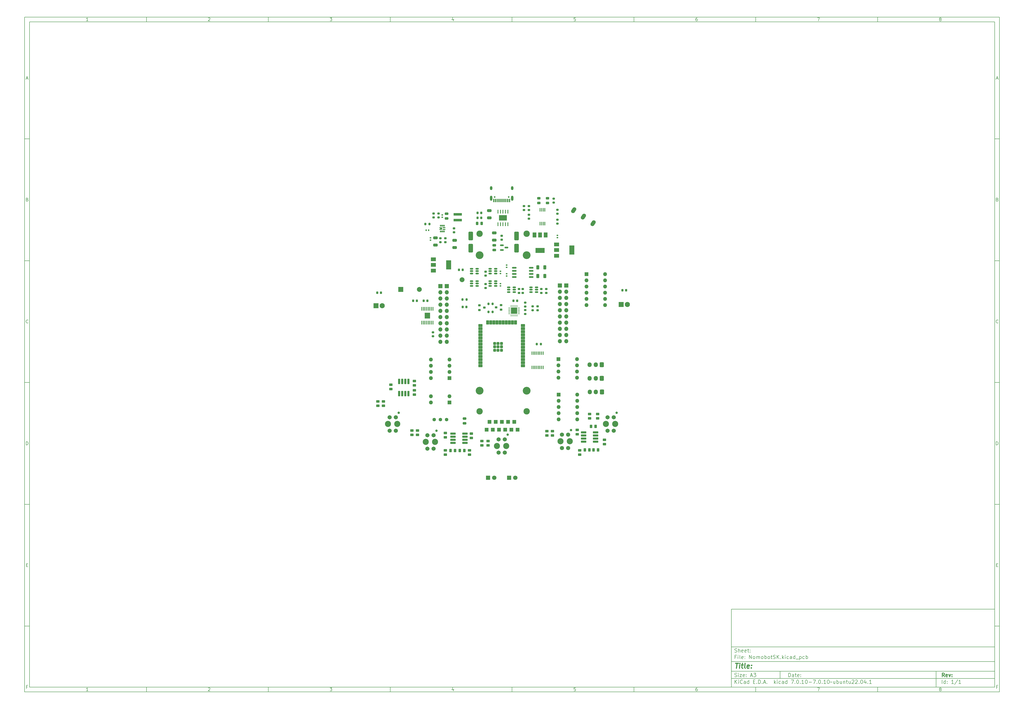
<source format=gbr>
%TF.GenerationSoftware,KiCad,Pcbnew,7.0.10-7.0.10~ubuntu22.04.1*%
%TF.CreationDate,2024-02-07T11:44:02+07:00*%
%TF.ProjectId,NomobotSK,4e6f6d6f-626f-4745-934b-2e6b69636164,rev?*%
%TF.SameCoordinates,Original*%
%TF.FileFunction,Soldermask,Bot*%
%TF.FilePolarity,Negative*%
%FSLAX46Y46*%
G04 Gerber Fmt 4.6, Leading zero omitted, Abs format (unit mm)*
G04 Created by KiCad (PCBNEW 7.0.10-7.0.10~ubuntu22.04.1) date 2024-02-07 11:44:02*
%MOMM*%
%LPD*%
G01*
G04 APERTURE LIST*
G04 Aperture macros list*
%AMRoundRect*
0 Rectangle with rounded corners*
0 $1 Rounding radius*
0 $2 $3 $4 $5 $6 $7 $8 $9 X,Y pos of 4 corners*
0 Add a 4 corners polygon primitive as box body*
4,1,4,$2,$3,$4,$5,$6,$7,$8,$9,$2,$3,0*
0 Add four circle primitives for the rounded corners*
1,1,$1+$1,$2,$3*
1,1,$1+$1,$4,$5*
1,1,$1+$1,$6,$7*
1,1,$1+$1,$8,$9*
0 Add four rect primitives between the rounded corners*
20,1,$1+$1,$2,$3,$4,$5,0*
20,1,$1+$1,$4,$5,$6,$7,0*
20,1,$1+$1,$6,$7,$8,$9,0*
20,1,$1+$1,$8,$9,$2,$3,0*%
%AMHorizOval*
0 Thick line with rounded ends*
0 $1 width*
0 $2 $3 position (X,Y) of the first rounded end (center of the circle)*
0 $4 $5 position (X,Y) of the second rounded end (center of the circle)*
0 Add line between two ends*
20,1,$1,$2,$3,$4,$5,0*
0 Add two circle primitives to create the rounded ends*
1,1,$1,$2,$3*
1,1,$1,$4,$5*%
G04 Aperture macros list end*
%ADD10C,0.100000*%
%ADD11C,0.150000*%
%ADD12C,0.300000*%
%ADD13C,0.400000*%
%ADD14C,0.010000*%
%ADD15RoundRect,0.250000X0.600000X0.725000X-0.600000X0.725000X-0.600000X-0.725000X0.600000X-0.725000X0*%
%ADD16O,1.700000X1.950000*%
%ADD17R,1.600000X1.600000*%
%ADD18O,1.600000X1.600000*%
%ADD19R,2.000000X2.000000*%
%ADD20C,2.000000*%
%ADD21C,3.200000*%
%ADD22C,2.604000*%
%ADD23R,1.700000X1.700000*%
%ADD24O,1.700000X1.700000*%
%ADD25R,1.800000X1.800000*%
%ADD26C,1.800000*%
%ADD27HorizOval,1.600000X-0.277785X-0.415735X0.277785X0.415735X0*%
%ADD28C,1.440000*%
%ADD29R,1.524000X1.524000*%
%ADD30RoundRect,0.150000X0.512500X0.150000X-0.512500X0.150000X-0.512500X-0.150000X0.512500X-0.150000X0*%
%ADD31RoundRect,0.140000X0.170000X-0.140000X0.170000X0.140000X-0.170000X0.140000X-0.170000X-0.140000X0*%
%ADD32RoundRect,0.200000X0.275000X-0.200000X0.275000X0.200000X-0.275000X0.200000X-0.275000X-0.200000X0*%
%ADD33RoundRect,0.250000X0.450000X-0.262500X0.450000X0.262500X-0.450000X0.262500X-0.450000X-0.262500X0*%
%ADD34C,1.000000*%
%ADD35C,2.500000*%
%ADD36C,1.704000*%
%ADD37RoundRect,0.225000X0.250000X-0.225000X0.250000X0.225000X-0.250000X0.225000X-0.250000X-0.225000X0*%
%ADD38RoundRect,0.225000X0.225000X0.250000X-0.225000X0.250000X-0.225000X-0.250000X0.225000X-0.250000X0*%
%ADD39RoundRect,0.200000X-0.200000X-0.275000X0.200000X-0.275000X0.200000X0.275000X-0.200000X0.275000X0*%
%ADD40RoundRect,0.250000X0.262500X0.450000X-0.262500X0.450000X-0.262500X-0.450000X0.262500X-0.450000X0*%
%ADD41RoundRect,0.200000X-0.275000X0.200000X-0.275000X-0.200000X0.275000X-0.200000X0.275000X0.200000X0*%
%ADD42RoundRect,0.250000X-0.450000X0.262500X-0.450000X-0.262500X0.450000X-0.262500X0.450000X0.262500X0*%
%ADD43RoundRect,0.243750X0.243750X0.456250X-0.243750X0.456250X-0.243750X-0.456250X0.243750X-0.456250X0*%
%ADD44RoundRect,0.250000X0.650000X-0.325000X0.650000X0.325000X-0.650000X0.325000X-0.650000X-0.325000X0*%
%ADD45RoundRect,0.150000X-0.512500X-0.150000X0.512500X-0.150000X0.512500X0.150000X-0.512500X0.150000X0*%
%ADD46RoundRect,0.150000X-0.587500X-0.150000X0.587500X-0.150000X0.587500X0.150000X-0.587500X0.150000X0*%
%ADD47C,0.650000*%
%ADD48R,0.600000X1.450000*%
%ADD49R,0.300000X1.450000*%
%ADD50O,1.000000X1.600000*%
%ADD51O,1.000000X2.100000*%
%ADD52RoundRect,0.056280X1.030720X0.345720X-1.030720X0.345720X-1.030720X-0.345720X1.030720X-0.345720X0*%
%ADD53R,1.500000X2.000000*%
%ADD54R,3.800000X2.000000*%
%ADD55RoundRect,0.150000X0.800000X0.150000X-0.800000X0.150000X-0.800000X-0.150000X0.800000X-0.150000X0*%
%ADD56RoundRect,0.250000X-0.475000X0.250000X-0.475000X-0.250000X0.475000X-0.250000X0.475000X0.250000X0*%
%ADD57RoundRect,0.140000X-0.170000X0.140000X-0.170000X-0.140000X0.170000X-0.140000X0.170000X0.140000X0*%
%ADD58RoundRect,0.243750X-0.456250X0.243750X-0.456250X-0.243750X0.456250X-0.243750X0.456250X0.243750X0*%
%ADD59RoundRect,0.250000X-0.650000X0.325000X-0.650000X-0.325000X0.650000X-0.325000X0.650000X0.325000X0*%
%ADD60R,2.000000X1.500000*%
%ADD61R,2.000000X3.800000*%
%ADD62RoundRect,0.225000X-0.225000X-0.250000X0.225000X-0.250000X0.225000X0.250000X-0.225000X0.250000X0*%
%ADD63RoundRect,0.102000X-0.750000X-0.450000X0.750000X-0.450000X0.750000X0.450000X-0.750000X0.450000X0*%
%ADD64RoundRect,0.102000X-0.450000X-0.750000X0.450000X-0.750000X0.450000X0.750000X-0.450000X0.750000X0*%
%ADD65RoundRect,0.102000X-0.450000X-0.450000X0.450000X-0.450000X0.450000X0.450000X-0.450000X0.450000X0*%
%ADD66RoundRect,0.102000X0.400000X0.300000X-0.400000X0.300000X-0.400000X-0.300000X0.400000X-0.300000X0*%
%ADD67RoundRect,0.200000X0.200000X0.275000X-0.200000X0.275000X-0.200000X-0.275000X0.200000X-0.275000X0*%
%ADD68RoundRect,0.225000X-0.250000X0.225000X-0.250000X-0.225000X0.250000X-0.225000X0.250000X0.225000X0*%
%ADD69RoundRect,0.250000X-0.650000X1.500000X-0.650000X-1.500000X0.650000X-1.500000X0.650000X1.500000X0*%
%ADD70RoundRect,0.102000X-0.400000X-0.300000X0.400000X-0.300000X0.400000X0.300000X-0.400000X0.300000X0*%
%ADD71RoundRect,0.250000X0.312500X0.625000X-0.312500X0.625000X-0.312500X-0.625000X0.312500X-0.625000X0*%
%ADD72RoundRect,0.056280X-0.345720X1.030720X-0.345720X-1.030720X0.345720X-1.030720X0.345720X1.030720X0*%
%ADD73R,2.100000X2.100000*%
%ADD74C,2.100000*%
%ADD75R,3.200000X2.200000*%
%ADD76R,0.400000X1.500000*%
%ADD77R,0.450000X1.475000*%
%ADD78RoundRect,0.250000X0.650000X-1.500000X0.650000X1.500000X-0.650000X1.500000X-0.650000X-1.500000X0*%
%ADD79R,3.400000X0.980000*%
%ADD80RoundRect,0.250000X0.475000X-0.250000X0.475000X0.250000X-0.475000X0.250000X-0.475000X-0.250000X0*%
%ADD81RoundRect,0.062500X-0.062500X0.350000X-0.062500X-0.350000X0.062500X-0.350000X0.062500X0.350000X0*%
%ADD82RoundRect,0.062500X-0.350000X0.062500X-0.350000X-0.062500X0.350000X-0.062500X0.350000X0.062500X0*%
%ADD83R,2.600000X2.600000*%
%ADD84RoundRect,0.100000X0.100000X-0.637500X0.100000X0.637500X-0.100000X0.637500X-0.100000X-0.637500X0*%
%ADD85R,2.310000X2.460000*%
%ADD86RoundRect,0.100000X0.100000X-0.687500X0.100000X0.687500X-0.100000X0.687500X-0.100000X-0.687500X0*%
%ADD87RoundRect,0.140000X0.140000X0.170000X-0.140000X0.170000X-0.140000X-0.170000X0.140000X-0.170000X0*%
G04 APERTURE END LIST*
D10*
D11*
X299989000Y-253002200D02*
X407989000Y-253002200D01*
X407989000Y-285002200D01*
X299989000Y-285002200D01*
X299989000Y-253002200D01*
D10*
D11*
X10000000Y-10000000D02*
X409989000Y-10000000D01*
X409989000Y-287002200D01*
X10000000Y-287002200D01*
X10000000Y-10000000D01*
D10*
D11*
X12000000Y-12000000D02*
X407989000Y-12000000D01*
X407989000Y-285002200D01*
X12000000Y-285002200D01*
X12000000Y-12000000D01*
D10*
D11*
X60000000Y-12000000D02*
X60000000Y-10000000D01*
D10*
D11*
X110000000Y-12000000D02*
X110000000Y-10000000D01*
D10*
D11*
X160000000Y-12000000D02*
X160000000Y-10000000D01*
D10*
D11*
X210000000Y-12000000D02*
X210000000Y-10000000D01*
D10*
D11*
X260000000Y-12000000D02*
X260000000Y-10000000D01*
D10*
D11*
X310000000Y-12000000D02*
X310000000Y-10000000D01*
D10*
D11*
X360000000Y-12000000D02*
X360000000Y-10000000D01*
D10*
D11*
X36089160Y-11593604D02*
X35346303Y-11593604D01*
X35717731Y-11593604D02*
X35717731Y-10293604D01*
X35717731Y-10293604D02*
X35593922Y-10479319D01*
X35593922Y-10479319D02*
X35470112Y-10603128D01*
X35470112Y-10603128D02*
X35346303Y-10665033D01*
D10*
D11*
X85346303Y-10417414D02*
X85408207Y-10355509D01*
X85408207Y-10355509D02*
X85532017Y-10293604D01*
X85532017Y-10293604D02*
X85841541Y-10293604D01*
X85841541Y-10293604D02*
X85965350Y-10355509D01*
X85965350Y-10355509D02*
X86027255Y-10417414D01*
X86027255Y-10417414D02*
X86089160Y-10541223D01*
X86089160Y-10541223D02*
X86089160Y-10665033D01*
X86089160Y-10665033D02*
X86027255Y-10850747D01*
X86027255Y-10850747D02*
X85284398Y-11593604D01*
X85284398Y-11593604D02*
X86089160Y-11593604D01*
D10*
D11*
X135284398Y-10293604D02*
X136089160Y-10293604D01*
X136089160Y-10293604D02*
X135655826Y-10788842D01*
X135655826Y-10788842D02*
X135841541Y-10788842D01*
X135841541Y-10788842D02*
X135965350Y-10850747D01*
X135965350Y-10850747D02*
X136027255Y-10912652D01*
X136027255Y-10912652D02*
X136089160Y-11036461D01*
X136089160Y-11036461D02*
X136089160Y-11345985D01*
X136089160Y-11345985D02*
X136027255Y-11469795D01*
X136027255Y-11469795D02*
X135965350Y-11531700D01*
X135965350Y-11531700D02*
X135841541Y-11593604D01*
X135841541Y-11593604D02*
X135470112Y-11593604D01*
X135470112Y-11593604D02*
X135346303Y-11531700D01*
X135346303Y-11531700D02*
X135284398Y-11469795D01*
D10*
D11*
X185965350Y-10726938D02*
X185965350Y-11593604D01*
X185655826Y-10231700D02*
X185346303Y-11160271D01*
X185346303Y-11160271D02*
X186151064Y-11160271D01*
D10*
D11*
X236027255Y-10293604D02*
X235408207Y-10293604D01*
X235408207Y-10293604D02*
X235346303Y-10912652D01*
X235346303Y-10912652D02*
X235408207Y-10850747D01*
X235408207Y-10850747D02*
X235532017Y-10788842D01*
X235532017Y-10788842D02*
X235841541Y-10788842D01*
X235841541Y-10788842D02*
X235965350Y-10850747D01*
X235965350Y-10850747D02*
X236027255Y-10912652D01*
X236027255Y-10912652D02*
X236089160Y-11036461D01*
X236089160Y-11036461D02*
X236089160Y-11345985D01*
X236089160Y-11345985D02*
X236027255Y-11469795D01*
X236027255Y-11469795D02*
X235965350Y-11531700D01*
X235965350Y-11531700D02*
X235841541Y-11593604D01*
X235841541Y-11593604D02*
X235532017Y-11593604D01*
X235532017Y-11593604D02*
X235408207Y-11531700D01*
X235408207Y-11531700D02*
X235346303Y-11469795D01*
D10*
D11*
X285965350Y-10293604D02*
X285717731Y-10293604D01*
X285717731Y-10293604D02*
X285593922Y-10355509D01*
X285593922Y-10355509D02*
X285532017Y-10417414D01*
X285532017Y-10417414D02*
X285408207Y-10603128D01*
X285408207Y-10603128D02*
X285346303Y-10850747D01*
X285346303Y-10850747D02*
X285346303Y-11345985D01*
X285346303Y-11345985D02*
X285408207Y-11469795D01*
X285408207Y-11469795D02*
X285470112Y-11531700D01*
X285470112Y-11531700D02*
X285593922Y-11593604D01*
X285593922Y-11593604D02*
X285841541Y-11593604D01*
X285841541Y-11593604D02*
X285965350Y-11531700D01*
X285965350Y-11531700D02*
X286027255Y-11469795D01*
X286027255Y-11469795D02*
X286089160Y-11345985D01*
X286089160Y-11345985D02*
X286089160Y-11036461D01*
X286089160Y-11036461D02*
X286027255Y-10912652D01*
X286027255Y-10912652D02*
X285965350Y-10850747D01*
X285965350Y-10850747D02*
X285841541Y-10788842D01*
X285841541Y-10788842D02*
X285593922Y-10788842D01*
X285593922Y-10788842D02*
X285470112Y-10850747D01*
X285470112Y-10850747D02*
X285408207Y-10912652D01*
X285408207Y-10912652D02*
X285346303Y-11036461D01*
D10*
D11*
X335284398Y-10293604D02*
X336151064Y-10293604D01*
X336151064Y-10293604D02*
X335593922Y-11593604D01*
D10*
D11*
X385593922Y-10850747D02*
X385470112Y-10788842D01*
X385470112Y-10788842D02*
X385408207Y-10726938D01*
X385408207Y-10726938D02*
X385346303Y-10603128D01*
X385346303Y-10603128D02*
X385346303Y-10541223D01*
X385346303Y-10541223D02*
X385408207Y-10417414D01*
X385408207Y-10417414D02*
X385470112Y-10355509D01*
X385470112Y-10355509D02*
X385593922Y-10293604D01*
X385593922Y-10293604D02*
X385841541Y-10293604D01*
X385841541Y-10293604D02*
X385965350Y-10355509D01*
X385965350Y-10355509D02*
X386027255Y-10417414D01*
X386027255Y-10417414D02*
X386089160Y-10541223D01*
X386089160Y-10541223D02*
X386089160Y-10603128D01*
X386089160Y-10603128D02*
X386027255Y-10726938D01*
X386027255Y-10726938D02*
X385965350Y-10788842D01*
X385965350Y-10788842D02*
X385841541Y-10850747D01*
X385841541Y-10850747D02*
X385593922Y-10850747D01*
X385593922Y-10850747D02*
X385470112Y-10912652D01*
X385470112Y-10912652D02*
X385408207Y-10974557D01*
X385408207Y-10974557D02*
X385346303Y-11098366D01*
X385346303Y-11098366D02*
X385346303Y-11345985D01*
X385346303Y-11345985D02*
X385408207Y-11469795D01*
X385408207Y-11469795D02*
X385470112Y-11531700D01*
X385470112Y-11531700D02*
X385593922Y-11593604D01*
X385593922Y-11593604D02*
X385841541Y-11593604D01*
X385841541Y-11593604D02*
X385965350Y-11531700D01*
X385965350Y-11531700D02*
X386027255Y-11469795D01*
X386027255Y-11469795D02*
X386089160Y-11345985D01*
X386089160Y-11345985D02*
X386089160Y-11098366D01*
X386089160Y-11098366D02*
X386027255Y-10974557D01*
X386027255Y-10974557D02*
X385965350Y-10912652D01*
X385965350Y-10912652D02*
X385841541Y-10850747D01*
D10*
D11*
X60000000Y-285002200D02*
X60000000Y-287002200D01*
D10*
D11*
X110000000Y-285002200D02*
X110000000Y-287002200D01*
D10*
D11*
X160000000Y-285002200D02*
X160000000Y-287002200D01*
D10*
D11*
X210000000Y-285002200D02*
X210000000Y-287002200D01*
D10*
D11*
X260000000Y-285002200D02*
X260000000Y-287002200D01*
D10*
D11*
X310000000Y-285002200D02*
X310000000Y-287002200D01*
D10*
D11*
X360000000Y-285002200D02*
X360000000Y-287002200D01*
D10*
D11*
X36089160Y-286595804D02*
X35346303Y-286595804D01*
X35717731Y-286595804D02*
X35717731Y-285295804D01*
X35717731Y-285295804D02*
X35593922Y-285481519D01*
X35593922Y-285481519D02*
X35470112Y-285605328D01*
X35470112Y-285605328D02*
X35346303Y-285667233D01*
D10*
D11*
X85346303Y-285419614D02*
X85408207Y-285357709D01*
X85408207Y-285357709D02*
X85532017Y-285295804D01*
X85532017Y-285295804D02*
X85841541Y-285295804D01*
X85841541Y-285295804D02*
X85965350Y-285357709D01*
X85965350Y-285357709D02*
X86027255Y-285419614D01*
X86027255Y-285419614D02*
X86089160Y-285543423D01*
X86089160Y-285543423D02*
X86089160Y-285667233D01*
X86089160Y-285667233D02*
X86027255Y-285852947D01*
X86027255Y-285852947D02*
X85284398Y-286595804D01*
X85284398Y-286595804D02*
X86089160Y-286595804D01*
D10*
D11*
X135284398Y-285295804D02*
X136089160Y-285295804D01*
X136089160Y-285295804D02*
X135655826Y-285791042D01*
X135655826Y-285791042D02*
X135841541Y-285791042D01*
X135841541Y-285791042D02*
X135965350Y-285852947D01*
X135965350Y-285852947D02*
X136027255Y-285914852D01*
X136027255Y-285914852D02*
X136089160Y-286038661D01*
X136089160Y-286038661D02*
X136089160Y-286348185D01*
X136089160Y-286348185D02*
X136027255Y-286471995D01*
X136027255Y-286471995D02*
X135965350Y-286533900D01*
X135965350Y-286533900D02*
X135841541Y-286595804D01*
X135841541Y-286595804D02*
X135470112Y-286595804D01*
X135470112Y-286595804D02*
X135346303Y-286533900D01*
X135346303Y-286533900D02*
X135284398Y-286471995D01*
D10*
D11*
X185965350Y-285729138D02*
X185965350Y-286595804D01*
X185655826Y-285233900D02*
X185346303Y-286162471D01*
X185346303Y-286162471D02*
X186151064Y-286162471D01*
D10*
D11*
X236027255Y-285295804D02*
X235408207Y-285295804D01*
X235408207Y-285295804D02*
X235346303Y-285914852D01*
X235346303Y-285914852D02*
X235408207Y-285852947D01*
X235408207Y-285852947D02*
X235532017Y-285791042D01*
X235532017Y-285791042D02*
X235841541Y-285791042D01*
X235841541Y-285791042D02*
X235965350Y-285852947D01*
X235965350Y-285852947D02*
X236027255Y-285914852D01*
X236027255Y-285914852D02*
X236089160Y-286038661D01*
X236089160Y-286038661D02*
X236089160Y-286348185D01*
X236089160Y-286348185D02*
X236027255Y-286471995D01*
X236027255Y-286471995D02*
X235965350Y-286533900D01*
X235965350Y-286533900D02*
X235841541Y-286595804D01*
X235841541Y-286595804D02*
X235532017Y-286595804D01*
X235532017Y-286595804D02*
X235408207Y-286533900D01*
X235408207Y-286533900D02*
X235346303Y-286471995D01*
D10*
D11*
X285965350Y-285295804D02*
X285717731Y-285295804D01*
X285717731Y-285295804D02*
X285593922Y-285357709D01*
X285593922Y-285357709D02*
X285532017Y-285419614D01*
X285532017Y-285419614D02*
X285408207Y-285605328D01*
X285408207Y-285605328D02*
X285346303Y-285852947D01*
X285346303Y-285852947D02*
X285346303Y-286348185D01*
X285346303Y-286348185D02*
X285408207Y-286471995D01*
X285408207Y-286471995D02*
X285470112Y-286533900D01*
X285470112Y-286533900D02*
X285593922Y-286595804D01*
X285593922Y-286595804D02*
X285841541Y-286595804D01*
X285841541Y-286595804D02*
X285965350Y-286533900D01*
X285965350Y-286533900D02*
X286027255Y-286471995D01*
X286027255Y-286471995D02*
X286089160Y-286348185D01*
X286089160Y-286348185D02*
X286089160Y-286038661D01*
X286089160Y-286038661D02*
X286027255Y-285914852D01*
X286027255Y-285914852D02*
X285965350Y-285852947D01*
X285965350Y-285852947D02*
X285841541Y-285791042D01*
X285841541Y-285791042D02*
X285593922Y-285791042D01*
X285593922Y-285791042D02*
X285470112Y-285852947D01*
X285470112Y-285852947D02*
X285408207Y-285914852D01*
X285408207Y-285914852D02*
X285346303Y-286038661D01*
D10*
D11*
X335284398Y-285295804D02*
X336151064Y-285295804D01*
X336151064Y-285295804D02*
X335593922Y-286595804D01*
D10*
D11*
X385593922Y-285852947D02*
X385470112Y-285791042D01*
X385470112Y-285791042D02*
X385408207Y-285729138D01*
X385408207Y-285729138D02*
X385346303Y-285605328D01*
X385346303Y-285605328D02*
X385346303Y-285543423D01*
X385346303Y-285543423D02*
X385408207Y-285419614D01*
X385408207Y-285419614D02*
X385470112Y-285357709D01*
X385470112Y-285357709D02*
X385593922Y-285295804D01*
X385593922Y-285295804D02*
X385841541Y-285295804D01*
X385841541Y-285295804D02*
X385965350Y-285357709D01*
X385965350Y-285357709D02*
X386027255Y-285419614D01*
X386027255Y-285419614D02*
X386089160Y-285543423D01*
X386089160Y-285543423D02*
X386089160Y-285605328D01*
X386089160Y-285605328D02*
X386027255Y-285729138D01*
X386027255Y-285729138D02*
X385965350Y-285791042D01*
X385965350Y-285791042D02*
X385841541Y-285852947D01*
X385841541Y-285852947D02*
X385593922Y-285852947D01*
X385593922Y-285852947D02*
X385470112Y-285914852D01*
X385470112Y-285914852D02*
X385408207Y-285976757D01*
X385408207Y-285976757D02*
X385346303Y-286100566D01*
X385346303Y-286100566D02*
X385346303Y-286348185D01*
X385346303Y-286348185D02*
X385408207Y-286471995D01*
X385408207Y-286471995D02*
X385470112Y-286533900D01*
X385470112Y-286533900D02*
X385593922Y-286595804D01*
X385593922Y-286595804D02*
X385841541Y-286595804D01*
X385841541Y-286595804D02*
X385965350Y-286533900D01*
X385965350Y-286533900D02*
X386027255Y-286471995D01*
X386027255Y-286471995D02*
X386089160Y-286348185D01*
X386089160Y-286348185D02*
X386089160Y-286100566D01*
X386089160Y-286100566D02*
X386027255Y-285976757D01*
X386027255Y-285976757D02*
X385965350Y-285914852D01*
X385965350Y-285914852D02*
X385841541Y-285852947D01*
D10*
D11*
X10000000Y-60000000D02*
X12000000Y-60000000D01*
D10*
D11*
X10000000Y-110000000D02*
X12000000Y-110000000D01*
D10*
D11*
X10000000Y-160000000D02*
X12000000Y-160000000D01*
D10*
D11*
X10000000Y-210000000D02*
X12000000Y-210000000D01*
D10*
D11*
X10000000Y-260000000D02*
X12000000Y-260000000D01*
D10*
D11*
X10690476Y-35222176D02*
X11309523Y-35222176D01*
X10566666Y-35593604D02*
X10999999Y-34293604D01*
X10999999Y-34293604D02*
X11433333Y-35593604D01*
D10*
D11*
X11092857Y-84912652D02*
X11278571Y-84974557D01*
X11278571Y-84974557D02*
X11340476Y-85036461D01*
X11340476Y-85036461D02*
X11402380Y-85160271D01*
X11402380Y-85160271D02*
X11402380Y-85345985D01*
X11402380Y-85345985D02*
X11340476Y-85469795D01*
X11340476Y-85469795D02*
X11278571Y-85531700D01*
X11278571Y-85531700D02*
X11154761Y-85593604D01*
X11154761Y-85593604D02*
X10659523Y-85593604D01*
X10659523Y-85593604D02*
X10659523Y-84293604D01*
X10659523Y-84293604D02*
X11092857Y-84293604D01*
X11092857Y-84293604D02*
X11216666Y-84355509D01*
X11216666Y-84355509D02*
X11278571Y-84417414D01*
X11278571Y-84417414D02*
X11340476Y-84541223D01*
X11340476Y-84541223D02*
X11340476Y-84665033D01*
X11340476Y-84665033D02*
X11278571Y-84788842D01*
X11278571Y-84788842D02*
X11216666Y-84850747D01*
X11216666Y-84850747D02*
X11092857Y-84912652D01*
X11092857Y-84912652D02*
X10659523Y-84912652D01*
D10*
D11*
X11402380Y-135469795D02*
X11340476Y-135531700D01*
X11340476Y-135531700D02*
X11154761Y-135593604D01*
X11154761Y-135593604D02*
X11030952Y-135593604D01*
X11030952Y-135593604D02*
X10845238Y-135531700D01*
X10845238Y-135531700D02*
X10721428Y-135407890D01*
X10721428Y-135407890D02*
X10659523Y-135284080D01*
X10659523Y-135284080D02*
X10597619Y-135036461D01*
X10597619Y-135036461D02*
X10597619Y-134850747D01*
X10597619Y-134850747D02*
X10659523Y-134603128D01*
X10659523Y-134603128D02*
X10721428Y-134479319D01*
X10721428Y-134479319D02*
X10845238Y-134355509D01*
X10845238Y-134355509D02*
X11030952Y-134293604D01*
X11030952Y-134293604D02*
X11154761Y-134293604D01*
X11154761Y-134293604D02*
X11340476Y-134355509D01*
X11340476Y-134355509D02*
X11402380Y-134417414D01*
D10*
D11*
X10659523Y-185593604D02*
X10659523Y-184293604D01*
X10659523Y-184293604D02*
X10969047Y-184293604D01*
X10969047Y-184293604D02*
X11154761Y-184355509D01*
X11154761Y-184355509D02*
X11278571Y-184479319D01*
X11278571Y-184479319D02*
X11340476Y-184603128D01*
X11340476Y-184603128D02*
X11402380Y-184850747D01*
X11402380Y-184850747D02*
X11402380Y-185036461D01*
X11402380Y-185036461D02*
X11340476Y-185284080D01*
X11340476Y-185284080D02*
X11278571Y-185407890D01*
X11278571Y-185407890D02*
X11154761Y-185531700D01*
X11154761Y-185531700D02*
X10969047Y-185593604D01*
X10969047Y-185593604D02*
X10659523Y-185593604D01*
D10*
D11*
X10721428Y-234912652D02*
X11154762Y-234912652D01*
X11340476Y-235593604D02*
X10721428Y-235593604D01*
X10721428Y-235593604D02*
X10721428Y-234293604D01*
X10721428Y-234293604D02*
X11340476Y-234293604D01*
D10*
D11*
X11185714Y-284912652D02*
X10752380Y-284912652D01*
X10752380Y-285593604D02*
X10752380Y-284293604D01*
X10752380Y-284293604D02*
X11371428Y-284293604D01*
D10*
D11*
X409989000Y-60000000D02*
X407989000Y-60000000D01*
D10*
D11*
X409989000Y-110000000D02*
X407989000Y-110000000D01*
D10*
D11*
X409989000Y-160000000D02*
X407989000Y-160000000D01*
D10*
D11*
X409989000Y-210000000D02*
X407989000Y-210000000D01*
D10*
D11*
X409989000Y-260000000D02*
X407989000Y-260000000D01*
D10*
D11*
X408679476Y-35222176D02*
X409298523Y-35222176D01*
X408555666Y-35593604D02*
X408988999Y-34293604D01*
X408988999Y-34293604D02*
X409422333Y-35593604D01*
D10*
D11*
X409081857Y-84912652D02*
X409267571Y-84974557D01*
X409267571Y-84974557D02*
X409329476Y-85036461D01*
X409329476Y-85036461D02*
X409391380Y-85160271D01*
X409391380Y-85160271D02*
X409391380Y-85345985D01*
X409391380Y-85345985D02*
X409329476Y-85469795D01*
X409329476Y-85469795D02*
X409267571Y-85531700D01*
X409267571Y-85531700D02*
X409143761Y-85593604D01*
X409143761Y-85593604D02*
X408648523Y-85593604D01*
X408648523Y-85593604D02*
X408648523Y-84293604D01*
X408648523Y-84293604D02*
X409081857Y-84293604D01*
X409081857Y-84293604D02*
X409205666Y-84355509D01*
X409205666Y-84355509D02*
X409267571Y-84417414D01*
X409267571Y-84417414D02*
X409329476Y-84541223D01*
X409329476Y-84541223D02*
X409329476Y-84665033D01*
X409329476Y-84665033D02*
X409267571Y-84788842D01*
X409267571Y-84788842D02*
X409205666Y-84850747D01*
X409205666Y-84850747D02*
X409081857Y-84912652D01*
X409081857Y-84912652D02*
X408648523Y-84912652D01*
D10*
D11*
X409391380Y-135469795D02*
X409329476Y-135531700D01*
X409329476Y-135531700D02*
X409143761Y-135593604D01*
X409143761Y-135593604D02*
X409019952Y-135593604D01*
X409019952Y-135593604D02*
X408834238Y-135531700D01*
X408834238Y-135531700D02*
X408710428Y-135407890D01*
X408710428Y-135407890D02*
X408648523Y-135284080D01*
X408648523Y-135284080D02*
X408586619Y-135036461D01*
X408586619Y-135036461D02*
X408586619Y-134850747D01*
X408586619Y-134850747D02*
X408648523Y-134603128D01*
X408648523Y-134603128D02*
X408710428Y-134479319D01*
X408710428Y-134479319D02*
X408834238Y-134355509D01*
X408834238Y-134355509D02*
X409019952Y-134293604D01*
X409019952Y-134293604D02*
X409143761Y-134293604D01*
X409143761Y-134293604D02*
X409329476Y-134355509D01*
X409329476Y-134355509D02*
X409391380Y-134417414D01*
D10*
D11*
X408648523Y-185593604D02*
X408648523Y-184293604D01*
X408648523Y-184293604D02*
X408958047Y-184293604D01*
X408958047Y-184293604D02*
X409143761Y-184355509D01*
X409143761Y-184355509D02*
X409267571Y-184479319D01*
X409267571Y-184479319D02*
X409329476Y-184603128D01*
X409329476Y-184603128D02*
X409391380Y-184850747D01*
X409391380Y-184850747D02*
X409391380Y-185036461D01*
X409391380Y-185036461D02*
X409329476Y-185284080D01*
X409329476Y-185284080D02*
X409267571Y-185407890D01*
X409267571Y-185407890D02*
X409143761Y-185531700D01*
X409143761Y-185531700D02*
X408958047Y-185593604D01*
X408958047Y-185593604D02*
X408648523Y-185593604D01*
D10*
D11*
X408710428Y-234912652D02*
X409143762Y-234912652D01*
X409329476Y-235593604D02*
X408710428Y-235593604D01*
X408710428Y-235593604D02*
X408710428Y-234293604D01*
X408710428Y-234293604D02*
X409329476Y-234293604D01*
D10*
D11*
X409174714Y-284912652D02*
X408741380Y-284912652D01*
X408741380Y-285593604D02*
X408741380Y-284293604D01*
X408741380Y-284293604D02*
X409360428Y-284293604D01*
D10*
D11*
X323444826Y-280788328D02*
X323444826Y-279288328D01*
X323444826Y-279288328D02*
X323801969Y-279288328D01*
X323801969Y-279288328D02*
X324016255Y-279359757D01*
X324016255Y-279359757D02*
X324159112Y-279502614D01*
X324159112Y-279502614D02*
X324230541Y-279645471D01*
X324230541Y-279645471D02*
X324301969Y-279931185D01*
X324301969Y-279931185D02*
X324301969Y-280145471D01*
X324301969Y-280145471D02*
X324230541Y-280431185D01*
X324230541Y-280431185D02*
X324159112Y-280574042D01*
X324159112Y-280574042D02*
X324016255Y-280716900D01*
X324016255Y-280716900D02*
X323801969Y-280788328D01*
X323801969Y-280788328D02*
X323444826Y-280788328D01*
X325587684Y-280788328D02*
X325587684Y-280002614D01*
X325587684Y-280002614D02*
X325516255Y-279859757D01*
X325516255Y-279859757D02*
X325373398Y-279788328D01*
X325373398Y-279788328D02*
X325087684Y-279788328D01*
X325087684Y-279788328D02*
X324944826Y-279859757D01*
X325587684Y-280716900D02*
X325444826Y-280788328D01*
X325444826Y-280788328D02*
X325087684Y-280788328D01*
X325087684Y-280788328D02*
X324944826Y-280716900D01*
X324944826Y-280716900D02*
X324873398Y-280574042D01*
X324873398Y-280574042D02*
X324873398Y-280431185D01*
X324873398Y-280431185D02*
X324944826Y-280288328D01*
X324944826Y-280288328D02*
X325087684Y-280216900D01*
X325087684Y-280216900D02*
X325444826Y-280216900D01*
X325444826Y-280216900D02*
X325587684Y-280145471D01*
X326087684Y-279788328D02*
X326659112Y-279788328D01*
X326301969Y-279288328D02*
X326301969Y-280574042D01*
X326301969Y-280574042D02*
X326373398Y-280716900D01*
X326373398Y-280716900D02*
X326516255Y-280788328D01*
X326516255Y-280788328D02*
X326659112Y-280788328D01*
X327730541Y-280716900D02*
X327587684Y-280788328D01*
X327587684Y-280788328D02*
X327301970Y-280788328D01*
X327301970Y-280788328D02*
X327159112Y-280716900D01*
X327159112Y-280716900D02*
X327087684Y-280574042D01*
X327087684Y-280574042D02*
X327087684Y-280002614D01*
X327087684Y-280002614D02*
X327159112Y-279859757D01*
X327159112Y-279859757D02*
X327301970Y-279788328D01*
X327301970Y-279788328D02*
X327587684Y-279788328D01*
X327587684Y-279788328D02*
X327730541Y-279859757D01*
X327730541Y-279859757D02*
X327801970Y-280002614D01*
X327801970Y-280002614D02*
X327801970Y-280145471D01*
X327801970Y-280145471D02*
X327087684Y-280288328D01*
X328444826Y-280645471D02*
X328516255Y-280716900D01*
X328516255Y-280716900D02*
X328444826Y-280788328D01*
X328444826Y-280788328D02*
X328373398Y-280716900D01*
X328373398Y-280716900D02*
X328444826Y-280645471D01*
X328444826Y-280645471D02*
X328444826Y-280788328D01*
X328444826Y-279859757D02*
X328516255Y-279931185D01*
X328516255Y-279931185D02*
X328444826Y-280002614D01*
X328444826Y-280002614D02*
X328373398Y-279931185D01*
X328373398Y-279931185D02*
X328444826Y-279859757D01*
X328444826Y-279859757D02*
X328444826Y-280002614D01*
D10*
D11*
X299989000Y-281502200D02*
X407989000Y-281502200D01*
D10*
D11*
X301444826Y-283588328D02*
X301444826Y-282088328D01*
X302301969Y-283588328D02*
X301659112Y-282731185D01*
X302301969Y-282088328D02*
X301444826Y-282945471D01*
X302944826Y-283588328D02*
X302944826Y-282588328D01*
X302944826Y-282088328D02*
X302873398Y-282159757D01*
X302873398Y-282159757D02*
X302944826Y-282231185D01*
X302944826Y-282231185D02*
X303016255Y-282159757D01*
X303016255Y-282159757D02*
X302944826Y-282088328D01*
X302944826Y-282088328D02*
X302944826Y-282231185D01*
X304516255Y-283445471D02*
X304444827Y-283516900D01*
X304444827Y-283516900D02*
X304230541Y-283588328D01*
X304230541Y-283588328D02*
X304087684Y-283588328D01*
X304087684Y-283588328D02*
X303873398Y-283516900D01*
X303873398Y-283516900D02*
X303730541Y-283374042D01*
X303730541Y-283374042D02*
X303659112Y-283231185D01*
X303659112Y-283231185D02*
X303587684Y-282945471D01*
X303587684Y-282945471D02*
X303587684Y-282731185D01*
X303587684Y-282731185D02*
X303659112Y-282445471D01*
X303659112Y-282445471D02*
X303730541Y-282302614D01*
X303730541Y-282302614D02*
X303873398Y-282159757D01*
X303873398Y-282159757D02*
X304087684Y-282088328D01*
X304087684Y-282088328D02*
X304230541Y-282088328D01*
X304230541Y-282088328D02*
X304444827Y-282159757D01*
X304444827Y-282159757D02*
X304516255Y-282231185D01*
X305801970Y-283588328D02*
X305801970Y-282802614D01*
X305801970Y-282802614D02*
X305730541Y-282659757D01*
X305730541Y-282659757D02*
X305587684Y-282588328D01*
X305587684Y-282588328D02*
X305301970Y-282588328D01*
X305301970Y-282588328D02*
X305159112Y-282659757D01*
X305801970Y-283516900D02*
X305659112Y-283588328D01*
X305659112Y-283588328D02*
X305301970Y-283588328D01*
X305301970Y-283588328D02*
X305159112Y-283516900D01*
X305159112Y-283516900D02*
X305087684Y-283374042D01*
X305087684Y-283374042D02*
X305087684Y-283231185D01*
X305087684Y-283231185D02*
X305159112Y-283088328D01*
X305159112Y-283088328D02*
X305301970Y-283016900D01*
X305301970Y-283016900D02*
X305659112Y-283016900D01*
X305659112Y-283016900D02*
X305801970Y-282945471D01*
X307159113Y-283588328D02*
X307159113Y-282088328D01*
X307159113Y-283516900D02*
X307016255Y-283588328D01*
X307016255Y-283588328D02*
X306730541Y-283588328D01*
X306730541Y-283588328D02*
X306587684Y-283516900D01*
X306587684Y-283516900D02*
X306516255Y-283445471D01*
X306516255Y-283445471D02*
X306444827Y-283302614D01*
X306444827Y-283302614D02*
X306444827Y-282874042D01*
X306444827Y-282874042D02*
X306516255Y-282731185D01*
X306516255Y-282731185D02*
X306587684Y-282659757D01*
X306587684Y-282659757D02*
X306730541Y-282588328D01*
X306730541Y-282588328D02*
X307016255Y-282588328D01*
X307016255Y-282588328D02*
X307159113Y-282659757D01*
X309016255Y-282802614D02*
X309516255Y-282802614D01*
X309730541Y-283588328D02*
X309016255Y-283588328D01*
X309016255Y-283588328D02*
X309016255Y-282088328D01*
X309016255Y-282088328D02*
X309730541Y-282088328D01*
X310373398Y-283445471D02*
X310444827Y-283516900D01*
X310444827Y-283516900D02*
X310373398Y-283588328D01*
X310373398Y-283588328D02*
X310301970Y-283516900D01*
X310301970Y-283516900D02*
X310373398Y-283445471D01*
X310373398Y-283445471D02*
X310373398Y-283588328D01*
X311087684Y-283588328D02*
X311087684Y-282088328D01*
X311087684Y-282088328D02*
X311444827Y-282088328D01*
X311444827Y-282088328D02*
X311659113Y-282159757D01*
X311659113Y-282159757D02*
X311801970Y-282302614D01*
X311801970Y-282302614D02*
X311873399Y-282445471D01*
X311873399Y-282445471D02*
X311944827Y-282731185D01*
X311944827Y-282731185D02*
X311944827Y-282945471D01*
X311944827Y-282945471D02*
X311873399Y-283231185D01*
X311873399Y-283231185D02*
X311801970Y-283374042D01*
X311801970Y-283374042D02*
X311659113Y-283516900D01*
X311659113Y-283516900D02*
X311444827Y-283588328D01*
X311444827Y-283588328D02*
X311087684Y-283588328D01*
X312587684Y-283445471D02*
X312659113Y-283516900D01*
X312659113Y-283516900D02*
X312587684Y-283588328D01*
X312587684Y-283588328D02*
X312516256Y-283516900D01*
X312516256Y-283516900D02*
X312587684Y-283445471D01*
X312587684Y-283445471D02*
X312587684Y-283588328D01*
X313230542Y-283159757D02*
X313944828Y-283159757D01*
X313087685Y-283588328D02*
X313587685Y-282088328D01*
X313587685Y-282088328D02*
X314087685Y-283588328D01*
X314587684Y-283445471D02*
X314659113Y-283516900D01*
X314659113Y-283516900D02*
X314587684Y-283588328D01*
X314587684Y-283588328D02*
X314516256Y-283516900D01*
X314516256Y-283516900D02*
X314587684Y-283445471D01*
X314587684Y-283445471D02*
X314587684Y-283588328D01*
X317587684Y-283588328D02*
X317587684Y-282088328D01*
X317730542Y-283016900D02*
X318159113Y-283588328D01*
X318159113Y-282588328D02*
X317587684Y-283159757D01*
X318801970Y-283588328D02*
X318801970Y-282588328D01*
X318801970Y-282088328D02*
X318730542Y-282159757D01*
X318730542Y-282159757D02*
X318801970Y-282231185D01*
X318801970Y-282231185D02*
X318873399Y-282159757D01*
X318873399Y-282159757D02*
X318801970Y-282088328D01*
X318801970Y-282088328D02*
X318801970Y-282231185D01*
X320159114Y-283516900D02*
X320016256Y-283588328D01*
X320016256Y-283588328D02*
X319730542Y-283588328D01*
X319730542Y-283588328D02*
X319587685Y-283516900D01*
X319587685Y-283516900D02*
X319516256Y-283445471D01*
X319516256Y-283445471D02*
X319444828Y-283302614D01*
X319444828Y-283302614D02*
X319444828Y-282874042D01*
X319444828Y-282874042D02*
X319516256Y-282731185D01*
X319516256Y-282731185D02*
X319587685Y-282659757D01*
X319587685Y-282659757D02*
X319730542Y-282588328D01*
X319730542Y-282588328D02*
X320016256Y-282588328D01*
X320016256Y-282588328D02*
X320159114Y-282659757D01*
X321444828Y-283588328D02*
X321444828Y-282802614D01*
X321444828Y-282802614D02*
X321373399Y-282659757D01*
X321373399Y-282659757D02*
X321230542Y-282588328D01*
X321230542Y-282588328D02*
X320944828Y-282588328D01*
X320944828Y-282588328D02*
X320801970Y-282659757D01*
X321444828Y-283516900D02*
X321301970Y-283588328D01*
X321301970Y-283588328D02*
X320944828Y-283588328D01*
X320944828Y-283588328D02*
X320801970Y-283516900D01*
X320801970Y-283516900D02*
X320730542Y-283374042D01*
X320730542Y-283374042D02*
X320730542Y-283231185D01*
X320730542Y-283231185D02*
X320801970Y-283088328D01*
X320801970Y-283088328D02*
X320944828Y-283016900D01*
X320944828Y-283016900D02*
X321301970Y-283016900D01*
X321301970Y-283016900D02*
X321444828Y-282945471D01*
X322801971Y-283588328D02*
X322801971Y-282088328D01*
X322801971Y-283516900D02*
X322659113Y-283588328D01*
X322659113Y-283588328D02*
X322373399Y-283588328D01*
X322373399Y-283588328D02*
X322230542Y-283516900D01*
X322230542Y-283516900D02*
X322159113Y-283445471D01*
X322159113Y-283445471D02*
X322087685Y-283302614D01*
X322087685Y-283302614D02*
X322087685Y-282874042D01*
X322087685Y-282874042D02*
X322159113Y-282731185D01*
X322159113Y-282731185D02*
X322230542Y-282659757D01*
X322230542Y-282659757D02*
X322373399Y-282588328D01*
X322373399Y-282588328D02*
X322659113Y-282588328D01*
X322659113Y-282588328D02*
X322801971Y-282659757D01*
X324516256Y-282088328D02*
X325516256Y-282088328D01*
X325516256Y-282088328D02*
X324873399Y-283588328D01*
X326087684Y-283445471D02*
X326159113Y-283516900D01*
X326159113Y-283516900D02*
X326087684Y-283588328D01*
X326087684Y-283588328D02*
X326016256Y-283516900D01*
X326016256Y-283516900D02*
X326087684Y-283445471D01*
X326087684Y-283445471D02*
X326087684Y-283588328D01*
X327087685Y-282088328D02*
X327230542Y-282088328D01*
X327230542Y-282088328D02*
X327373399Y-282159757D01*
X327373399Y-282159757D02*
X327444828Y-282231185D01*
X327444828Y-282231185D02*
X327516256Y-282374042D01*
X327516256Y-282374042D02*
X327587685Y-282659757D01*
X327587685Y-282659757D02*
X327587685Y-283016900D01*
X327587685Y-283016900D02*
X327516256Y-283302614D01*
X327516256Y-283302614D02*
X327444828Y-283445471D01*
X327444828Y-283445471D02*
X327373399Y-283516900D01*
X327373399Y-283516900D02*
X327230542Y-283588328D01*
X327230542Y-283588328D02*
X327087685Y-283588328D01*
X327087685Y-283588328D02*
X326944828Y-283516900D01*
X326944828Y-283516900D02*
X326873399Y-283445471D01*
X326873399Y-283445471D02*
X326801970Y-283302614D01*
X326801970Y-283302614D02*
X326730542Y-283016900D01*
X326730542Y-283016900D02*
X326730542Y-282659757D01*
X326730542Y-282659757D02*
X326801970Y-282374042D01*
X326801970Y-282374042D02*
X326873399Y-282231185D01*
X326873399Y-282231185D02*
X326944828Y-282159757D01*
X326944828Y-282159757D02*
X327087685Y-282088328D01*
X328230541Y-283445471D02*
X328301970Y-283516900D01*
X328301970Y-283516900D02*
X328230541Y-283588328D01*
X328230541Y-283588328D02*
X328159113Y-283516900D01*
X328159113Y-283516900D02*
X328230541Y-283445471D01*
X328230541Y-283445471D02*
X328230541Y-283588328D01*
X329730542Y-283588328D02*
X328873399Y-283588328D01*
X329301970Y-283588328D02*
X329301970Y-282088328D01*
X329301970Y-282088328D02*
X329159113Y-282302614D01*
X329159113Y-282302614D02*
X329016256Y-282445471D01*
X329016256Y-282445471D02*
X328873399Y-282516900D01*
X330659113Y-282088328D02*
X330801970Y-282088328D01*
X330801970Y-282088328D02*
X330944827Y-282159757D01*
X330944827Y-282159757D02*
X331016256Y-282231185D01*
X331016256Y-282231185D02*
X331087684Y-282374042D01*
X331087684Y-282374042D02*
X331159113Y-282659757D01*
X331159113Y-282659757D02*
X331159113Y-283016900D01*
X331159113Y-283016900D02*
X331087684Y-283302614D01*
X331087684Y-283302614D02*
X331016256Y-283445471D01*
X331016256Y-283445471D02*
X330944827Y-283516900D01*
X330944827Y-283516900D02*
X330801970Y-283588328D01*
X330801970Y-283588328D02*
X330659113Y-283588328D01*
X330659113Y-283588328D02*
X330516256Y-283516900D01*
X330516256Y-283516900D02*
X330444827Y-283445471D01*
X330444827Y-283445471D02*
X330373398Y-283302614D01*
X330373398Y-283302614D02*
X330301970Y-283016900D01*
X330301970Y-283016900D02*
X330301970Y-282659757D01*
X330301970Y-282659757D02*
X330373398Y-282374042D01*
X330373398Y-282374042D02*
X330444827Y-282231185D01*
X330444827Y-282231185D02*
X330516256Y-282159757D01*
X330516256Y-282159757D02*
X330659113Y-282088328D01*
X331801969Y-283016900D02*
X332944827Y-283016900D01*
X333516255Y-282088328D02*
X334516255Y-282088328D01*
X334516255Y-282088328D02*
X333873398Y-283588328D01*
X335087683Y-283445471D02*
X335159112Y-283516900D01*
X335159112Y-283516900D02*
X335087683Y-283588328D01*
X335087683Y-283588328D02*
X335016255Y-283516900D01*
X335016255Y-283516900D02*
X335087683Y-283445471D01*
X335087683Y-283445471D02*
X335087683Y-283588328D01*
X336087684Y-282088328D02*
X336230541Y-282088328D01*
X336230541Y-282088328D02*
X336373398Y-282159757D01*
X336373398Y-282159757D02*
X336444827Y-282231185D01*
X336444827Y-282231185D02*
X336516255Y-282374042D01*
X336516255Y-282374042D02*
X336587684Y-282659757D01*
X336587684Y-282659757D02*
X336587684Y-283016900D01*
X336587684Y-283016900D02*
X336516255Y-283302614D01*
X336516255Y-283302614D02*
X336444827Y-283445471D01*
X336444827Y-283445471D02*
X336373398Y-283516900D01*
X336373398Y-283516900D02*
X336230541Y-283588328D01*
X336230541Y-283588328D02*
X336087684Y-283588328D01*
X336087684Y-283588328D02*
X335944827Y-283516900D01*
X335944827Y-283516900D02*
X335873398Y-283445471D01*
X335873398Y-283445471D02*
X335801969Y-283302614D01*
X335801969Y-283302614D02*
X335730541Y-283016900D01*
X335730541Y-283016900D02*
X335730541Y-282659757D01*
X335730541Y-282659757D02*
X335801969Y-282374042D01*
X335801969Y-282374042D02*
X335873398Y-282231185D01*
X335873398Y-282231185D02*
X335944827Y-282159757D01*
X335944827Y-282159757D02*
X336087684Y-282088328D01*
X337230540Y-283445471D02*
X337301969Y-283516900D01*
X337301969Y-283516900D02*
X337230540Y-283588328D01*
X337230540Y-283588328D02*
X337159112Y-283516900D01*
X337159112Y-283516900D02*
X337230540Y-283445471D01*
X337230540Y-283445471D02*
X337230540Y-283588328D01*
X338730541Y-283588328D02*
X337873398Y-283588328D01*
X338301969Y-283588328D02*
X338301969Y-282088328D01*
X338301969Y-282088328D02*
X338159112Y-282302614D01*
X338159112Y-282302614D02*
X338016255Y-282445471D01*
X338016255Y-282445471D02*
X337873398Y-282516900D01*
X339659112Y-282088328D02*
X339801969Y-282088328D01*
X339801969Y-282088328D02*
X339944826Y-282159757D01*
X339944826Y-282159757D02*
X340016255Y-282231185D01*
X340016255Y-282231185D02*
X340087683Y-282374042D01*
X340087683Y-282374042D02*
X340159112Y-282659757D01*
X340159112Y-282659757D02*
X340159112Y-283016900D01*
X340159112Y-283016900D02*
X340087683Y-283302614D01*
X340087683Y-283302614D02*
X340016255Y-283445471D01*
X340016255Y-283445471D02*
X339944826Y-283516900D01*
X339944826Y-283516900D02*
X339801969Y-283588328D01*
X339801969Y-283588328D02*
X339659112Y-283588328D01*
X339659112Y-283588328D02*
X339516255Y-283516900D01*
X339516255Y-283516900D02*
X339444826Y-283445471D01*
X339444826Y-283445471D02*
X339373397Y-283302614D01*
X339373397Y-283302614D02*
X339301969Y-283016900D01*
X339301969Y-283016900D02*
X339301969Y-282659757D01*
X339301969Y-282659757D02*
X339373397Y-282374042D01*
X339373397Y-282374042D02*
X339444826Y-282231185D01*
X339444826Y-282231185D02*
X339516255Y-282159757D01*
X339516255Y-282159757D02*
X339659112Y-282088328D01*
X340587683Y-283016900D02*
X340659111Y-282945471D01*
X340659111Y-282945471D02*
X340801968Y-282874042D01*
X340801968Y-282874042D02*
X341087683Y-283016900D01*
X341087683Y-283016900D02*
X341230540Y-282945471D01*
X341230540Y-282945471D02*
X341301968Y-282874042D01*
X342516255Y-282588328D02*
X342516255Y-283588328D01*
X341873397Y-282588328D02*
X341873397Y-283374042D01*
X341873397Y-283374042D02*
X341944826Y-283516900D01*
X341944826Y-283516900D02*
X342087683Y-283588328D01*
X342087683Y-283588328D02*
X342301969Y-283588328D01*
X342301969Y-283588328D02*
X342444826Y-283516900D01*
X342444826Y-283516900D02*
X342516255Y-283445471D01*
X343230540Y-283588328D02*
X343230540Y-282088328D01*
X343230540Y-282659757D02*
X343373398Y-282588328D01*
X343373398Y-282588328D02*
X343659112Y-282588328D01*
X343659112Y-282588328D02*
X343801969Y-282659757D01*
X343801969Y-282659757D02*
X343873398Y-282731185D01*
X343873398Y-282731185D02*
X343944826Y-282874042D01*
X343944826Y-282874042D02*
X343944826Y-283302614D01*
X343944826Y-283302614D02*
X343873398Y-283445471D01*
X343873398Y-283445471D02*
X343801969Y-283516900D01*
X343801969Y-283516900D02*
X343659112Y-283588328D01*
X343659112Y-283588328D02*
X343373398Y-283588328D01*
X343373398Y-283588328D02*
X343230540Y-283516900D01*
X345230541Y-282588328D02*
X345230541Y-283588328D01*
X344587683Y-282588328D02*
X344587683Y-283374042D01*
X344587683Y-283374042D02*
X344659112Y-283516900D01*
X344659112Y-283516900D02*
X344801969Y-283588328D01*
X344801969Y-283588328D02*
X345016255Y-283588328D01*
X345016255Y-283588328D02*
X345159112Y-283516900D01*
X345159112Y-283516900D02*
X345230541Y-283445471D01*
X345944826Y-282588328D02*
X345944826Y-283588328D01*
X345944826Y-282731185D02*
X346016255Y-282659757D01*
X346016255Y-282659757D02*
X346159112Y-282588328D01*
X346159112Y-282588328D02*
X346373398Y-282588328D01*
X346373398Y-282588328D02*
X346516255Y-282659757D01*
X346516255Y-282659757D02*
X346587684Y-282802614D01*
X346587684Y-282802614D02*
X346587684Y-283588328D01*
X347087684Y-282588328D02*
X347659112Y-282588328D01*
X347301969Y-282088328D02*
X347301969Y-283374042D01*
X347301969Y-283374042D02*
X347373398Y-283516900D01*
X347373398Y-283516900D02*
X347516255Y-283588328D01*
X347516255Y-283588328D02*
X347659112Y-283588328D01*
X348801970Y-282588328D02*
X348801970Y-283588328D01*
X348159112Y-282588328D02*
X348159112Y-283374042D01*
X348159112Y-283374042D02*
X348230541Y-283516900D01*
X348230541Y-283516900D02*
X348373398Y-283588328D01*
X348373398Y-283588328D02*
X348587684Y-283588328D01*
X348587684Y-283588328D02*
X348730541Y-283516900D01*
X348730541Y-283516900D02*
X348801970Y-283445471D01*
X349444827Y-282231185D02*
X349516255Y-282159757D01*
X349516255Y-282159757D02*
X349659113Y-282088328D01*
X349659113Y-282088328D02*
X350016255Y-282088328D01*
X350016255Y-282088328D02*
X350159113Y-282159757D01*
X350159113Y-282159757D02*
X350230541Y-282231185D01*
X350230541Y-282231185D02*
X350301970Y-282374042D01*
X350301970Y-282374042D02*
X350301970Y-282516900D01*
X350301970Y-282516900D02*
X350230541Y-282731185D01*
X350230541Y-282731185D02*
X349373398Y-283588328D01*
X349373398Y-283588328D02*
X350301970Y-283588328D01*
X350873398Y-282231185D02*
X350944826Y-282159757D01*
X350944826Y-282159757D02*
X351087684Y-282088328D01*
X351087684Y-282088328D02*
X351444826Y-282088328D01*
X351444826Y-282088328D02*
X351587684Y-282159757D01*
X351587684Y-282159757D02*
X351659112Y-282231185D01*
X351659112Y-282231185D02*
X351730541Y-282374042D01*
X351730541Y-282374042D02*
X351730541Y-282516900D01*
X351730541Y-282516900D02*
X351659112Y-282731185D01*
X351659112Y-282731185D02*
X350801969Y-283588328D01*
X350801969Y-283588328D02*
X351730541Y-283588328D01*
X352373397Y-283445471D02*
X352444826Y-283516900D01*
X352444826Y-283516900D02*
X352373397Y-283588328D01*
X352373397Y-283588328D02*
X352301969Y-283516900D01*
X352301969Y-283516900D02*
X352373397Y-283445471D01*
X352373397Y-283445471D02*
X352373397Y-283588328D01*
X353373398Y-282088328D02*
X353516255Y-282088328D01*
X353516255Y-282088328D02*
X353659112Y-282159757D01*
X353659112Y-282159757D02*
X353730541Y-282231185D01*
X353730541Y-282231185D02*
X353801969Y-282374042D01*
X353801969Y-282374042D02*
X353873398Y-282659757D01*
X353873398Y-282659757D02*
X353873398Y-283016900D01*
X353873398Y-283016900D02*
X353801969Y-283302614D01*
X353801969Y-283302614D02*
X353730541Y-283445471D01*
X353730541Y-283445471D02*
X353659112Y-283516900D01*
X353659112Y-283516900D02*
X353516255Y-283588328D01*
X353516255Y-283588328D02*
X353373398Y-283588328D01*
X353373398Y-283588328D02*
X353230541Y-283516900D01*
X353230541Y-283516900D02*
X353159112Y-283445471D01*
X353159112Y-283445471D02*
X353087683Y-283302614D01*
X353087683Y-283302614D02*
X353016255Y-283016900D01*
X353016255Y-283016900D02*
X353016255Y-282659757D01*
X353016255Y-282659757D02*
X353087683Y-282374042D01*
X353087683Y-282374042D02*
X353159112Y-282231185D01*
X353159112Y-282231185D02*
X353230541Y-282159757D01*
X353230541Y-282159757D02*
X353373398Y-282088328D01*
X355159112Y-282588328D02*
X355159112Y-283588328D01*
X354801969Y-282016900D02*
X354444826Y-283088328D01*
X354444826Y-283088328D02*
X355373397Y-283088328D01*
X355944825Y-283445471D02*
X356016254Y-283516900D01*
X356016254Y-283516900D02*
X355944825Y-283588328D01*
X355944825Y-283588328D02*
X355873397Y-283516900D01*
X355873397Y-283516900D02*
X355944825Y-283445471D01*
X355944825Y-283445471D02*
X355944825Y-283588328D01*
X357444826Y-283588328D02*
X356587683Y-283588328D01*
X357016254Y-283588328D02*
X357016254Y-282088328D01*
X357016254Y-282088328D02*
X356873397Y-282302614D01*
X356873397Y-282302614D02*
X356730540Y-282445471D01*
X356730540Y-282445471D02*
X356587683Y-282516900D01*
D10*
D11*
X299989000Y-278502200D02*
X407989000Y-278502200D01*
D10*
D12*
X387400653Y-280780528D02*
X386900653Y-280066242D01*
X386543510Y-280780528D02*
X386543510Y-279280528D01*
X386543510Y-279280528D02*
X387114939Y-279280528D01*
X387114939Y-279280528D02*
X387257796Y-279351957D01*
X387257796Y-279351957D02*
X387329225Y-279423385D01*
X387329225Y-279423385D02*
X387400653Y-279566242D01*
X387400653Y-279566242D02*
X387400653Y-279780528D01*
X387400653Y-279780528D02*
X387329225Y-279923385D01*
X387329225Y-279923385D02*
X387257796Y-279994814D01*
X387257796Y-279994814D02*
X387114939Y-280066242D01*
X387114939Y-280066242D02*
X386543510Y-280066242D01*
X388614939Y-280709100D02*
X388472082Y-280780528D01*
X388472082Y-280780528D02*
X388186368Y-280780528D01*
X388186368Y-280780528D02*
X388043510Y-280709100D01*
X388043510Y-280709100D02*
X387972082Y-280566242D01*
X387972082Y-280566242D02*
X387972082Y-279994814D01*
X387972082Y-279994814D02*
X388043510Y-279851957D01*
X388043510Y-279851957D02*
X388186368Y-279780528D01*
X388186368Y-279780528D02*
X388472082Y-279780528D01*
X388472082Y-279780528D02*
X388614939Y-279851957D01*
X388614939Y-279851957D02*
X388686368Y-279994814D01*
X388686368Y-279994814D02*
X388686368Y-280137671D01*
X388686368Y-280137671D02*
X387972082Y-280280528D01*
X389186367Y-279780528D02*
X389543510Y-280780528D01*
X389543510Y-280780528D02*
X389900653Y-279780528D01*
X390472081Y-280637671D02*
X390543510Y-280709100D01*
X390543510Y-280709100D02*
X390472081Y-280780528D01*
X390472081Y-280780528D02*
X390400653Y-280709100D01*
X390400653Y-280709100D02*
X390472081Y-280637671D01*
X390472081Y-280637671D02*
X390472081Y-280780528D01*
X390472081Y-279851957D02*
X390543510Y-279923385D01*
X390543510Y-279923385D02*
X390472081Y-279994814D01*
X390472081Y-279994814D02*
X390400653Y-279923385D01*
X390400653Y-279923385D02*
X390472081Y-279851957D01*
X390472081Y-279851957D02*
X390472081Y-279994814D01*
D10*
D11*
X301373398Y-280716900D02*
X301587684Y-280788328D01*
X301587684Y-280788328D02*
X301944826Y-280788328D01*
X301944826Y-280788328D02*
X302087684Y-280716900D01*
X302087684Y-280716900D02*
X302159112Y-280645471D01*
X302159112Y-280645471D02*
X302230541Y-280502614D01*
X302230541Y-280502614D02*
X302230541Y-280359757D01*
X302230541Y-280359757D02*
X302159112Y-280216900D01*
X302159112Y-280216900D02*
X302087684Y-280145471D01*
X302087684Y-280145471D02*
X301944826Y-280074042D01*
X301944826Y-280074042D02*
X301659112Y-280002614D01*
X301659112Y-280002614D02*
X301516255Y-279931185D01*
X301516255Y-279931185D02*
X301444826Y-279859757D01*
X301444826Y-279859757D02*
X301373398Y-279716900D01*
X301373398Y-279716900D02*
X301373398Y-279574042D01*
X301373398Y-279574042D02*
X301444826Y-279431185D01*
X301444826Y-279431185D02*
X301516255Y-279359757D01*
X301516255Y-279359757D02*
X301659112Y-279288328D01*
X301659112Y-279288328D02*
X302016255Y-279288328D01*
X302016255Y-279288328D02*
X302230541Y-279359757D01*
X302873397Y-280788328D02*
X302873397Y-279788328D01*
X302873397Y-279288328D02*
X302801969Y-279359757D01*
X302801969Y-279359757D02*
X302873397Y-279431185D01*
X302873397Y-279431185D02*
X302944826Y-279359757D01*
X302944826Y-279359757D02*
X302873397Y-279288328D01*
X302873397Y-279288328D02*
X302873397Y-279431185D01*
X303444826Y-279788328D02*
X304230541Y-279788328D01*
X304230541Y-279788328D02*
X303444826Y-280788328D01*
X303444826Y-280788328D02*
X304230541Y-280788328D01*
X305373398Y-280716900D02*
X305230541Y-280788328D01*
X305230541Y-280788328D02*
X304944827Y-280788328D01*
X304944827Y-280788328D02*
X304801969Y-280716900D01*
X304801969Y-280716900D02*
X304730541Y-280574042D01*
X304730541Y-280574042D02*
X304730541Y-280002614D01*
X304730541Y-280002614D02*
X304801969Y-279859757D01*
X304801969Y-279859757D02*
X304944827Y-279788328D01*
X304944827Y-279788328D02*
X305230541Y-279788328D01*
X305230541Y-279788328D02*
X305373398Y-279859757D01*
X305373398Y-279859757D02*
X305444827Y-280002614D01*
X305444827Y-280002614D02*
X305444827Y-280145471D01*
X305444827Y-280145471D02*
X304730541Y-280288328D01*
X306087683Y-280645471D02*
X306159112Y-280716900D01*
X306159112Y-280716900D02*
X306087683Y-280788328D01*
X306087683Y-280788328D02*
X306016255Y-280716900D01*
X306016255Y-280716900D02*
X306087683Y-280645471D01*
X306087683Y-280645471D02*
X306087683Y-280788328D01*
X306087683Y-279859757D02*
X306159112Y-279931185D01*
X306159112Y-279931185D02*
X306087683Y-280002614D01*
X306087683Y-280002614D02*
X306016255Y-279931185D01*
X306016255Y-279931185D02*
X306087683Y-279859757D01*
X306087683Y-279859757D02*
X306087683Y-280002614D01*
X307873398Y-280359757D02*
X308587684Y-280359757D01*
X307730541Y-280788328D02*
X308230541Y-279288328D01*
X308230541Y-279288328D02*
X308730541Y-280788328D01*
X309087683Y-279288328D02*
X310016255Y-279288328D01*
X310016255Y-279288328D02*
X309516255Y-279859757D01*
X309516255Y-279859757D02*
X309730540Y-279859757D01*
X309730540Y-279859757D02*
X309873398Y-279931185D01*
X309873398Y-279931185D02*
X309944826Y-280002614D01*
X309944826Y-280002614D02*
X310016255Y-280145471D01*
X310016255Y-280145471D02*
X310016255Y-280502614D01*
X310016255Y-280502614D02*
X309944826Y-280645471D01*
X309944826Y-280645471D02*
X309873398Y-280716900D01*
X309873398Y-280716900D02*
X309730540Y-280788328D01*
X309730540Y-280788328D02*
X309301969Y-280788328D01*
X309301969Y-280788328D02*
X309159112Y-280716900D01*
X309159112Y-280716900D02*
X309087683Y-280645471D01*
D10*
D11*
X386444826Y-283588328D02*
X386444826Y-282088328D01*
X387801970Y-283588328D02*
X387801970Y-282088328D01*
X387801970Y-283516900D02*
X387659112Y-283588328D01*
X387659112Y-283588328D02*
X387373398Y-283588328D01*
X387373398Y-283588328D02*
X387230541Y-283516900D01*
X387230541Y-283516900D02*
X387159112Y-283445471D01*
X387159112Y-283445471D02*
X387087684Y-283302614D01*
X387087684Y-283302614D02*
X387087684Y-282874042D01*
X387087684Y-282874042D02*
X387159112Y-282731185D01*
X387159112Y-282731185D02*
X387230541Y-282659757D01*
X387230541Y-282659757D02*
X387373398Y-282588328D01*
X387373398Y-282588328D02*
X387659112Y-282588328D01*
X387659112Y-282588328D02*
X387801970Y-282659757D01*
X388516255Y-283445471D02*
X388587684Y-283516900D01*
X388587684Y-283516900D02*
X388516255Y-283588328D01*
X388516255Y-283588328D02*
X388444827Y-283516900D01*
X388444827Y-283516900D02*
X388516255Y-283445471D01*
X388516255Y-283445471D02*
X388516255Y-283588328D01*
X388516255Y-282659757D02*
X388587684Y-282731185D01*
X388587684Y-282731185D02*
X388516255Y-282802614D01*
X388516255Y-282802614D02*
X388444827Y-282731185D01*
X388444827Y-282731185D02*
X388516255Y-282659757D01*
X388516255Y-282659757D02*
X388516255Y-282802614D01*
X391159113Y-283588328D02*
X390301970Y-283588328D01*
X390730541Y-283588328D02*
X390730541Y-282088328D01*
X390730541Y-282088328D02*
X390587684Y-282302614D01*
X390587684Y-282302614D02*
X390444827Y-282445471D01*
X390444827Y-282445471D02*
X390301970Y-282516900D01*
X392873398Y-282016900D02*
X391587684Y-283945471D01*
X394159113Y-283588328D02*
X393301970Y-283588328D01*
X393730541Y-283588328D02*
X393730541Y-282088328D01*
X393730541Y-282088328D02*
X393587684Y-282302614D01*
X393587684Y-282302614D02*
X393444827Y-282445471D01*
X393444827Y-282445471D02*
X393301970Y-282516900D01*
D10*
D11*
X299989000Y-274502200D02*
X407989000Y-274502200D01*
D10*
D13*
X301680728Y-275206638D02*
X302823585Y-275206638D01*
X302002157Y-277206638D02*
X302252157Y-275206638D01*
X303240252Y-277206638D02*
X303406919Y-275873304D01*
X303490252Y-275206638D02*
X303383109Y-275301876D01*
X303383109Y-275301876D02*
X303466443Y-275397114D01*
X303466443Y-275397114D02*
X303573586Y-275301876D01*
X303573586Y-275301876D02*
X303490252Y-275206638D01*
X303490252Y-275206638D02*
X303466443Y-275397114D01*
X304073586Y-275873304D02*
X304835490Y-275873304D01*
X304442633Y-275206638D02*
X304228348Y-276920923D01*
X304228348Y-276920923D02*
X304299776Y-277111400D01*
X304299776Y-277111400D02*
X304478348Y-277206638D01*
X304478348Y-277206638D02*
X304668824Y-277206638D01*
X305621205Y-277206638D02*
X305442633Y-277111400D01*
X305442633Y-277111400D02*
X305371205Y-276920923D01*
X305371205Y-276920923D02*
X305585490Y-275206638D01*
X307156919Y-277111400D02*
X306954538Y-277206638D01*
X306954538Y-277206638D02*
X306573585Y-277206638D01*
X306573585Y-277206638D02*
X306395014Y-277111400D01*
X306395014Y-277111400D02*
X306323585Y-276920923D01*
X306323585Y-276920923D02*
X306418824Y-276159019D01*
X306418824Y-276159019D02*
X306537871Y-275968542D01*
X306537871Y-275968542D02*
X306740252Y-275873304D01*
X306740252Y-275873304D02*
X307121204Y-275873304D01*
X307121204Y-275873304D02*
X307299776Y-275968542D01*
X307299776Y-275968542D02*
X307371204Y-276159019D01*
X307371204Y-276159019D02*
X307347395Y-276349495D01*
X307347395Y-276349495D02*
X306371204Y-276539971D01*
X308121205Y-277016161D02*
X308204538Y-277111400D01*
X308204538Y-277111400D02*
X308097395Y-277206638D01*
X308097395Y-277206638D02*
X308014062Y-277111400D01*
X308014062Y-277111400D02*
X308121205Y-277016161D01*
X308121205Y-277016161D02*
X308097395Y-277206638D01*
X308252157Y-275968542D02*
X308335490Y-276063780D01*
X308335490Y-276063780D02*
X308228348Y-276159019D01*
X308228348Y-276159019D02*
X308145014Y-276063780D01*
X308145014Y-276063780D02*
X308252157Y-275968542D01*
X308252157Y-275968542D02*
X308228348Y-276159019D01*
D10*
D11*
X301944826Y-272602614D02*
X301444826Y-272602614D01*
X301444826Y-273388328D02*
X301444826Y-271888328D01*
X301444826Y-271888328D02*
X302159112Y-271888328D01*
X302730540Y-273388328D02*
X302730540Y-272388328D01*
X302730540Y-271888328D02*
X302659112Y-271959757D01*
X302659112Y-271959757D02*
X302730540Y-272031185D01*
X302730540Y-272031185D02*
X302801969Y-271959757D01*
X302801969Y-271959757D02*
X302730540Y-271888328D01*
X302730540Y-271888328D02*
X302730540Y-272031185D01*
X303659112Y-273388328D02*
X303516255Y-273316900D01*
X303516255Y-273316900D02*
X303444826Y-273174042D01*
X303444826Y-273174042D02*
X303444826Y-271888328D01*
X304801969Y-273316900D02*
X304659112Y-273388328D01*
X304659112Y-273388328D02*
X304373398Y-273388328D01*
X304373398Y-273388328D02*
X304230540Y-273316900D01*
X304230540Y-273316900D02*
X304159112Y-273174042D01*
X304159112Y-273174042D02*
X304159112Y-272602614D01*
X304159112Y-272602614D02*
X304230540Y-272459757D01*
X304230540Y-272459757D02*
X304373398Y-272388328D01*
X304373398Y-272388328D02*
X304659112Y-272388328D01*
X304659112Y-272388328D02*
X304801969Y-272459757D01*
X304801969Y-272459757D02*
X304873398Y-272602614D01*
X304873398Y-272602614D02*
X304873398Y-272745471D01*
X304873398Y-272745471D02*
X304159112Y-272888328D01*
X305516254Y-273245471D02*
X305587683Y-273316900D01*
X305587683Y-273316900D02*
X305516254Y-273388328D01*
X305516254Y-273388328D02*
X305444826Y-273316900D01*
X305444826Y-273316900D02*
X305516254Y-273245471D01*
X305516254Y-273245471D02*
X305516254Y-273388328D01*
X305516254Y-272459757D02*
X305587683Y-272531185D01*
X305587683Y-272531185D02*
X305516254Y-272602614D01*
X305516254Y-272602614D02*
X305444826Y-272531185D01*
X305444826Y-272531185D02*
X305516254Y-272459757D01*
X305516254Y-272459757D02*
X305516254Y-272602614D01*
X307373397Y-273388328D02*
X307373397Y-271888328D01*
X307373397Y-271888328D02*
X308230540Y-273388328D01*
X308230540Y-273388328D02*
X308230540Y-271888328D01*
X309159112Y-273388328D02*
X309016255Y-273316900D01*
X309016255Y-273316900D02*
X308944826Y-273245471D01*
X308944826Y-273245471D02*
X308873398Y-273102614D01*
X308873398Y-273102614D02*
X308873398Y-272674042D01*
X308873398Y-272674042D02*
X308944826Y-272531185D01*
X308944826Y-272531185D02*
X309016255Y-272459757D01*
X309016255Y-272459757D02*
X309159112Y-272388328D01*
X309159112Y-272388328D02*
X309373398Y-272388328D01*
X309373398Y-272388328D02*
X309516255Y-272459757D01*
X309516255Y-272459757D02*
X309587684Y-272531185D01*
X309587684Y-272531185D02*
X309659112Y-272674042D01*
X309659112Y-272674042D02*
X309659112Y-273102614D01*
X309659112Y-273102614D02*
X309587684Y-273245471D01*
X309587684Y-273245471D02*
X309516255Y-273316900D01*
X309516255Y-273316900D02*
X309373398Y-273388328D01*
X309373398Y-273388328D02*
X309159112Y-273388328D01*
X310301969Y-273388328D02*
X310301969Y-272388328D01*
X310301969Y-272531185D02*
X310373398Y-272459757D01*
X310373398Y-272459757D02*
X310516255Y-272388328D01*
X310516255Y-272388328D02*
X310730541Y-272388328D01*
X310730541Y-272388328D02*
X310873398Y-272459757D01*
X310873398Y-272459757D02*
X310944827Y-272602614D01*
X310944827Y-272602614D02*
X310944827Y-273388328D01*
X310944827Y-272602614D02*
X311016255Y-272459757D01*
X311016255Y-272459757D02*
X311159112Y-272388328D01*
X311159112Y-272388328D02*
X311373398Y-272388328D01*
X311373398Y-272388328D02*
X311516255Y-272459757D01*
X311516255Y-272459757D02*
X311587684Y-272602614D01*
X311587684Y-272602614D02*
X311587684Y-273388328D01*
X312516255Y-273388328D02*
X312373398Y-273316900D01*
X312373398Y-273316900D02*
X312301969Y-273245471D01*
X312301969Y-273245471D02*
X312230541Y-273102614D01*
X312230541Y-273102614D02*
X312230541Y-272674042D01*
X312230541Y-272674042D02*
X312301969Y-272531185D01*
X312301969Y-272531185D02*
X312373398Y-272459757D01*
X312373398Y-272459757D02*
X312516255Y-272388328D01*
X312516255Y-272388328D02*
X312730541Y-272388328D01*
X312730541Y-272388328D02*
X312873398Y-272459757D01*
X312873398Y-272459757D02*
X312944827Y-272531185D01*
X312944827Y-272531185D02*
X313016255Y-272674042D01*
X313016255Y-272674042D02*
X313016255Y-273102614D01*
X313016255Y-273102614D02*
X312944827Y-273245471D01*
X312944827Y-273245471D02*
X312873398Y-273316900D01*
X312873398Y-273316900D02*
X312730541Y-273388328D01*
X312730541Y-273388328D02*
X312516255Y-273388328D01*
X313659112Y-273388328D02*
X313659112Y-271888328D01*
X313659112Y-272459757D02*
X313801970Y-272388328D01*
X313801970Y-272388328D02*
X314087684Y-272388328D01*
X314087684Y-272388328D02*
X314230541Y-272459757D01*
X314230541Y-272459757D02*
X314301970Y-272531185D01*
X314301970Y-272531185D02*
X314373398Y-272674042D01*
X314373398Y-272674042D02*
X314373398Y-273102614D01*
X314373398Y-273102614D02*
X314301970Y-273245471D01*
X314301970Y-273245471D02*
X314230541Y-273316900D01*
X314230541Y-273316900D02*
X314087684Y-273388328D01*
X314087684Y-273388328D02*
X313801970Y-273388328D01*
X313801970Y-273388328D02*
X313659112Y-273316900D01*
X315230541Y-273388328D02*
X315087684Y-273316900D01*
X315087684Y-273316900D02*
X315016255Y-273245471D01*
X315016255Y-273245471D02*
X314944827Y-273102614D01*
X314944827Y-273102614D02*
X314944827Y-272674042D01*
X314944827Y-272674042D02*
X315016255Y-272531185D01*
X315016255Y-272531185D02*
X315087684Y-272459757D01*
X315087684Y-272459757D02*
X315230541Y-272388328D01*
X315230541Y-272388328D02*
X315444827Y-272388328D01*
X315444827Y-272388328D02*
X315587684Y-272459757D01*
X315587684Y-272459757D02*
X315659113Y-272531185D01*
X315659113Y-272531185D02*
X315730541Y-272674042D01*
X315730541Y-272674042D02*
X315730541Y-273102614D01*
X315730541Y-273102614D02*
X315659113Y-273245471D01*
X315659113Y-273245471D02*
X315587684Y-273316900D01*
X315587684Y-273316900D02*
X315444827Y-273388328D01*
X315444827Y-273388328D02*
X315230541Y-273388328D01*
X316159113Y-272388328D02*
X316730541Y-272388328D01*
X316373398Y-271888328D02*
X316373398Y-273174042D01*
X316373398Y-273174042D02*
X316444827Y-273316900D01*
X316444827Y-273316900D02*
X316587684Y-273388328D01*
X316587684Y-273388328D02*
X316730541Y-273388328D01*
X317159113Y-273316900D02*
X317373399Y-273388328D01*
X317373399Y-273388328D02*
X317730541Y-273388328D01*
X317730541Y-273388328D02*
X317873399Y-273316900D01*
X317873399Y-273316900D02*
X317944827Y-273245471D01*
X317944827Y-273245471D02*
X318016256Y-273102614D01*
X318016256Y-273102614D02*
X318016256Y-272959757D01*
X318016256Y-272959757D02*
X317944827Y-272816900D01*
X317944827Y-272816900D02*
X317873399Y-272745471D01*
X317873399Y-272745471D02*
X317730541Y-272674042D01*
X317730541Y-272674042D02*
X317444827Y-272602614D01*
X317444827Y-272602614D02*
X317301970Y-272531185D01*
X317301970Y-272531185D02*
X317230541Y-272459757D01*
X317230541Y-272459757D02*
X317159113Y-272316900D01*
X317159113Y-272316900D02*
X317159113Y-272174042D01*
X317159113Y-272174042D02*
X317230541Y-272031185D01*
X317230541Y-272031185D02*
X317301970Y-271959757D01*
X317301970Y-271959757D02*
X317444827Y-271888328D01*
X317444827Y-271888328D02*
X317801970Y-271888328D01*
X317801970Y-271888328D02*
X318016256Y-271959757D01*
X318659112Y-273388328D02*
X318659112Y-271888328D01*
X319516255Y-273388328D02*
X318873398Y-272531185D01*
X319516255Y-271888328D02*
X318659112Y-272745471D01*
X320159112Y-273245471D02*
X320230541Y-273316900D01*
X320230541Y-273316900D02*
X320159112Y-273388328D01*
X320159112Y-273388328D02*
X320087684Y-273316900D01*
X320087684Y-273316900D02*
X320159112Y-273245471D01*
X320159112Y-273245471D02*
X320159112Y-273388328D01*
X320873398Y-273388328D02*
X320873398Y-271888328D01*
X321016256Y-272816900D02*
X321444827Y-273388328D01*
X321444827Y-272388328D02*
X320873398Y-272959757D01*
X322087684Y-273388328D02*
X322087684Y-272388328D01*
X322087684Y-271888328D02*
X322016256Y-271959757D01*
X322016256Y-271959757D02*
X322087684Y-272031185D01*
X322087684Y-272031185D02*
X322159113Y-271959757D01*
X322159113Y-271959757D02*
X322087684Y-271888328D01*
X322087684Y-271888328D02*
X322087684Y-272031185D01*
X323444828Y-273316900D02*
X323301970Y-273388328D01*
X323301970Y-273388328D02*
X323016256Y-273388328D01*
X323016256Y-273388328D02*
X322873399Y-273316900D01*
X322873399Y-273316900D02*
X322801970Y-273245471D01*
X322801970Y-273245471D02*
X322730542Y-273102614D01*
X322730542Y-273102614D02*
X322730542Y-272674042D01*
X322730542Y-272674042D02*
X322801970Y-272531185D01*
X322801970Y-272531185D02*
X322873399Y-272459757D01*
X322873399Y-272459757D02*
X323016256Y-272388328D01*
X323016256Y-272388328D02*
X323301970Y-272388328D01*
X323301970Y-272388328D02*
X323444828Y-272459757D01*
X324730542Y-273388328D02*
X324730542Y-272602614D01*
X324730542Y-272602614D02*
X324659113Y-272459757D01*
X324659113Y-272459757D02*
X324516256Y-272388328D01*
X324516256Y-272388328D02*
X324230542Y-272388328D01*
X324230542Y-272388328D02*
X324087684Y-272459757D01*
X324730542Y-273316900D02*
X324587684Y-273388328D01*
X324587684Y-273388328D02*
X324230542Y-273388328D01*
X324230542Y-273388328D02*
X324087684Y-273316900D01*
X324087684Y-273316900D02*
X324016256Y-273174042D01*
X324016256Y-273174042D02*
X324016256Y-273031185D01*
X324016256Y-273031185D02*
X324087684Y-272888328D01*
X324087684Y-272888328D02*
X324230542Y-272816900D01*
X324230542Y-272816900D02*
X324587684Y-272816900D01*
X324587684Y-272816900D02*
X324730542Y-272745471D01*
X326087685Y-273388328D02*
X326087685Y-271888328D01*
X326087685Y-273316900D02*
X325944827Y-273388328D01*
X325944827Y-273388328D02*
X325659113Y-273388328D01*
X325659113Y-273388328D02*
X325516256Y-273316900D01*
X325516256Y-273316900D02*
X325444827Y-273245471D01*
X325444827Y-273245471D02*
X325373399Y-273102614D01*
X325373399Y-273102614D02*
X325373399Y-272674042D01*
X325373399Y-272674042D02*
X325444827Y-272531185D01*
X325444827Y-272531185D02*
X325516256Y-272459757D01*
X325516256Y-272459757D02*
X325659113Y-272388328D01*
X325659113Y-272388328D02*
X325944827Y-272388328D01*
X325944827Y-272388328D02*
X326087685Y-272459757D01*
X326444828Y-273531185D02*
X327587685Y-273531185D01*
X327944827Y-272388328D02*
X327944827Y-273888328D01*
X327944827Y-272459757D02*
X328087685Y-272388328D01*
X328087685Y-272388328D02*
X328373399Y-272388328D01*
X328373399Y-272388328D02*
X328516256Y-272459757D01*
X328516256Y-272459757D02*
X328587685Y-272531185D01*
X328587685Y-272531185D02*
X328659113Y-272674042D01*
X328659113Y-272674042D02*
X328659113Y-273102614D01*
X328659113Y-273102614D02*
X328587685Y-273245471D01*
X328587685Y-273245471D02*
X328516256Y-273316900D01*
X328516256Y-273316900D02*
X328373399Y-273388328D01*
X328373399Y-273388328D02*
X328087685Y-273388328D01*
X328087685Y-273388328D02*
X327944827Y-273316900D01*
X329944828Y-273316900D02*
X329801970Y-273388328D01*
X329801970Y-273388328D02*
X329516256Y-273388328D01*
X329516256Y-273388328D02*
X329373399Y-273316900D01*
X329373399Y-273316900D02*
X329301970Y-273245471D01*
X329301970Y-273245471D02*
X329230542Y-273102614D01*
X329230542Y-273102614D02*
X329230542Y-272674042D01*
X329230542Y-272674042D02*
X329301970Y-272531185D01*
X329301970Y-272531185D02*
X329373399Y-272459757D01*
X329373399Y-272459757D02*
X329516256Y-272388328D01*
X329516256Y-272388328D02*
X329801970Y-272388328D01*
X329801970Y-272388328D02*
X329944828Y-272459757D01*
X330587684Y-273388328D02*
X330587684Y-271888328D01*
X330587684Y-272459757D02*
X330730542Y-272388328D01*
X330730542Y-272388328D02*
X331016256Y-272388328D01*
X331016256Y-272388328D02*
X331159113Y-272459757D01*
X331159113Y-272459757D02*
X331230542Y-272531185D01*
X331230542Y-272531185D02*
X331301970Y-272674042D01*
X331301970Y-272674042D02*
X331301970Y-273102614D01*
X331301970Y-273102614D02*
X331230542Y-273245471D01*
X331230542Y-273245471D02*
X331159113Y-273316900D01*
X331159113Y-273316900D02*
X331016256Y-273388328D01*
X331016256Y-273388328D02*
X330730542Y-273388328D01*
X330730542Y-273388328D02*
X330587684Y-273316900D01*
D10*
D11*
X299989000Y-268502200D02*
X407989000Y-268502200D01*
D10*
D11*
X301373398Y-270616900D02*
X301587684Y-270688328D01*
X301587684Y-270688328D02*
X301944826Y-270688328D01*
X301944826Y-270688328D02*
X302087684Y-270616900D01*
X302087684Y-270616900D02*
X302159112Y-270545471D01*
X302159112Y-270545471D02*
X302230541Y-270402614D01*
X302230541Y-270402614D02*
X302230541Y-270259757D01*
X302230541Y-270259757D02*
X302159112Y-270116900D01*
X302159112Y-270116900D02*
X302087684Y-270045471D01*
X302087684Y-270045471D02*
X301944826Y-269974042D01*
X301944826Y-269974042D02*
X301659112Y-269902614D01*
X301659112Y-269902614D02*
X301516255Y-269831185D01*
X301516255Y-269831185D02*
X301444826Y-269759757D01*
X301444826Y-269759757D02*
X301373398Y-269616900D01*
X301373398Y-269616900D02*
X301373398Y-269474042D01*
X301373398Y-269474042D02*
X301444826Y-269331185D01*
X301444826Y-269331185D02*
X301516255Y-269259757D01*
X301516255Y-269259757D02*
X301659112Y-269188328D01*
X301659112Y-269188328D02*
X302016255Y-269188328D01*
X302016255Y-269188328D02*
X302230541Y-269259757D01*
X302873397Y-270688328D02*
X302873397Y-269188328D01*
X303516255Y-270688328D02*
X303516255Y-269902614D01*
X303516255Y-269902614D02*
X303444826Y-269759757D01*
X303444826Y-269759757D02*
X303301969Y-269688328D01*
X303301969Y-269688328D02*
X303087683Y-269688328D01*
X303087683Y-269688328D02*
X302944826Y-269759757D01*
X302944826Y-269759757D02*
X302873397Y-269831185D01*
X304801969Y-270616900D02*
X304659112Y-270688328D01*
X304659112Y-270688328D02*
X304373398Y-270688328D01*
X304373398Y-270688328D02*
X304230540Y-270616900D01*
X304230540Y-270616900D02*
X304159112Y-270474042D01*
X304159112Y-270474042D02*
X304159112Y-269902614D01*
X304159112Y-269902614D02*
X304230540Y-269759757D01*
X304230540Y-269759757D02*
X304373398Y-269688328D01*
X304373398Y-269688328D02*
X304659112Y-269688328D01*
X304659112Y-269688328D02*
X304801969Y-269759757D01*
X304801969Y-269759757D02*
X304873398Y-269902614D01*
X304873398Y-269902614D02*
X304873398Y-270045471D01*
X304873398Y-270045471D02*
X304159112Y-270188328D01*
X306087683Y-270616900D02*
X305944826Y-270688328D01*
X305944826Y-270688328D02*
X305659112Y-270688328D01*
X305659112Y-270688328D02*
X305516254Y-270616900D01*
X305516254Y-270616900D02*
X305444826Y-270474042D01*
X305444826Y-270474042D02*
X305444826Y-269902614D01*
X305444826Y-269902614D02*
X305516254Y-269759757D01*
X305516254Y-269759757D02*
X305659112Y-269688328D01*
X305659112Y-269688328D02*
X305944826Y-269688328D01*
X305944826Y-269688328D02*
X306087683Y-269759757D01*
X306087683Y-269759757D02*
X306159112Y-269902614D01*
X306159112Y-269902614D02*
X306159112Y-270045471D01*
X306159112Y-270045471D02*
X305444826Y-270188328D01*
X306587683Y-269688328D02*
X307159111Y-269688328D01*
X306801968Y-269188328D02*
X306801968Y-270474042D01*
X306801968Y-270474042D02*
X306873397Y-270616900D01*
X306873397Y-270616900D02*
X307016254Y-270688328D01*
X307016254Y-270688328D02*
X307159111Y-270688328D01*
X307659111Y-270545471D02*
X307730540Y-270616900D01*
X307730540Y-270616900D02*
X307659111Y-270688328D01*
X307659111Y-270688328D02*
X307587683Y-270616900D01*
X307587683Y-270616900D02*
X307659111Y-270545471D01*
X307659111Y-270545471D02*
X307659111Y-270688328D01*
X307659111Y-269759757D02*
X307730540Y-269831185D01*
X307730540Y-269831185D02*
X307659111Y-269902614D01*
X307659111Y-269902614D02*
X307587683Y-269831185D01*
X307587683Y-269831185D02*
X307659111Y-269759757D01*
X307659111Y-269759757D02*
X307659111Y-269902614D01*
D10*
D12*
D10*
D11*
D10*
D11*
D10*
D11*
D10*
D11*
D10*
D11*
X319989000Y-278502200D02*
X319989000Y-281502200D01*
D10*
D11*
X383989000Y-278502200D02*
X383989000Y-285002200D01*
%TO.C,U2*%
D14*
X182191000Y-95275000D02*
X182197000Y-95275000D01*
X182202000Y-95276000D01*
X182207000Y-95277000D01*
X182212000Y-95279000D01*
X182217000Y-95281000D01*
X182222000Y-95283000D01*
X182226000Y-95285000D01*
X182231000Y-95287000D01*
X182235000Y-95290000D01*
X182240000Y-95293000D01*
X182244000Y-95296000D01*
X182248000Y-95300000D01*
X182252000Y-95303000D01*
X182255000Y-95307000D01*
X182259000Y-95311000D01*
X182262000Y-95315000D01*
X182265000Y-95320000D01*
X182268000Y-95324000D01*
X182270000Y-95329000D01*
X182272000Y-95333000D01*
X182274000Y-95338000D01*
X182276000Y-95343000D01*
X182278000Y-95348000D01*
X182279000Y-95353000D01*
X182280000Y-95358000D01*
X182280000Y-95364000D01*
X182281000Y-95369000D01*
X182281000Y-95374000D01*
X182281000Y-95824000D01*
X182281000Y-95829000D01*
X182280000Y-95834000D01*
X182280000Y-95840000D01*
X182279000Y-95845000D01*
X182278000Y-95850000D01*
X182276000Y-95855000D01*
X182274000Y-95860000D01*
X182272000Y-95865000D01*
X182270000Y-95869000D01*
X182268000Y-95874000D01*
X182265000Y-95878000D01*
X182262000Y-95883000D01*
X182259000Y-95887000D01*
X182255000Y-95891000D01*
X182252000Y-95895000D01*
X182248000Y-95898000D01*
X182244000Y-95902000D01*
X182240000Y-95905000D01*
X182235000Y-95908000D01*
X182231000Y-95911000D01*
X182226000Y-95913000D01*
X182222000Y-95915000D01*
X182217000Y-95917000D01*
X182212000Y-95919000D01*
X182207000Y-95921000D01*
X182202000Y-95922000D01*
X182197000Y-95923000D01*
X182191000Y-95923000D01*
X182186000Y-95924000D01*
X182181000Y-95924000D01*
X182031000Y-95924000D01*
X182026000Y-95924000D01*
X182021000Y-95923000D01*
X182015000Y-95923000D01*
X182010000Y-95922000D01*
X182005000Y-95921000D01*
X182000000Y-95919000D01*
X181995000Y-95917000D01*
X181990000Y-95915000D01*
X181986000Y-95913000D01*
X181981000Y-95911000D01*
X181977000Y-95908000D01*
X181972000Y-95905000D01*
X181968000Y-95902000D01*
X181964000Y-95898000D01*
X181960000Y-95895000D01*
X181957000Y-95891000D01*
X181953000Y-95887000D01*
X181950000Y-95883000D01*
X181947000Y-95878000D01*
X181944000Y-95874000D01*
X181942000Y-95869000D01*
X181940000Y-95865000D01*
X181938000Y-95860000D01*
X181936000Y-95855000D01*
X181934000Y-95850000D01*
X181933000Y-95845000D01*
X181932000Y-95840000D01*
X181932000Y-95834000D01*
X181931000Y-95829000D01*
X181931000Y-95824000D01*
X181931000Y-95374000D01*
X181931000Y-95369000D01*
X181932000Y-95364000D01*
X181932000Y-95358000D01*
X181933000Y-95353000D01*
X181934000Y-95348000D01*
X181936000Y-95343000D01*
X181938000Y-95338000D01*
X181940000Y-95333000D01*
X181942000Y-95329000D01*
X181944000Y-95324000D01*
X181947000Y-95320000D01*
X181950000Y-95315000D01*
X181953000Y-95311000D01*
X181957000Y-95307000D01*
X181960000Y-95303000D01*
X181964000Y-95300000D01*
X181968000Y-95296000D01*
X181972000Y-95293000D01*
X181977000Y-95290000D01*
X181981000Y-95287000D01*
X181986000Y-95285000D01*
X181990000Y-95283000D01*
X181995000Y-95281000D01*
X182000000Y-95279000D01*
X182005000Y-95277000D01*
X182010000Y-95276000D01*
X182015000Y-95275000D01*
X182021000Y-95275000D01*
X182026000Y-95274000D01*
X182031000Y-95274000D01*
X182181000Y-95274000D01*
X182186000Y-95274000D01*
X182191000Y-95275000D01*
G36*
X182191000Y-95275000D02*
G01*
X182197000Y-95275000D01*
X182202000Y-95276000D01*
X182207000Y-95277000D01*
X182212000Y-95279000D01*
X182217000Y-95281000D01*
X182222000Y-95283000D01*
X182226000Y-95285000D01*
X182231000Y-95287000D01*
X182235000Y-95290000D01*
X182240000Y-95293000D01*
X182244000Y-95296000D01*
X182248000Y-95300000D01*
X182252000Y-95303000D01*
X182255000Y-95307000D01*
X182259000Y-95311000D01*
X182262000Y-95315000D01*
X182265000Y-95320000D01*
X182268000Y-95324000D01*
X182270000Y-95329000D01*
X182272000Y-95333000D01*
X182274000Y-95338000D01*
X182276000Y-95343000D01*
X182278000Y-95348000D01*
X182279000Y-95353000D01*
X182280000Y-95358000D01*
X182280000Y-95364000D01*
X182281000Y-95369000D01*
X182281000Y-95374000D01*
X182281000Y-95824000D01*
X182281000Y-95829000D01*
X182280000Y-95834000D01*
X182280000Y-95840000D01*
X182279000Y-95845000D01*
X182278000Y-95850000D01*
X182276000Y-95855000D01*
X182274000Y-95860000D01*
X182272000Y-95865000D01*
X182270000Y-95869000D01*
X182268000Y-95874000D01*
X182265000Y-95878000D01*
X182262000Y-95883000D01*
X182259000Y-95887000D01*
X182255000Y-95891000D01*
X182252000Y-95895000D01*
X182248000Y-95898000D01*
X182244000Y-95902000D01*
X182240000Y-95905000D01*
X182235000Y-95908000D01*
X182231000Y-95911000D01*
X182226000Y-95913000D01*
X182222000Y-95915000D01*
X182217000Y-95917000D01*
X182212000Y-95919000D01*
X182207000Y-95921000D01*
X182202000Y-95922000D01*
X182197000Y-95923000D01*
X182191000Y-95923000D01*
X182186000Y-95924000D01*
X182181000Y-95924000D01*
X182031000Y-95924000D01*
X182026000Y-95924000D01*
X182021000Y-95923000D01*
X182015000Y-95923000D01*
X182010000Y-95922000D01*
X182005000Y-95921000D01*
X182000000Y-95919000D01*
X181995000Y-95917000D01*
X181990000Y-95915000D01*
X181986000Y-95913000D01*
X181981000Y-95911000D01*
X181977000Y-95908000D01*
X181972000Y-95905000D01*
X181968000Y-95902000D01*
X181964000Y-95898000D01*
X181960000Y-95895000D01*
X181957000Y-95891000D01*
X181953000Y-95887000D01*
X181950000Y-95883000D01*
X181947000Y-95878000D01*
X181944000Y-95874000D01*
X181942000Y-95869000D01*
X181940000Y-95865000D01*
X181938000Y-95860000D01*
X181936000Y-95855000D01*
X181934000Y-95850000D01*
X181933000Y-95845000D01*
X181932000Y-95840000D01*
X181932000Y-95834000D01*
X181931000Y-95829000D01*
X181931000Y-95824000D01*
X181931000Y-95374000D01*
X181931000Y-95369000D01*
X181932000Y-95364000D01*
X181932000Y-95358000D01*
X181933000Y-95353000D01*
X181934000Y-95348000D01*
X181936000Y-95343000D01*
X181938000Y-95338000D01*
X181940000Y-95333000D01*
X181942000Y-95329000D01*
X181944000Y-95324000D01*
X181947000Y-95320000D01*
X181950000Y-95315000D01*
X181953000Y-95311000D01*
X181957000Y-95307000D01*
X181960000Y-95303000D01*
X181964000Y-95300000D01*
X181968000Y-95296000D01*
X181972000Y-95293000D01*
X181977000Y-95290000D01*
X181981000Y-95287000D01*
X181986000Y-95285000D01*
X181990000Y-95283000D01*
X181995000Y-95281000D01*
X182000000Y-95279000D01*
X182005000Y-95277000D01*
X182010000Y-95276000D01*
X182015000Y-95275000D01*
X182021000Y-95275000D01*
X182026000Y-95274000D01*
X182031000Y-95274000D01*
X182181000Y-95274000D01*
X182186000Y-95274000D01*
X182191000Y-95275000D01*
G37*
X181691000Y-95275000D02*
X181697000Y-95275000D01*
X181702000Y-95276000D01*
X181707000Y-95277000D01*
X181712000Y-95279000D01*
X181717000Y-95281000D01*
X181722000Y-95283000D01*
X181726000Y-95285000D01*
X181731000Y-95287000D01*
X181735000Y-95290000D01*
X181740000Y-95293000D01*
X181744000Y-95296000D01*
X181748000Y-95300000D01*
X181752000Y-95303000D01*
X181755000Y-95307000D01*
X181759000Y-95311000D01*
X181762000Y-95315000D01*
X181765000Y-95320000D01*
X181768000Y-95324000D01*
X181770000Y-95329000D01*
X181772000Y-95333000D01*
X181774000Y-95338000D01*
X181776000Y-95343000D01*
X181778000Y-95348000D01*
X181779000Y-95353000D01*
X181780000Y-95358000D01*
X181780000Y-95364000D01*
X181781000Y-95369000D01*
X181781000Y-95374000D01*
X181781000Y-95824000D01*
X181781000Y-95829000D01*
X181780000Y-95834000D01*
X181780000Y-95840000D01*
X181779000Y-95845000D01*
X181778000Y-95850000D01*
X181776000Y-95855000D01*
X181774000Y-95860000D01*
X181772000Y-95865000D01*
X181770000Y-95869000D01*
X181768000Y-95874000D01*
X181765000Y-95878000D01*
X181762000Y-95883000D01*
X181759000Y-95887000D01*
X181755000Y-95891000D01*
X181752000Y-95895000D01*
X181748000Y-95898000D01*
X181744000Y-95902000D01*
X181740000Y-95905000D01*
X181735000Y-95908000D01*
X181731000Y-95911000D01*
X181726000Y-95913000D01*
X181722000Y-95915000D01*
X181717000Y-95917000D01*
X181712000Y-95919000D01*
X181707000Y-95921000D01*
X181702000Y-95922000D01*
X181697000Y-95923000D01*
X181691000Y-95923000D01*
X181686000Y-95924000D01*
X181681000Y-95924000D01*
X181531000Y-95924000D01*
X181526000Y-95924000D01*
X181521000Y-95923000D01*
X181515000Y-95923000D01*
X181510000Y-95922000D01*
X181505000Y-95921000D01*
X181500000Y-95919000D01*
X181495000Y-95917000D01*
X181490000Y-95915000D01*
X181486000Y-95913000D01*
X181481000Y-95911000D01*
X181477000Y-95908000D01*
X181472000Y-95905000D01*
X181468000Y-95902000D01*
X181464000Y-95898000D01*
X181460000Y-95895000D01*
X181457000Y-95891000D01*
X181453000Y-95887000D01*
X181450000Y-95883000D01*
X181447000Y-95878000D01*
X181444000Y-95874000D01*
X181442000Y-95869000D01*
X181440000Y-95865000D01*
X181438000Y-95860000D01*
X181436000Y-95855000D01*
X181434000Y-95850000D01*
X181433000Y-95845000D01*
X181432000Y-95840000D01*
X181432000Y-95834000D01*
X181431000Y-95829000D01*
X181431000Y-95824000D01*
X181431000Y-95374000D01*
X181431000Y-95369000D01*
X181432000Y-95364000D01*
X181432000Y-95358000D01*
X181433000Y-95353000D01*
X181434000Y-95348000D01*
X181436000Y-95343000D01*
X181438000Y-95338000D01*
X181440000Y-95333000D01*
X181442000Y-95329000D01*
X181444000Y-95324000D01*
X181447000Y-95320000D01*
X181450000Y-95315000D01*
X181453000Y-95311000D01*
X181457000Y-95307000D01*
X181460000Y-95303000D01*
X181464000Y-95300000D01*
X181468000Y-95296000D01*
X181472000Y-95293000D01*
X181477000Y-95290000D01*
X181481000Y-95287000D01*
X181486000Y-95285000D01*
X181490000Y-95283000D01*
X181495000Y-95281000D01*
X181500000Y-95279000D01*
X181505000Y-95277000D01*
X181510000Y-95276000D01*
X181515000Y-95275000D01*
X181521000Y-95275000D01*
X181526000Y-95274000D01*
X181531000Y-95274000D01*
X181681000Y-95274000D01*
X181686000Y-95274000D01*
X181691000Y-95275000D01*
G36*
X181691000Y-95275000D02*
G01*
X181697000Y-95275000D01*
X181702000Y-95276000D01*
X181707000Y-95277000D01*
X181712000Y-95279000D01*
X181717000Y-95281000D01*
X181722000Y-95283000D01*
X181726000Y-95285000D01*
X181731000Y-95287000D01*
X181735000Y-95290000D01*
X181740000Y-95293000D01*
X181744000Y-95296000D01*
X181748000Y-95300000D01*
X181752000Y-95303000D01*
X181755000Y-95307000D01*
X181759000Y-95311000D01*
X181762000Y-95315000D01*
X181765000Y-95320000D01*
X181768000Y-95324000D01*
X181770000Y-95329000D01*
X181772000Y-95333000D01*
X181774000Y-95338000D01*
X181776000Y-95343000D01*
X181778000Y-95348000D01*
X181779000Y-95353000D01*
X181780000Y-95358000D01*
X181780000Y-95364000D01*
X181781000Y-95369000D01*
X181781000Y-95374000D01*
X181781000Y-95824000D01*
X181781000Y-95829000D01*
X181780000Y-95834000D01*
X181780000Y-95840000D01*
X181779000Y-95845000D01*
X181778000Y-95850000D01*
X181776000Y-95855000D01*
X181774000Y-95860000D01*
X181772000Y-95865000D01*
X181770000Y-95869000D01*
X181768000Y-95874000D01*
X181765000Y-95878000D01*
X181762000Y-95883000D01*
X181759000Y-95887000D01*
X181755000Y-95891000D01*
X181752000Y-95895000D01*
X181748000Y-95898000D01*
X181744000Y-95902000D01*
X181740000Y-95905000D01*
X181735000Y-95908000D01*
X181731000Y-95911000D01*
X181726000Y-95913000D01*
X181722000Y-95915000D01*
X181717000Y-95917000D01*
X181712000Y-95919000D01*
X181707000Y-95921000D01*
X181702000Y-95922000D01*
X181697000Y-95923000D01*
X181691000Y-95923000D01*
X181686000Y-95924000D01*
X181681000Y-95924000D01*
X181531000Y-95924000D01*
X181526000Y-95924000D01*
X181521000Y-95923000D01*
X181515000Y-95923000D01*
X181510000Y-95922000D01*
X181505000Y-95921000D01*
X181500000Y-95919000D01*
X181495000Y-95917000D01*
X181490000Y-95915000D01*
X181486000Y-95913000D01*
X181481000Y-95911000D01*
X181477000Y-95908000D01*
X181472000Y-95905000D01*
X181468000Y-95902000D01*
X181464000Y-95898000D01*
X181460000Y-95895000D01*
X181457000Y-95891000D01*
X181453000Y-95887000D01*
X181450000Y-95883000D01*
X181447000Y-95878000D01*
X181444000Y-95874000D01*
X181442000Y-95869000D01*
X181440000Y-95865000D01*
X181438000Y-95860000D01*
X181436000Y-95855000D01*
X181434000Y-95850000D01*
X181433000Y-95845000D01*
X181432000Y-95840000D01*
X181432000Y-95834000D01*
X181431000Y-95829000D01*
X181431000Y-95824000D01*
X181431000Y-95374000D01*
X181431000Y-95369000D01*
X181432000Y-95364000D01*
X181432000Y-95358000D01*
X181433000Y-95353000D01*
X181434000Y-95348000D01*
X181436000Y-95343000D01*
X181438000Y-95338000D01*
X181440000Y-95333000D01*
X181442000Y-95329000D01*
X181444000Y-95324000D01*
X181447000Y-95320000D01*
X181450000Y-95315000D01*
X181453000Y-95311000D01*
X181457000Y-95307000D01*
X181460000Y-95303000D01*
X181464000Y-95300000D01*
X181468000Y-95296000D01*
X181472000Y-95293000D01*
X181477000Y-95290000D01*
X181481000Y-95287000D01*
X181486000Y-95285000D01*
X181490000Y-95283000D01*
X181495000Y-95281000D01*
X181500000Y-95279000D01*
X181505000Y-95277000D01*
X181510000Y-95276000D01*
X181515000Y-95275000D01*
X181521000Y-95275000D01*
X181526000Y-95274000D01*
X181531000Y-95274000D01*
X181681000Y-95274000D01*
X181686000Y-95274000D01*
X181691000Y-95275000D01*
G37*
X181191000Y-95275000D02*
X181197000Y-95275000D01*
X181202000Y-95276000D01*
X181207000Y-95277000D01*
X181212000Y-95279000D01*
X181217000Y-95281000D01*
X181222000Y-95283000D01*
X181226000Y-95285000D01*
X181231000Y-95287000D01*
X181235000Y-95290000D01*
X181240000Y-95293000D01*
X181244000Y-95296000D01*
X181248000Y-95300000D01*
X181252000Y-95303000D01*
X181255000Y-95307000D01*
X181259000Y-95311000D01*
X181262000Y-95315000D01*
X181265000Y-95320000D01*
X181268000Y-95324000D01*
X181270000Y-95329000D01*
X181272000Y-95333000D01*
X181274000Y-95338000D01*
X181276000Y-95343000D01*
X181278000Y-95348000D01*
X181279000Y-95353000D01*
X181280000Y-95358000D01*
X181280000Y-95364000D01*
X181281000Y-95369000D01*
X181281000Y-95374000D01*
X181281000Y-95824000D01*
X181281000Y-95829000D01*
X181280000Y-95834000D01*
X181280000Y-95840000D01*
X181279000Y-95845000D01*
X181278000Y-95850000D01*
X181276000Y-95855000D01*
X181274000Y-95860000D01*
X181272000Y-95865000D01*
X181270000Y-95869000D01*
X181268000Y-95874000D01*
X181265000Y-95878000D01*
X181262000Y-95883000D01*
X181259000Y-95887000D01*
X181255000Y-95891000D01*
X181252000Y-95895000D01*
X181248000Y-95898000D01*
X181244000Y-95902000D01*
X181240000Y-95905000D01*
X181235000Y-95908000D01*
X181231000Y-95911000D01*
X181226000Y-95913000D01*
X181222000Y-95915000D01*
X181217000Y-95917000D01*
X181212000Y-95919000D01*
X181207000Y-95921000D01*
X181202000Y-95922000D01*
X181197000Y-95923000D01*
X181191000Y-95923000D01*
X181186000Y-95924000D01*
X181181000Y-95924000D01*
X181031000Y-95924000D01*
X181026000Y-95924000D01*
X181021000Y-95923000D01*
X181015000Y-95923000D01*
X181010000Y-95922000D01*
X181005000Y-95921000D01*
X181000000Y-95919000D01*
X180995000Y-95917000D01*
X180990000Y-95915000D01*
X180986000Y-95913000D01*
X180981000Y-95911000D01*
X180977000Y-95908000D01*
X180972000Y-95905000D01*
X180968000Y-95902000D01*
X180964000Y-95898000D01*
X180960000Y-95895000D01*
X180957000Y-95891000D01*
X180953000Y-95887000D01*
X180950000Y-95883000D01*
X180947000Y-95878000D01*
X180944000Y-95874000D01*
X180942000Y-95869000D01*
X180940000Y-95865000D01*
X180938000Y-95860000D01*
X180936000Y-95855000D01*
X180934000Y-95850000D01*
X180933000Y-95845000D01*
X180932000Y-95840000D01*
X180932000Y-95834000D01*
X180931000Y-95829000D01*
X180931000Y-95824000D01*
X180931000Y-95374000D01*
X180931000Y-95369000D01*
X180932000Y-95364000D01*
X180932000Y-95358000D01*
X180933000Y-95353000D01*
X180934000Y-95348000D01*
X180936000Y-95343000D01*
X180938000Y-95338000D01*
X180940000Y-95333000D01*
X180942000Y-95329000D01*
X180944000Y-95324000D01*
X180947000Y-95320000D01*
X180950000Y-95315000D01*
X180953000Y-95311000D01*
X180957000Y-95307000D01*
X180960000Y-95303000D01*
X180964000Y-95300000D01*
X180968000Y-95296000D01*
X180972000Y-95293000D01*
X180977000Y-95290000D01*
X180981000Y-95287000D01*
X180986000Y-95285000D01*
X180990000Y-95283000D01*
X180995000Y-95281000D01*
X181000000Y-95279000D01*
X181005000Y-95277000D01*
X181010000Y-95276000D01*
X181015000Y-95275000D01*
X181021000Y-95275000D01*
X181026000Y-95274000D01*
X181031000Y-95274000D01*
X181181000Y-95274000D01*
X181186000Y-95274000D01*
X181191000Y-95275000D01*
G36*
X181191000Y-95275000D02*
G01*
X181197000Y-95275000D01*
X181202000Y-95276000D01*
X181207000Y-95277000D01*
X181212000Y-95279000D01*
X181217000Y-95281000D01*
X181222000Y-95283000D01*
X181226000Y-95285000D01*
X181231000Y-95287000D01*
X181235000Y-95290000D01*
X181240000Y-95293000D01*
X181244000Y-95296000D01*
X181248000Y-95300000D01*
X181252000Y-95303000D01*
X181255000Y-95307000D01*
X181259000Y-95311000D01*
X181262000Y-95315000D01*
X181265000Y-95320000D01*
X181268000Y-95324000D01*
X181270000Y-95329000D01*
X181272000Y-95333000D01*
X181274000Y-95338000D01*
X181276000Y-95343000D01*
X181278000Y-95348000D01*
X181279000Y-95353000D01*
X181280000Y-95358000D01*
X181280000Y-95364000D01*
X181281000Y-95369000D01*
X181281000Y-95374000D01*
X181281000Y-95824000D01*
X181281000Y-95829000D01*
X181280000Y-95834000D01*
X181280000Y-95840000D01*
X181279000Y-95845000D01*
X181278000Y-95850000D01*
X181276000Y-95855000D01*
X181274000Y-95860000D01*
X181272000Y-95865000D01*
X181270000Y-95869000D01*
X181268000Y-95874000D01*
X181265000Y-95878000D01*
X181262000Y-95883000D01*
X181259000Y-95887000D01*
X181255000Y-95891000D01*
X181252000Y-95895000D01*
X181248000Y-95898000D01*
X181244000Y-95902000D01*
X181240000Y-95905000D01*
X181235000Y-95908000D01*
X181231000Y-95911000D01*
X181226000Y-95913000D01*
X181222000Y-95915000D01*
X181217000Y-95917000D01*
X181212000Y-95919000D01*
X181207000Y-95921000D01*
X181202000Y-95922000D01*
X181197000Y-95923000D01*
X181191000Y-95923000D01*
X181186000Y-95924000D01*
X181181000Y-95924000D01*
X181031000Y-95924000D01*
X181026000Y-95924000D01*
X181021000Y-95923000D01*
X181015000Y-95923000D01*
X181010000Y-95922000D01*
X181005000Y-95921000D01*
X181000000Y-95919000D01*
X180995000Y-95917000D01*
X180990000Y-95915000D01*
X180986000Y-95913000D01*
X180981000Y-95911000D01*
X180977000Y-95908000D01*
X180972000Y-95905000D01*
X180968000Y-95902000D01*
X180964000Y-95898000D01*
X180960000Y-95895000D01*
X180957000Y-95891000D01*
X180953000Y-95887000D01*
X180950000Y-95883000D01*
X180947000Y-95878000D01*
X180944000Y-95874000D01*
X180942000Y-95869000D01*
X180940000Y-95865000D01*
X180938000Y-95860000D01*
X180936000Y-95855000D01*
X180934000Y-95850000D01*
X180933000Y-95845000D01*
X180932000Y-95840000D01*
X180932000Y-95834000D01*
X180931000Y-95829000D01*
X180931000Y-95824000D01*
X180931000Y-95374000D01*
X180931000Y-95369000D01*
X180932000Y-95364000D01*
X180932000Y-95358000D01*
X180933000Y-95353000D01*
X180934000Y-95348000D01*
X180936000Y-95343000D01*
X180938000Y-95338000D01*
X180940000Y-95333000D01*
X180942000Y-95329000D01*
X180944000Y-95324000D01*
X180947000Y-95320000D01*
X180950000Y-95315000D01*
X180953000Y-95311000D01*
X180957000Y-95307000D01*
X180960000Y-95303000D01*
X180964000Y-95300000D01*
X180968000Y-95296000D01*
X180972000Y-95293000D01*
X180977000Y-95290000D01*
X180981000Y-95287000D01*
X180986000Y-95285000D01*
X180990000Y-95283000D01*
X180995000Y-95281000D01*
X181000000Y-95279000D01*
X181005000Y-95277000D01*
X181010000Y-95276000D01*
X181015000Y-95275000D01*
X181021000Y-95275000D01*
X181026000Y-95274000D01*
X181031000Y-95274000D01*
X181181000Y-95274000D01*
X181186000Y-95274000D01*
X181191000Y-95275000D01*
G37*
X180691000Y-95275000D02*
X180697000Y-95275000D01*
X180702000Y-95276000D01*
X180707000Y-95277000D01*
X180712000Y-95279000D01*
X180717000Y-95281000D01*
X180722000Y-95283000D01*
X180726000Y-95285000D01*
X180731000Y-95287000D01*
X180735000Y-95290000D01*
X180740000Y-95293000D01*
X180744000Y-95296000D01*
X180748000Y-95300000D01*
X180752000Y-95303000D01*
X180755000Y-95307000D01*
X180759000Y-95311000D01*
X180762000Y-95315000D01*
X180765000Y-95320000D01*
X180768000Y-95324000D01*
X180770000Y-95329000D01*
X180772000Y-95333000D01*
X180774000Y-95338000D01*
X180776000Y-95343000D01*
X180778000Y-95348000D01*
X180779000Y-95353000D01*
X180780000Y-95358000D01*
X180780000Y-95364000D01*
X180781000Y-95369000D01*
X180781000Y-95374000D01*
X180781000Y-95824000D01*
X180781000Y-95829000D01*
X180780000Y-95834000D01*
X180780000Y-95840000D01*
X180779000Y-95845000D01*
X180778000Y-95850000D01*
X180776000Y-95855000D01*
X180774000Y-95860000D01*
X180772000Y-95865000D01*
X180770000Y-95869000D01*
X180768000Y-95874000D01*
X180765000Y-95878000D01*
X180762000Y-95883000D01*
X180759000Y-95887000D01*
X180755000Y-95891000D01*
X180752000Y-95895000D01*
X180748000Y-95898000D01*
X180744000Y-95902000D01*
X180740000Y-95905000D01*
X180735000Y-95908000D01*
X180731000Y-95911000D01*
X180726000Y-95913000D01*
X180722000Y-95915000D01*
X180717000Y-95917000D01*
X180712000Y-95919000D01*
X180707000Y-95921000D01*
X180702000Y-95922000D01*
X180697000Y-95923000D01*
X180691000Y-95923000D01*
X180686000Y-95924000D01*
X180681000Y-95924000D01*
X180531000Y-95924000D01*
X180526000Y-95924000D01*
X180521000Y-95923000D01*
X180515000Y-95923000D01*
X180510000Y-95922000D01*
X180505000Y-95921000D01*
X180500000Y-95919000D01*
X180495000Y-95917000D01*
X180490000Y-95915000D01*
X180486000Y-95913000D01*
X180481000Y-95911000D01*
X180477000Y-95908000D01*
X180472000Y-95905000D01*
X180468000Y-95902000D01*
X180464000Y-95898000D01*
X180460000Y-95895000D01*
X180457000Y-95891000D01*
X180453000Y-95887000D01*
X180450000Y-95883000D01*
X180447000Y-95878000D01*
X180444000Y-95874000D01*
X180442000Y-95869000D01*
X180440000Y-95865000D01*
X180438000Y-95860000D01*
X180436000Y-95855000D01*
X180434000Y-95850000D01*
X180433000Y-95845000D01*
X180432000Y-95840000D01*
X180432000Y-95834000D01*
X180431000Y-95829000D01*
X180431000Y-95824000D01*
X180431000Y-95374000D01*
X180431000Y-95369000D01*
X180432000Y-95364000D01*
X180432000Y-95358000D01*
X180433000Y-95353000D01*
X180434000Y-95348000D01*
X180436000Y-95343000D01*
X180438000Y-95338000D01*
X180440000Y-95333000D01*
X180442000Y-95329000D01*
X180444000Y-95324000D01*
X180447000Y-95320000D01*
X180450000Y-95315000D01*
X180453000Y-95311000D01*
X180457000Y-95307000D01*
X180460000Y-95303000D01*
X180464000Y-95300000D01*
X180468000Y-95296000D01*
X180472000Y-95293000D01*
X180477000Y-95290000D01*
X180481000Y-95287000D01*
X180486000Y-95285000D01*
X180490000Y-95283000D01*
X180495000Y-95281000D01*
X180500000Y-95279000D01*
X180505000Y-95277000D01*
X180510000Y-95276000D01*
X180515000Y-95275000D01*
X180521000Y-95275000D01*
X180526000Y-95274000D01*
X180531000Y-95274000D01*
X180681000Y-95274000D01*
X180686000Y-95274000D01*
X180691000Y-95275000D01*
G36*
X180691000Y-95275000D02*
G01*
X180697000Y-95275000D01*
X180702000Y-95276000D01*
X180707000Y-95277000D01*
X180712000Y-95279000D01*
X180717000Y-95281000D01*
X180722000Y-95283000D01*
X180726000Y-95285000D01*
X180731000Y-95287000D01*
X180735000Y-95290000D01*
X180740000Y-95293000D01*
X180744000Y-95296000D01*
X180748000Y-95300000D01*
X180752000Y-95303000D01*
X180755000Y-95307000D01*
X180759000Y-95311000D01*
X180762000Y-95315000D01*
X180765000Y-95320000D01*
X180768000Y-95324000D01*
X180770000Y-95329000D01*
X180772000Y-95333000D01*
X180774000Y-95338000D01*
X180776000Y-95343000D01*
X180778000Y-95348000D01*
X180779000Y-95353000D01*
X180780000Y-95358000D01*
X180780000Y-95364000D01*
X180781000Y-95369000D01*
X180781000Y-95374000D01*
X180781000Y-95824000D01*
X180781000Y-95829000D01*
X180780000Y-95834000D01*
X180780000Y-95840000D01*
X180779000Y-95845000D01*
X180778000Y-95850000D01*
X180776000Y-95855000D01*
X180774000Y-95860000D01*
X180772000Y-95865000D01*
X180770000Y-95869000D01*
X180768000Y-95874000D01*
X180765000Y-95878000D01*
X180762000Y-95883000D01*
X180759000Y-95887000D01*
X180755000Y-95891000D01*
X180752000Y-95895000D01*
X180748000Y-95898000D01*
X180744000Y-95902000D01*
X180740000Y-95905000D01*
X180735000Y-95908000D01*
X180731000Y-95911000D01*
X180726000Y-95913000D01*
X180722000Y-95915000D01*
X180717000Y-95917000D01*
X180712000Y-95919000D01*
X180707000Y-95921000D01*
X180702000Y-95922000D01*
X180697000Y-95923000D01*
X180691000Y-95923000D01*
X180686000Y-95924000D01*
X180681000Y-95924000D01*
X180531000Y-95924000D01*
X180526000Y-95924000D01*
X180521000Y-95923000D01*
X180515000Y-95923000D01*
X180510000Y-95922000D01*
X180505000Y-95921000D01*
X180500000Y-95919000D01*
X180495000Y-95917000D01*
X180490000Y-95915000D01*
X180486000Y-95913000D01*
X180481000Y-95911000D01*
X180477000Y-95908000D01*
X180472000Y-95905000D01*
X180468000Y-95902000D01*
X180464000Y-95898000D01*
X180460000Y-95895000D01*
X180457000Y-95891000D01*
X180453000Y-95887000D01*
X180450000Y-95883000D01*
X180447000Y-95878000D01*
X180444000Y-95874000D01*
X180442000Y-95869000D01*
X180440000Y-95865000D01*
X180438000Y-95860000D01*
X180436000Y-95855000D01*
X180434000Y-95850000D01*
X180433000Y-95845000D01*
X180432000Y-95840000D01*
X180432000Y-95834000D01*
X180431000Y-95829000D01*
X180431000Y-95824000D01*
X180431000Y-95374000D01*
X180431000Y-95369000D01*
X180432000Y-95364000D01*
X180432000Y-95358000D01*
X180433000Y-95353000D01*
X180434000Y-95348000D01*
X180436000Y-95343000D01*
X180438000Y-95338000D01*
X180440000Y-95333000D01*
X180442000Y-95329000D01*
X180444000Y-95324000D01*
X180447000Y-95320000D01*
X180450000Y-95315000D01*
X180453000Y-95311000D01*
X180457000Y-95307000D01*
X180460000Y-95303000D01*
X180464000Y-95300000D01*
X180468000Y-95296000D01*
X180472000Y-95293000D01*
X180477000Y-95290000D01*
X180481000Y-95287000D01*
X180486000Y-95285000D01*
X180490000Y-95283000D01*
X180495000Y-95281000D01*
X180500000Y-95279000D01*
X180505000Y-95277000D01*
X180510000Y-95276000D01*
X180515000Y-95275000D01*
X180521000Y-95275000D01*
X180526000Y-95274000D01*
X180531000Y-95274000D01*
X180681000Y-95274000D01*
X180686000Y-95274000D01*
X180691000Y-95275000D01*
G37*
X182514000Y-96250000D02*
X182516000Y-96250000D01*
X182519000Y-96251000D01*
X182521000Y-96251000D01*
X182524000Y-96252000D01*
X182526000Y-96253000D01*
X182529000Y-96254000D01*
X182531000Y-96256000D01*
X182533000Y-96257000D01*
X182535000Y-96259000D01*
X182537000Y-96260000D01*
X182539000Y-96262000D01*
X182541000Y-96264000D01*
X182543000Y-96266000D01*
X182545000Y-96268000D01*
X182546000Y-96270000D01*
X182548000Y-96272000D01*
X182549000Y-96274000D01*
X182551000Y-96276000D01*
X182552000Y-96279000D01*
X182553000Y-96281000D01*
X182554000Y-96284000D01*
X182554000Y-96286000D01*
X182555000Y-96289000D01*
X182555000Y-96291000D01*
X182556000Y-96294000D01*
X182556000Y-96296000D01*
X182556000Y-96299000D01*
X182556000Y-96549000D01*
X182556000Y-96552000D01*
X182556000Y-96554000D01*
X182555000Y-96557000D01*
X182555000Y-96559000D01*
X182554000Y-96562000D01*
X182554000Y-96564000D01*
X182553000Y-96567000D01*
X182552000Y-96569000D01*
X182551000Y-96572000D01*
X182549000Y-96574000D01*
X182548000Y-96576000D01*
X182546000Y-96578000D01*
X182545000Y-96580000D01*
X182543000Y-96582000D01*
X182541000Y-96584000D01*
X182539000Y-96586000D01*
X182537000Y-96588000D01*
X182535000Y-96589000D01*
X182533000Y-96591000D01*
X182531000Y-96592000D01*
X182529000Y-96594000D01*
X182526000Y-96595000D01*
X182524000Y-96596000D01*
X182521000Y-96597000D01*
X182519000Y-96597000D01*
X182516000Y-96598000D01*
X182514000Y-96598000D01*
X182511000Y-96599000D01*
X182509000Y-96599000D01*
X182506000Y-96599000D01*
X181606000Y-96599000D01*
X181603000Y-96599000D01*
X181601000Y-96599000D01*
X181598000Y-96598000D01*
X181596000Y-96598000D01*
X181593000Y-96597000D01*
X181591000Y-96597000D01*
X181588000Y-96596000D01*
X181586000Y-96595000D01*
X181583000Y-96594000D01*
X181581000Y-96592000D01*
X181579000Y-96591000D01*
X181577000Y-96589000D01*
X181575000Y-96588000D01*
X181573000Y-96586000D01*
X181571000Y-96584000D01*
X181569000Y-96582000D01*
X181567000Y-96580000D01*
X181566000Y-96578000D01*
X181564000Y-96576000D01*
X181563000Y-96574000D01*
X181561000Y-96572000D01*
X181560000Y-96569000D01*
X181559000Y-96567000D01*
X181558000Y-96564000D01*
X181558000Y-96562000D01*
X181557000Y-96559000D01*
X181557000Y-96557000D01*
X181556000Y-96554000D01*
X181556000Y-96552000D01*
X181556000Y-96549000D01*
X181556000Y-96299000D01*
X181556000Y-96296000D01*
X181556000Y-96294000D01*
X181557000Y-96291000D01*
X181557000Y-96289000D01*
X181558000Y-96286000D01*
X181558000Y-96284000D01*
X181559000Y-96281000D01*
X181560000Y-96279000D01*
X181561000Y-96276000D01*
X181563000Y-96274000D01*
X181564000Y-96272000D01*
X181566000Y-96270000D01*
X181567000Y-96268000D01*
X181569000Y-96266000D01*
X181571000Y-96264000D01*
X181573000Y-96262000D01*
X181575000Y-96260000D01*
X181577000Y-96259000D01*
X181579000Y-96257000D01*
X181581000Y-96256000D01*
X181583000Y-96254000D01*
X181586000Y-96253000D01*
X181588000Y-96252000D01*
X181591000Y-96251000D01*
X181593000Y-96251000D01*
X181596000Y-96250000D01*
X181598000Y-96250000D01*
X181601000Y-96249000D01*
X181603000Y-96249000D01*
X181606000Y-96249000D01*
X182506000Y-96249000D01*
X182509000Y-96249000D01*
X182511000Y-96249000D01*
X182514000Y-96250000D01*
G36*
X182514000Y-96250000D02*
G01*
X182516000Y-96250000D01*
X182519000Y-96251000D01*
X182521000Y-96251000D01*
X182524000Y-96252000D01*
X182526000Y-96253000D01*
X182529000Y-96254000D01*
X182531000Y-96256000D01*
X182533000Y-96257000D01*
X182535000Y-96259000D01*
X182537000Y-96260000D01*
X182539000Y-96262000D01*
X182541000Y-96264000D01*
X182543000Y-96266000D01*
X182545000Y-96268000D01*
X182546000Y-96270000D01*
X182548000Y-96272000D01*
X182549000Y-96274000D01*
X182551000Y-96276000D01*
X182552000Y-96279000D01*
X182553000Y-96281000D01*
X182554000Y-96284000D01*
X182554000Y-96286000D01*
X182555000Y-96289000D01*
X182555000Y-96291000D01*
X182556000Y-96294000D01*
X182556000Y-96296000D01*
X182556000Y-96299000D01*
X182556000Y-96549000D01*
X182556000Y-96552000D01*
X182556000Y-96554000D01*
X182555000Y-96557000D01*
X182555000Y-96559000D01*
X182554000Y-96562000D01*
X182554000Y-96564000D01*
X182553000Y-96567000D01*
X182552000Y-96569000D01*
X182551000Y-96572000D01*
X182549000Y-96574000D01*
X182548000Y-96576000D01*
X182546000Y-96578000D01*
X182545000Y-96580000D01*
X182543000Y-96582000D01*
X182541000Y-96584000D01*
X182539000Y-96586000D01*
X182537000Y-96588000D01*
X182535000Y-96589000D01*
X182533000Y-96591000D01*
X182531000Y-96592000D01*
X182529000Y-96594000D01*
X182526000Y-96595000D01*
X182524000Y-96596000D01*
X182521000Y-96597000D01*
X182519000Y-96597000D01*
X182516000Y-96598000D01*
X182514000Y-96598000D01*
X182511000Y-96599000D01*
X182509000Y-96599000D01*
X182506000Y-96599000D01*
X181606000Y-96599000D01*
X181603000Y-96599000D01*
X181601000Y-96599000D01*
X181598000Y-96598000D01*
X181596000Y-96598000D01*
X181593000Y-96597000D01*
X181591000Y-96597000D01*
X181588000Y-96596000D01*
X181586000Y-96595000D01*
X181583000Y-96594000D01*
X181581000Y-96592000D01*
X181579000Y-96591000D01*
X181577000Y-96589000D01*
X181575000Y-96588000D01*
X181573000Y-96586000D01*
X181571000Y-96584000D01*
X181569000Y-96582000D01*
X181567000Y-96580000D01*
X181566000Y-96578000D01*
X181564000Y-96576000D01*
X181563000Y-96574000D01*
X181561000Y-96572000D01*
X181560000Y-96569000D01*
X181559000Y-96567000D01*
X181558000Y-96564000D01*
X181558000Y-96562000D01*
X181557000Y-96559000D01*
X181557000Y-96557000D01*
X181556000Y-96554000D01*
X181556000Y-96552000D01*
X181556000Y-96549000D01*
X181556000Y-96299000D01*
X181556000Y-96296000D01*
X181556000Y-96294000D01*
X181557000Y-96291000D01*
X181557000Y-96289000D01*
X181558000Y-96286000D01*
X181558000Y-96284000D01*
X181559000Y-96281000D01*
X181560000Y-96279000D01*
X181561000Y-96276000D01*
X181563000Y-96274000D01*
X181564000Y-96272000D01*
X181566000Y-96270000D01*
X181567000Y-96268000D01*
X181569000Y-96266000D01*
X181571000Y-96264000D01*
X181573000Y-96262000D01*
X181575000Y-96260000D01*
X181577000Y-96259000D01*
X181579000Y-96257000D01*
X181581000Y-96256000D01*
X181583000Y-96254000D01*
X181586000Y-96253000D01*
X181588000Y-96252000D01*
X181591000Y-96251000D01*
X181593000Y-96251000D01*
X181596000Y-96250000D01*
X181598000Y-96250000D01*
X181601000Y-96249000D01*
X181603000Y-96249000D01*
X181606000Y-96249000D01*
X182506000Y-96249000D01*
X182509000Y-96249000D01*
X182511000Y-96249000D01*
X182514000Y-96250000D01*
G37*
X182514000Y-96950000D02*
X182516000Y-96950000D01*
X182519000Y-96951000D01*
X182521000Y-96951000D01*
X182524000Y-96952000D01*
X182526000Y-96953000D01*
X182529000Y-96954000D01*
X182531000Y-96956000D01*
X182533000Y-96957000D01*
X182535000Y-96959000D01*
X182537000Y-96960000D01*
X182539000Y-96962000D01*
X182541000Y-96964000D01*
X182543000Y-96966000D01*
X182545000Y-96968000D01*
X182546000Y-96970000D01*
X182548000Y-96972000D01*
X182549000Y-96974000D01*
X182551000Y-96976000D01*
X182552000Y-96979000D01*
X182553000Y-96981000D01*
X182554000Y-96984000D01*
X182554000Y-96986000D01*
X182555000Y-96989000D01*
X182555000Y-96991000D01*
X182556000Y-96994000D01*
X182556000Y-96996000D01*
X182556000Y-96999000D01*
X182556000Y-97249000D01*
X182556000Y-97252000D01*
X182556000Y-97254000D01*
X182555000Y-97257000D01*
X182555000Y-97259000D01*
X182554000Y-97262000D01*
X182554000Y-97264000D01*
X182553000Y-97267000D01*
X182552000Y-97269000D01*
X182551000Y-97272000D01*
X182549000Y-97274000D01*
X182548000Y-97276000D01*
X182546000Y-97278000D01*
X182545000Y-97280000D01*
X182543000Y-97282000D01*
X182541000Y-97284000D01*
X182539000Y-97286000D01*
X182537000Y-97288000D01*
X182535000Y-97289000D01*
X182533000Y-97291000D01*
X182531000Y-97292000D01*
X182529000Y-97294000D01*
X182526000Y-97295000D01*
X182524000Y-97296000D01*
X182521000Y-97297000D01*
X182519000Y-97297000D01*
X182516000Y-97298000D01*
X182514000Y-97298000D01*
X182511000Y-97299000D01*
X182509000Y-97299000D01*
X182506000Y-97299000D01*
X181606000Y-97299000D01*
X181603000Y-97299000D01*
X181601000Y-97299000D01*
X181598000Y-97298000D01*
X181596000Y-97298000D01*
X181593000Y-97297000D01*
X181591000Y-97297000D01*
X181588000Y-97296000D01*
X181586000Y-97295000D01*
X181583000Y-97294000D01*
X181581000Y-97292000D01*
X181579000Y-97291000D01*
X181577000Y-97289000D01*
X181575000Y-97288000D01*
X181573000Y-97286000D01*
X181571000Y-97284000D01*
X181569000Y-97282000D01*
X181567000Y-97280000D01*
X181566000Y-97278000D01*
X181564000Y-97276000D01*
X181563000Y-97274000D01*
X181561000Y-97272000D01*
X181560000Y-97269000D01*
X181559000Y-97267000D01*
X181558000Y-97264000D01*
X181558000Y-97262000D01*
X181557000Y-97259000D01*
X181557000Y-97257000D01*
X181556000Y-97254000D01*
X181556000Y-97252000D01*
X181556000Y-97249000D01*
X181556000Y-96999000D01*
X181556000Y-96996000D01*
X181556000Y-96994000D01*
X181557000Y-96991000D01*
X181557000Y-96989000D01*
X181558000Y-96986000D01*
X181558000Y-96984000D01*
X181559000Y-96981000D01*
X181560000Y-96979000D01*
X181561000Y-96976000D01*
X181563000Y-96974000D01*
X181564000Y-96972000D01*
X181566000Y-96970000D01*
X181567000Y-96968000D01*
X181569000Y-96966000D01*
X181571000Y-96964000D01*
X181573000Y-96962000D01*
X181575000Y-96960000D01*
X181577000Y-96959000D01*
X181579000Y-96957000D01*
X181581000Y-96956000D01*
X181583000Y-96954000D01*
X181586000Y-96953000D01*
X181588000Y-96952000D01*
X181591000Y-96951000D01*
X181593000Y-96951000D01*
X181596000Y-96950000D01*
X181598000Y-96950000D01*
X181601000Y-96949000D01*
X181603000Y-96949000D01*
X181606000Y-96949000D01*
X182506000Y-96949000D01*
X182509000Y-96949000D01*
X182511000Y-96949000D01*
X182514000Y-96950000D01*
G36*
X182514000Y-96950000D02*
G01*
X182516000Y-96950000D01*
X182519000Y-96951000D01*
X182521000Y-96951000D01*
X182524000Y-96952000D01*
X182526000Y-96953000D01*
X182529000Y-96954000D01*
X182531000Y-96956000D01*
X182533000Y-96957000D01*
X182535000Y-96959000D01*
X182537000Y-96960000D01*
X182539000Y-96962000D01*
X182541000Y-96964000D01*
X182543000Y-96966000D01*
X182545000Y-96968000D01*
X182546000Y-96970000D01*
X182548000Y-96972000D01*
X182549000Y-96974000D01*
X182551000Y-96976000D01*
X182552000Y-96979000D01*
X182553000Y-96981000D01*
X182554000Y-96984000D01*
X182554000Y-96986000D01*
X182555000Y-96989000D01*
X182555000Y-96991000D01*
X182556000Y-96994000D01*
X182556000Y-96996000D01*
X182556000Y-96999000D01*
X182556000Y-97249000D01*
X182556000Y-97252000D01*
X182556000Y-97254000D01*
X182555000Y-97257000D01*
X182555000Y-97259000D01*
X182554000Y-97262000D01*
X182554000Y-97264000D01*
X182553000Y-97267000D01*
X182552000Y-97269000D01*
X182551000Y-97272000D01*
X182549000Y-97274000D01*
X182548000Y-97276000D01*
X182546000Y-97278000D01*
X182545000Y-97280000D01*
X182543000Y-97282000D01*
X182541000Y-97284000D01*
X182539000Y-97286000D01*
X182537000Y-97288000D01*
X182535000Y-97289000D01*
X182533000Y-97291000D01*
X182531000Y-97292000D01*
X182529000Y-97294000D01*
X182526000Y-97295000D01*
X182524000Y-97296000D01*
X182521000Y-97297000D01*
X182519000Y-97297000D01*
X182516000Y-97298000D01*
X182514000Y-97298000D01*
X182511000Y-97299000D01*
X182509000Y-97299000D01*
X182506000Y-97299000D01*
X181606000Y-97299000D01*
X181603000Y-97299000D01*
X181601000Y-97299000D01*
X181598000Y-97298000D01*
X181596000Y-97298000D01*
X181593000Y-97297000D01*
X181591000Y-97297000D01*
X181588000Y-97296000D01*
X181586000Y-97295000D01*
X181583000Y-97294000D01*
X181581000Y-97292000D01*
X181579000Y-97291000D01*
X181577000Y-97289000D01*
X181575000Y-97288000D01*
X181573000Y-97286000D01*
X181571000Y-97284000D01*
X181569000Y-97282000D01*
X181567000Y-97280000D01*
X181566000Y-97278000D01*
X181564000Y-97276000D01*
X181563000Y-97274000D01*
X181561000Y-97272000D01*
X181560000Y-97269000D01*
X181559000Y-97267000D01*
X181558000Y-97264000D01*
X181558000Y-97262000D01*
X181557000Y-97259000D01*
X181557000Y-97257000D01*
X181556000Y-97254000D01*
X181556000Y-97252000D01*
X181556000Y-97249000D01*
X181556000Y-96999000D01*
X181556000Y-96996000D01*
X181556000Y-96994000D01*
X181557000Y-96991000D01*
X181557000Y-96989000D01*
X181558000Y-96986000D01*
X181558000Y-96984000D01*
X181559000Y-96981000D01*
X181560000Y-96979000D01*
X181561000Y-96976000D01*
X181563000Y-96974000D01*
X181564000Y-96972000D01*
X181566000Y-96970000D01*
X181567000Y-96968000D01*
X181569000Y-96966000D01*
X181571000Y-96964000D01*
X181573000Y-96962000D01*
X181575000Y-96960000D01*
X181577000Y-96959000D01*
X181579000Y-96957000D01*
X181581000Y-96956000D01*
X181583000Y-96954000D01*
X181586000Y-96953000D01*
X181588000Y-96952000D01*
X181591000Y-96951000D01*
X181593000Y-96951000D01*
X181596000Y-96950000D01*
X181598000Y-96950000D01*
X181601000Y-96949000D01*
X181603000Y-96949000D01*
X181606000Y-96949000D01*
X182506000Y-96949000D01*
X182509000Y-96949000D01*
X182511000Y-96949000D01*
X182514000Y-96950000D01*
G37*
X182191000Y-97625000D02*
X182197000Y-97625000D01*
X182202000Y-97626000D01*
X182207000Y-97627000D01*
X182212000Y-97629000D01*
X182217000Y-97631000D01*
X182222000Y-97633000D01*
X182226000Y-97635000D01*
X182231000Y-97637000D01*
X182235000Y-97640000D01*
X182240000Y-97643000D01*
X182244000Y-97646000D01*
X182248000Y-97650000D01*
X182252000Y-97653000D01*
X182255000Y-97657000D01*
X182259000Y-97661000D01*
X182262000Y-97665000D01*
X182265000Y-97670000D01*
X182268000Y-97674000D01*
X182270000Y-97679000D01*
X182272000Y-97683000D01*
X182274000Y-97688000D01*
X182276000Y-97693000D01*
X182278000Y-97698000D01*
X182279000Y-97703000D01*
X182280000Y-97708000D01*
X182280000Y-97714000D01*
X182281000Y-97719000D01*
X182281000Y-97724000D01*
X182281000Y-98174000D01*
X182281000Y-98179000D01*
X182280000Y-98184000D01*
X182280000Y-98190000D01*
X182279000Y-98195000D01*
X182278000Y-98200000D01*
X182276000Y-98205000D01*
X182274000Y-98210000D01*
X182272000Y-98215000D01*
X182270000Y-98219000D01*
X182268000Y-98224000D01*
X182265000Y-98228000D01*
X182262000Y-98233000D01*
X182259000Y-98237000D01*
X182255000Y-98241000D01*
X182252000Y-98245000D01*
X182248000Y-98248000D01*
X182244000Y-98252000D01*
X182240000Y-98255000D01*
X182235000Y-98258000D01*
X182231000Y-98261000D01*
X182226000Y-98263000D01*
X182222000Y-98265000D01*
X182217000Y-98267000D01*
X182212000Y-98269000D01*
X182207000Y-98271000D01*
X182202000Y-98272000D01*
X182197000Y-98273000D01*
X182191000Y-98273000D01*
X182186000Y-98274000D01*
X182181000Y-98274000D01*
X182031000Y-98274000D01*
X182026000Y-98274000D01*
X182021000Y-98273000D01*
X182015000Y-98273000D01*
X182010000Y-98272000D01*
X182005000Y-98271000D01*
X182000000Y-98269000D01*
X181995000Y-98267000D01*
X181990000Y-98265000D01*
X181986000Y-98263000D01*
X181981000Y-98261000D01*
X181977000Y-98258000D01*
X181972000Y-98255000D01*
X181968000Y-98252000D01*
X181964000Y-98248000D01*
X181960000Y-98245000D01*
X181957000Y-98241000D01*
X181953000Y-98237000D01*
X181950000Y-98233000D01*
X181947000Y-98228000D01*
X181944000Y-98224000D01*
X181942000Y-98219000D01*
X181940000Y-98215000D01*
X181938000Y-98210000D01*
X181936000Y-98205000D01*
X181934000Y-98200000D01*
X181933000Y-98195000D01*
X181932000Y-98190000D01*
X181932000Y-98184000D01*
X181931000Y-98179000D01*
X181931000Y-98174000D01*
X181931000Y-97724000D01*
X181931000Y-97719000D01*
X181932000Y-97714000D01*
X181932000Y-97708000D01*
X181933000Y-97703000D01*
X181934000Y-97698000D01*
X181936000Y-97693000D01*
X181938000Y-97688000D01*
X181940000Y-97683000D01*
X181942000Y-97679000D01*
X181944000Y-97674000D01*
X181947000Y-97670000D01*
X181950000Y-97665000D01*
X181953000Y-97661000D01*
X181957000Y-97657000D01*
X181960000Y-97653000D01*
X181964000Y-97650000D01*
X181968000Y-97646000D01*
X181972000Y-97643000D01*
X181977000Y-97640000D01*
X181981000Y-97637000D01*
X181986000Y-97635000D01*
X181990000Y-97633000D01*
X181995000Y-97631000D01*
X182000000Y-97629000D01*
X182005000Y-97627000D01*
X182010000Y-97626000D01*
X182015000Y-97625000D01*
X182021000Y-97625000D01*
X182026000Y-97624000D01*
X182031000Y-97624000D01*
X182181000Y-97624000D01*
X182186000Y-97624000D01*
X182191000Y-97625000D01*
G36*
X182191000Y-97625000D02*
G01*
X182197000Y-97625000D01*
X182202000Y-97626000D01*
X182207000Y-97627000D01*
X182212000Y-97629000D01*
X182217000Y-97631000D01*
X182222000Y-97633000D01*
X182226000Y-97635000D01*
X182231000Y-97637000D01*
X182235000Y-97640000D01*
X182240000Y-97643000D01*
X182244000Y-97646000D01*
X182248000Y-97650000D01*
X182252000Y-97653000D01*
X182255000Y-97657000D01*
X182259000Y-97661000D01*
X182262000Y-97665000D01*
X182265000Y-97670000D01*
X182268000Y-97674000D01*
X182270000Y-97679000D01*
X182272000Y-97683000D01*
X182274000Y-97688000D01*
X182276000Y-97693000D01*
X182278000Y-97698000D01*
X182279000Y-97703000D01*
X182280000Y-97708000D01*
X182280000Y-97714000D01*
X182281000Y-97719000D01*
X182281000Y-97724000D01*
X182281000Y-98174000D01*
X182281000Y-98179000D01*
X182280000Y-98184000D01*
X182280000Y-98190000D01*
X182279000Y-98195000D01*
X182278000Y-98200000D01*
X182276000Y-98205000D01*
X182274000Y-98210000D01*
X182272000Y-98215000D01*
X182270000Y-98219000D01*
X182268000Y-98224000D01*
X182265000Y-98228000D01*
X182262000Y-98233000D01*
X182259000Y-98237000D01*
X182255000Y-98241000D01*
X182252000Y-98245000D01*
X182248000Y-98248000D01*
X182244000Y-98252000D01*
X182240000Y-98255000D01*
X182235000Y-98258000D01*
X182231000Y-98261000D01*
X182226000Y-98263000D01*
X182222000Y-98265000D01*
X182217000Y-98267000D01*
X182212000Y-98269000D01*
X182207000Y-98271000D01*
X182202000Y-98272000D01*
X182197000Y-98273000D01*
X182191000Y-98273000D01*
X182186000Y-98274000D01*
X182181000Y-98274000D01*
X182031000Y-98274000D01*
X182026000Y-98274000D01*
X182021000Y-98273000D01*
X182015000Y-98273000D01*
X182010000Y-98272000D01*
X182005000Y-98271000D01*
X182000000Y-98269000D01*
X181995000Y-98267000D01*
X181990000Y-98265000D01*
X181986000Y-98263000D01*
X181981000Y-98261000D01*
X181977000Y-98258000D01*
X181972000Y-98255000D01*
X181968000Y-98252000D01*
X181964000Y-98248000D01*
X181960000Y-98245000D01*
X181957000Y-98241000D01*
X181953000Y-98237000D01*
X181950000Y-98233000D01*
X181947000Y-98228000D01*
X181944000Y-98224000D01*
X181942000Y-98219000D01*
X181940000Y-98215000D01*
X181938000Y-98210000D01*
X181936000Y-98205000D01*
X181934000Y-98200000D01*
X181933000Y-98195000D01*
X181932000Y-98190000D01*
X181932000Y-98184000D01*
X181931000Y-98179000D01*
X181931000Y-98174000D01*
X181931000Y-97724000D01*
X181931000Y-97719000D01*
X181932000Y-97714000D01*
X181932000Y-97708000D01*
X181933000Y-97703000D01*
X181934000Y-97698000D01*
X181936000Y-97693000D01*
X181938000Y-97688000D01*
X181940000Y-97683000D01*
X181942000Y-97679000D01*
X181944000Y-97674000D01*
X181947000Y-97670000D01*
X181950000Y-97665000D01*
X181953000Y-97661000D01*
X181957000Y-97657000D01*
X181960000Y-97653000D01*
X181964000Y-97650000D01*
X181968000Y-97646000D01*
X181972000Y-97643000D01*
X181977000Y-97640000D01*
X181981000Y-97637000D01*
X181986000Y-97635000D01*
X181990000Y-97633000D01*
X181995000Y-97631000D01*
X182000000Y-97629000D01*
X182005000Y-97627000D01*
X182010000Y-97626000D01*
X182015000Y-97625000D01*
X182021000Y-97625000D01*
X182026000Y-97624000D01*
X182031000Y-97624000D01*
X182181000Y-97624000D01*
X182186000Y-97624000D01*
X182191000Y-97625000D01*
G37*
X181691000Y-97625000D02*
X181697000Y-97625000D01*
X181702000Y-97626000D01*
X181707000Y-97627000D01*
X181712000Y-97629000D01*
X181717000Y-97631000D01*
X181722000Y-97633000D01*
X181726000Y-97635000D01*
X181731000Y-97637000D01*
X181735000Y-97640000D01*
X181740000Y-97643000D01*
X181744000Y-97646000D01*
X181748000Y-97650000D01*
X181752000Y-97653000D01*
X181755000Y-97657000D01*
X181759000Y-97661000D01*
X181762000Y-97665000D01*
X181765000Y-97670000D01*
X181768000Y-97674000D01*
X181770000Y-97679000D01*
X181772000Y-97683000D01*
X181774000Y-97688000D01*
X181776000Y-97693000D01*
X181778000Y-97698000D01*
X181779000Y-97703000D01*
X181780000Y-97708000D01*
X181780000Y-97714000D01*
X181781000Y-97719000D01*
X181781000Y-97724000D01*
X181781000Y-98174000D01*
X181781000Y-98179000D01*
X181780000Y-98184000D01*
X181780000Y-98190000D01*
X181779000Y-98195000D01*
X181778000Y-98200000D01*
X181776000Y-98205000D01*
X181774000Y-98210000D01*
X181772000Y-98215000D01*
X181770000Y-98219000D01*
X181768000Y-98224000D01*
X181765000Y-98228000D01*
X181762000Y-98233000D01*
X181759000Y-98237000D01*
X181755000Y-98241000D01*
X181752000Y-98245000D01*
X181748000Y-98248000D01*
X181744000Y-98252000D01*
X181740000Y-98255000D01*
X181735000Y-98258000D01*
X181731000Y-98261000D01*
X181726000Y-98263000D01*
X181722000Y-98265000D01*
X181717000Y-98267000D01*
X181712000Y-98269000D01*
X181707000Y-98271000D01*
X181702000Y-98272000D01*
X181697000Y-98273000D01*
X181691000Y-98273000D01*
X181686000Y-98274000D01*
X181681000Y-98274000D01*
X181531000Y-98274000D01*
X181526000Y-98274000D01*
X181521000Y-98273000D01*
X181515000Y-98273000D01*
X181510000Y-98272000D01*
X181505000Y-98271000D01*
X181500000Y-98269000D01*
X181495000Y-98267000D01*
X181490000Y-98265000D01*
X181486000Y-98263000D01*
X181481000Y-98261000D01*
X181477000Y-98258000D01*
X181472000Y-98255000D01*
X181468000Y-98252000D01*
X181464000Y-98248000D01*
X181460000Y-98245000D01*
X181457000Y-98241000D01*
X181453000Y-98237000D01*
X181450000Y-98233000D01*
X181447000Y-98228000D01*
X181444000Y-98224000D01*
X181442000Y-98219000D01*
X181440000Y-98215000D01*
X181438000Y-98210000D01*
X181436000Y-98205000D01*
X181434000Y-98200000D01*
X181433000Y-98195000D01*
X181432000Y-98190000D01*
X181432000Y-98184000D01*
X181431000Y-98179000D01*
X181431000Y-98174000D01*
X181431000Y-97724000D01*
X181431000Y-97719000D01*
X181432000Y-97714000D01*
X181432000Y-97708000D01*
X181433000Y-97703000D01*
X181434000Y-97698000D01*
X181436000Y-97693000D01*
X181438000Y-97688000D01*
X181440000Y-97683000D01*
X181442000Y-97679000D01*
X181444000Y-97674000D01*
X181447000Y-97670000D01*
X181450000Y-97665000D01*
X181453000Y-97661000D01*
X181457000Y-97657000D01*
X181460000Y-97653000D01*
X181464000Y-97650000D01*
X181468000Y-97646000D01*
X181472000Y-97643000D01*
X181477000Y-97640000D01*
X181481000Y-97637000D01*
X181486000Y-97635000D01*
X181490000Y-97633000D01*
X181495000Y-97631000D01*
X181500000Y-97629000D01*
X181505000Y-97627000D01*
X181510000Y-97626000D01*
X181515000Y-97625000D01*
X181521000Y-97625000D01*
X181526000Y-97624000D01*
X181531000Y-97624000D01*
X181681000Y-97624000D01*
X181686000Y-97624000D01*
X181691000Y-97625000D01*
G36*
X181691000Y-97625000D02*
G01*
X181697000Y-97625000D01*
X181702000Y-97626000D01*
X181707000Y-97627000D01*
X181712000Y-97629000D01*
X181717000Y-97631000D01*
X181722000Y-97633000D01*
X181726000Y-97635000D01*
X181731000Y-97637000D01*
X181735000Y-97640000D01*
X181740000Y-97643000D01*
X181744000Y-97646000D01*
X181748000Y-97650000D01*
X181752000Y-97653000D01*
X181755000Y-97657000D01*
X181759000Y-97661000D01*
X181762000Y-97665000D01*
X181765000Y-97670000D01*
X181768000Y-97674000D01*
X181770000Y-97679000D01*
X181772000Y-97683000D01*
X181774000Y-97688000D01*
X181776000Y-97693000D01*
X181778000Y-97698000D01*
X181779000Y-97703000D01*
X181780000Y-97708000D01*
X181780000Y-97714000D01*
X181781000Y-97719000D01*
X181781000Y-97724000D01*
X181781000Y-98174000D01*
X181781000Y-98179000D01*
X181780000Y-98184000D01*
X181780000Y-98190000D01*
X181779000Y-98195000D01*
X181778000Y-98200000D01*
X181776000Y-98205000D01*
X181774000Y-98210000D01*
X181772000Y-98215000D01*
X181770000Y-98219000D01*
X181768000Y-98224000D01*
X181765000Y-98228000D01*
X181762000Y-98233000D01*
X181759000Y-98237000D01*
X181755000Y-98241000D01*
X181752000Y-98245000D01*
X181748000Y-98248000D01*
X181744000Y-98252000D01*
X181740000Y-98255000D01*
X181735000Y-98258000D01*
X181731000Y-98261000D01*
X181726000Y-98263000D01*
X181722000Y-98265000D01*
X181717000Y-98267000D01*
X181712000Y-98269000D01*
X181707000Y-98271000D01*
X181702000Y-98272000D01*
X181697000Y-98273000D01*
X181691000Y-98273000D01*
X181686000Y-98274000D01*
X181681000Y-98274000D01*
X181531000Y-98274000D01*
X181526000Y-98274000D01*
X181521000Y-98273000D01*
X181515000Y-98273000D01*
X181510000Y-98272000D01*
X181505000Y-98271000D01*
X181500000Y-98269000D01*
X181495000Y-98267000D01*
X181490000Y-98265000D01*
X181486000Y-98263000D01*
X181481000Y-98261000D01*
X181477000Y-98258000D01*
X181472000Y-98255000D01*
X181468000Y-98252000D01*
X181464000Y-98248000D01*
X181460000Y-98245000D01*
X181457000Y-98241000D01*
X181453000Y-98237000D01*
X181450000Y-98233000D01*
X181447000Y-98228000D01*
X181444000Y-98224000D01*
X181442000Y-98219000D01*
X181440000Y-98215000D01*
X181438000Y-98210000D01*
X181436000Y-98205000D01*
X181434000Y-98200000D01*
X181433000Y-98195000D01*
X181432000Y-98190000D01*
X181432000Y-98184000D01*
X181431000Y-98179000D01*
X181431000Y-98174000D01*
X181431000Y-97724000D01*
X181431000Y-97719000D01*
X181432000Y-97714000D01*
X181432000Y-97708000D01*
X181433000Y-97703000D01*
X181434000Y-97698000D01*
X181436000Y-97693000D01*
X181438000Y-97688000D01*
X181440000Y-97683000D01*
X181442000Y-97679000D01*
X181444000Y-97674000D01*
X181447000Y-97670000D01*
X181450000Y-97665000D01*
X181453000Y-97661000D01*
X181457000Y-97657000D01*
X181460000Y-97653000D01*
X181464000Y-97650000D01*
X181468000Y-97646000D01*
X181472000Y-97643000D01*
X181477000Y-97640000D01*
X181481000Y-97637000D01*
X181486000Y-97635000D01*
X181490000Y-97633000D01*
X181495000Y-97631000D01*
X181500000Y-97629000D01*
X181505000Y-97627000D01*
X181510000Y-97626000D01*
X181515000Y-97625000D01*
X181521000Y-97625000D01*
X181526000Y-97624000D01*
X181531000Y-97624000D01*
X181681000Y-97624000D01*
X181686000Y-97624000D01*
X181691000Y-97625000D01*
G37*
X181191000Y-97625000D02*
X181197000Y-97625000D01*
X181202000Y-97626000D01*
X181207000Y-97627000D01*
X181212000Y-97629000D01*
X181217000Y-97631000D01*
X181222000Y-97633000D01*
X181226000Y-97635000D01*
X181231000Y-97637000D01*
X181235000Y-97640000D01*
X181240000Y-97643000D01*
X181244000Y-97646000D01*
X181248000Y-97650000D01*
X181252000Y-97653000D01*
X181255000Y-97657000D01*
X181259000Y-97661000D01*
X181262000Y-97665000D01*
X181265000Y-97670000D01*
X181268000Y-97674000D01*
X181270000Y-97679000D01*
X181272000Y-97683000D01*
X181274000Y-97688000D01*
X181276000Y-97693000D01*
X181278000Y-97698000D01*
X181279000Y-97703000D01*
X181280000Y-97708000D01*
X181280000Y-97714000D01*
X181281000Y-97719000D01*
X181281000Y-97724000D01*
X181281000Y-98174000D01*
X181281000Y-98179000D01*
X181280000Y-98184000D01*
X181280000Y-98190000D01*
X181279000Y-98195000D01*
X181278000Y-98200000D01*
X181276000Y-98205000D01*
X181274000Y-98210000D01*
X181272000Y-98215000D01*
X181270000Y-98219000D01*
X181268000Y-98224000D01*
X181265000Y-98228000D01*
X181262000Y-98233000D01*
X181259000Y-98237000D01*
X181255000Y-98241000D01*
X181252000Y-98245000D01*
X181248000Y-98248000D01*
X181244000Y-98252000D01*
X181240000Y-98255000D01*
X181235000Y-98258000D01*
X181231000Y-98261000D01*
X181226000Y-98263000D01*
X181222000Y-98265000D01*
X181217000Y-98267000D01*
X181212000Y-98269000D01*
X181207000Y-98271000D01*
X181202000Y-98272000D01*
X181197000Y-98273000D01*
X181191000Y-98273000D01*
X181186000Y-98274000D01*
X181181000Y-98274000D01*
X181031000Y-98274000D01*
X181026000Y-98274000D01*
X181021000Y-98273000D01*
X181015000Y-98273000D01*
X181010000Y-98272000D01*
X181005000Y-98271000D01*
X181000000Y-98269000D01*
X180995000Y-98267000D01*
X180990000Y-98265000D01*
X180986000Y-98263000D01*
X180981000Y-98261000D01*
X180977000Y-98258000D01*
X180972000Y-98255000D01*
X180968000Y-98252000D01*
X180964000Y-98248000D01*
X180960000Y-98245000D01*
X180957000Y-98241000D01*
X180953000Y-98237000D01*
X180950000Y-98233000D01*
X180947000Y-98228000D01*
X180944000Y-98224000D01*
X180942000Y-98219000D01*
X180940000Y-98215000D01*
X180938000Y-98210000D01*
X180936000Y-98205000D01*
X180934000Y-98200000D01*
X180933000Y-98195000D01*
X180932000Y-98190000D01*
X180932000Y-98184000D01*
X180931000Y-98179000D01*
X180931000Y-98174000D01*
X180931000Y-97724000D01*
X180931000Y-97719000D01*
X180932000Y-97714000D01*
X180932000Y-97708000D01*
X180933000Y-97703000D01*
X180934000Y-97698000D01*
X180936000Y-97693000D01*
X180938000Y-97688000D01*
X180940000Y-97683000D01*
X180942000Y-97679000D01*
X180944000Y-97674000D01*
X180947000Y-97670000D01*
X180950000Y-97665000D01*
X180953000Y-97661000D01*
X180957000Y-97657000D01*
X180960000Y-97653000D01*
X180964000Y-97650000D01*
X180968000Y-97646000D01*
X180972000Y-97643000D01*
X180977000Y-97640000D01*
X180981000Y-97637000D01*
X180986000Y-97635000D01*
X180990000Y-97633000D01*
X180995000Y-97631000D01*
X181000000Y-97629000D01*
X181005000Y-97627000D01*
X181010000Y-97626000D01*
X181015000Y-97625000D01*
X181021000Y-97625000D01*
X181026000Y-97624000D01*
X181031000Y-97624000D01*
X181181000Y-97624000D01*
X181186000Y-97624000D01*
X181191000Y-97625000D01*
G36*
X181191000Y-97625000D02*
G01*
X181197000Y-97625000D01*
X181202000Y-97626000D01*
X181207000Y-97627000D01*
X181212000Y-97629000D01*
X181217000Y-97631000D01*
X181222000Y-97633000D01*
X181226000Y-97635000D01*
X181231000Y-97637000D01*
X181235000Y-97640000D01*
X181240000Y-97643000D01*
X181244000Y-97646000D01*
X181248000Y-97650000D01*
X181252000Y-97653000D01*
X181255000Y-97657000D01*
X181259000Y-97661000D01*
X181262000Y-97665000D01*
X181265000Y-97670000D01*
X181268000Y-97674000D01*
X181270000Y-97679000D01*
X181272000Y-97683000D01*
X181274000Y-97688000D01*
X181276000Y-97693000D01*
X181278000Y-97698000D01*
X181279000Y-97703000D01*
X181280000Y-97708000D01*
X181280000Y-97714000D01*
X181281000Y-97719000D01*
X181281000Y-97724000D01*
X181281000Y-98174000D01*
X181281000Y-98179000D01*
X181280000Y-98184000D01*
X181280000Y-98190000D01*
X181279000Y-98195000D01*
X181278000Y-98200000D01*
X181276000Y-98205000D01*
X181274000Y-98210000D01*
X181272000Y-98215000D01*
X181270000Y-98219000D01*
X181268000Y-98224000D01*
X181265000Y-98228000D01*
X181262000Y-98233000D01*
X181259000Y-98237000D01*
X181255000Y-98241000D01*
X181252000Y-98245000D01*
X181248000Y-98248000D01*
X181244000Y-98252000D01*
X181240000Y-98255000D01*
X181235000Y-98258000D01*
X181231000Y-98261000D01*
X181226000Y-98263000D01*
X181222000Y-98265000D01*
X181217000Y-98267000D01*
X181212000Y-98269000D01*
X181207000Y-98271000D01*
X181202000Y-98272000D01*
X181197000Y-98273000D01*
X181191000Y-98273000D01*
X181186000Y-98274000D01*
X181181000Y-98274000D01*
X181031000Y-98274000D01*
X181026000Y-98274000D01*
X181021000Y-98273000D01*
X181015000Y-98273000D01*
X181010000Y-98272000D01*
X181005000Y-98271000D01*
X181000000Y-98269000D01*
X180995000Y-98267000D01*
X180990000Y-98265000D01*
X180986000Y-98263000D01*
X180981000Y-98261000D01*
X180977000Y-98258000D01*
X180972000Y-98255000D01*
X180968000Y-98252000D01*
X180964000Y-98248000D01*
X180960000Y-98245000D01*
X180957000Y-98241000D01*
X180953000Y-98237000D01*
X180950000Y-98233000D01*
X180947000Y-98228000D01*
X180944000Y-98224000D01*
X180942000Y-98219000D01*
X180940000Y-98215000D01*
X180938000Y-98210000D01*
X180936000Y-98205000D01*
X180934000Y-98200000D01*
X180933000Y-98195000D01*
X180932000Y-98190000D01*
X180932000Y-98184000D01*
X180931000Y-98179000D01*
X180931000Y-98174000D01*
X180931000Y-97724000D01*
X180931000Y-97719000D01*
X180932000Y-97714000D01*
X180932000Y-97708000D01*
X180933000Y-97703000D01*
X180934000Y-97698000D01*
X180936000Y-97693000D01*
X180938000Y-97688000D01*
X180940000Y-97683000D01*
X180942000Y-97679000D01*
X180944000Y-97674000D01*
X180947000Y-97670000D01*
X180950000Y-97665000D01*
X180953000Y-97661000D01*
X180957000Y-97657000D01*
X180960000Y-97653000D01*
X180964000Y-97650000D01*
X180968000Y-97646000D01*
X180972000Y-97643000D01*
X180977000Y-97640000D01*
X180981000Y-97637000D01*
X180986000Y-97635000D01*
X180990000Y-97633000D01*
X180995000Y-97631000D01*
X181000000Y-97629000D01*
X181005000Y-97627000D01*
X181010000Y-97626000D01*
X181015000Y-97625000D01*
X181021000Y-97625000D01*
X181026000Y-97624000D01*
X181031000Y-97624000D01*
X181181000Y-97624000D01*
X181186000Y-97624000D01*
X181191000Y-97625000D01*
G37*
X180691000Y-97625000D02*
X180697000Y-97625000D01*
X180702000Y-97626000D01*
X180707000Y-97627000D01*
X180712000Y-97629000D01*
X180717000Y-97631000D01*
X180722000Y-97633000D01*
X180726000Y-97635000D01*
X180731000Y-97637000D01*
X180735000Y-97640000D01*
X180740000Y-97643000D01*
X180744000Y-97646000D01*
X180748000Y-97650000D01*
X180752000Y-97653000D01*
X180755000Y-97657000D01*
X180759000Y-97661000D01*
X180762000Y-97665000D01*
X180765000Y-97670000D01*
X180768000Y-97674000D01*
X180770000Y-97679000D01*
X180772000Y-97683000D01*
X180774000Y-97688000D01*
X180776000Y-97693000D01*
X180778000Y-97698000D01*
X180779000Y-97703000D01*
X180780000Y-97708000D01*
X180780000Y-97714000D01*
X180781000Y-97719000D01*
X180781000Y-97724000D01*
X180781000Y-98174000D01*
X180781000Y-98179000D01*
X180780000Y-98184000D01*
X180780000Y-98190000D01*
X180779000Y-98195000D01*
X180778000Y-98200000D01*
X180776000Y-98205000D01*
X180774000Y-98210000D01*
X180772000Y-98215000D01*
X180770000Y-98219000D01*
X180768000Y-98224000D01*
X180765000Y-98228000D01*
X180762000Y-98233000D01*
X180759000Y-98237000D01*
X180755000Y-98241000D01*
X180752000Y-98245000D01*
X180748000Y-98248000D01*
X180744000Y-98252000D01*
X180740000Y-98255000D01*
X180735000Y-98258000D01*
X180731000Y-98261000D01*
X180726000Y-98263000D01*
X180722000Y-98265000D01*
X180717000Y-98267000D01*
X180712000Y-98269000D01*
X180707000Y-98271000D01*
X180702000Y-98272000D01*
X180697000Y-98273000D01*
X180691000Y-98273000D01*
X180686000Y-98274000D01*
X180681000Y-98274000D01*
X180531000Y-98274000D01*
X180526000Y-98274000D01*
X180521000Y-98273000D01*
X180515000Y-98273000D01*
X180510000Y-98272000D01*
X180505000Y-98271000D01*
X180500000Y-98269000D01*
X180495000Y-98267000D01*
X180490000Y-98265000D01*
X180486000Y-98263000D01*
X180481000Y-98261000D01*
X180477000Y-98258000D01*
X180472000Y-98255000D01*
X180468000Y-98252000D01*
X180464000Y-98248000D01*
X180460000Y-98245000D01*
X180457000Y-98241000D01*
X180453000Y-98237000D01*
X180450000Y-98233000D01*
X180447000Y-98228000D01*
X180444000Y-98224000D01*
X180442000Y-98219000D01*
X180440000Y-98215000D01*
X180438000Y-98210000D01*
X180436000Y-98205000D01*
X180434000Y-98200000D01*
X180433000Y-98195000D01*
X180432000Y-98190000D01*
X180432000Y-98184000D01*
X180431000Y-98179000D01*
X180431000Y-98174000D01*
X180431000Y-97724000D01*
X180431000Y-97719000D01*
X180432000Y-97714000D01*
X180432000Y-97708000D01*
X180433000Y-97703000D01*
X180434000Y-97698000D01*
X180436000Y-97693000D01*
X180438000Y-97688000D01*
X180440000Y-97683000D01*
X180442000Y-97679000D01*
X180444000Y-97674000D01*
X180447000Y-97670000D01*
X180450000Y-97665000D01*
X180453000Y-97661000D01*
X180457000Y-97657000D01*
X180460000Y-97653000D01*
X180464000Y-97650000D01*
X180468000Y-97646000D01*
X180472000Y-97643000D01*
X180477000Y-97640000D01*
X180481000Y-97637000D01*
X180486000Y-97635000D01*
X180490000Y-97633000D01*
X180495000Y-97631000D01*
X180500000Y-97629000D01*
X180505000Y-97627000D01*
X180510000Y-97626000D01*
X180515000Y-97625000D01*
X180521000Y-97625000D01*
X180526000Y-97624000D01*
X180531000Y-97624000D01*
X180681000Y-97624000D01*
X180686000Y-97624000D01*
X180691000Y-97625000D01*
G36*
X180691000Y-97625000D02*
G01*
X180697000Y-97625000D01*
X180702000Y-97626000D01*
X180707000Y-97627000D01*
X180712000Y-97629000D01*
X180717000Y-97631000D01*
X180722000Y-97633000D01*
X180726000Y-97635000D01*
X180731000Y-97637000D01*
X180735000Y-97640000D01*
X180740000Y-97643000D01*
X180744000Y-97646000D01*
X180748000Y-97650000D01*
X180752000Y-97653000D01*
X180755000Y-97657000D01*
X180759000Y-97661000D01*
X180762000Y-97665000D01*
X180765000Y-97670000D01*
X180768000Y-97674000D01*
X180770000Y-97679000D01*
X180772000Y-97683000D01*
X180774000Y-97688000D01*
X180776000Y-97693000D01*
X180778000Y-97698000D01*
X180779000Y-97703000D01*
X180780000Y-97708000D01*
X180780000Y-97714000D01*
X180781000Y-97719000D01*
X180781000Y-97724000D01*
X180781000Y-98174000D01*
X180781000Y-98179000D01*
X180780000Y-98184000D01*
X180780000Y-98190000D01*
X180779000Y-98195000D01*
X180778000Y-98200000D01*
X180776000Y-98205000D01*
X180774000Y-98210000D01*
X180772000Y-98215000D01*
X180770000Y-98219000D01*
X180768000Y-98224000D01*
X180765000Y-98228000D01*
X180762000Y-98233000D01*
X180759000Y-98237000D01*
X180755000Y-98241000D01*
X180752000Y-98245000D01*
X180748000Y-98248000D01*
X180744000Y-98252000D01*
X180740000Y-98255000D01*
X180735000Y-98258000D01*
X180731000Y-98261000D01*
X180726000Y-98263000D01*
X180722000Y-98265000D01*
X180717000Y-98267000D01*
X180712000Y-98269000D01*
X180707000Y-98271000D01*
X180702000Y-98272000D01*
X180697000Y-98273000D01*
X180691000Y-98273000D01*
X180686000Y-98274000D01*
X180681000Y-98274000D01*
X180531000Y-98274000D01*
X180526000Y-98274000D01*
X180521000Y-98273000D01*
X180515000Y-98273000D01*
X180510000Y-98272000D01*
X180505000Y-98271000D01*
X180500000Y-98269000D01*
X180495000Y-98267000D01*
X180490000Y-98265000D01*
X180486000Y-98263000D01*
X180481000Y-98261000D01*
X180477000Y-98258000D01*
X180472000Y-98255000D01*
X180468000Y-98252000D01*
X180464000Y-98248000D01*
X180460000Y-98245000D01*
X180457000Y-98241000D01*
X180453000Y-98237000D01*
X180450000Y-98233000D01*
X180447000Y-98228000D01*
X180444000Y-98224000D01*
X180442000Y-98219000D01*
X180440000Y-98215000D01*
X180438000Y-98210000D01*
X180436000Y-98205000D01*
X180434000Y-98200000D01*
X180433000Y-98195000D01*
X180432000Y-98190000D01*
X180432000Y-98184000D01*
X180431000Y-98179000D01*
X180431000Y-98174000D01*
X180431000Y-97724000D01*
X180431000Y-97719000D01*
X180432000Y-97714000D01*
X180432000Y-97708000D01*
X180433000Y-97703000D01*
X180434000Y-97698000D01*
X180436000Y-97693000D01*
X180438000Y-97688000D01*
X180440000Y-97683000D01*
X180442000Y-97679000D01*
X180444000Y-97674000D01*
X180447000Y-97670000D01*
X180450000Y-97665000D01*
X180453000Y-97661000D01*
X180457000Y-97657000D01*
X180460000Y-97653000D01*
X180464000Y-97650000D01*
X180468000Y-97646000D01*
X180472000Y-97643000D01*
X180477000Y-97640000D01*
X180481000Y-97637000D01*
X180486000Y-97635000D01*
X180490000Y-97633000D01*
X180495000Y-97631000D01*
X180500000Y-97629000D01*
X180505000Y-97627000D01*
X180510000Y-97626000D01*
X180515000Y-97625000D01*
X180521000Y-97625000D01*
X180526000Y-97624000D01*
X180531000Y-97624000D01*
X180681000Y-97624000D01*
X180686000Y-97624000D01*
X180691000Y-97625000D01*
G37*
X181114000Y-96275000D02*
X181116000Y-96275000D01*
X181119000Y-96276000D01*
X181121000Y-96276000D01*
X181124000Y-96277000D01*
X181126000Y-96278000D01*
X181129000Y-96279000D01*
X181131000Y-96281000D01*
X181133000Y-96282000D01*
X181135000Y-96284000D01*
X181137000Y-96285000D01*
X181139000Y-96287000D01*
X181141000Y-96289000D01*
X181143000Y-96291000D01*
X181145000Y-96293000D01*
X181146000Y-96295000D01*
X181148000Y-96297000D01*
X181149000Y-96299000D01*
X181151000Y-96301000D01*
X181152000Y-96304000D01*
X181153000Y-96306000D01*
X181154000Y-96309000D01*
X181154000Y-96311000D01*
X181155000Y-96314000D01*
X181155000Y-96316000D01*
X181156000Y-96319000D01*
X181156000Y-96321000D01*
X181156000Y-96324000D01*
X181156000Y-97224000D01*
X181156000Y-97227000D01*
X181156000Y-97229000D01*
X181155000Y-97232000D01*
X181155000Y-97234000D01*
X181154000Y-97237000D01*
X181154000Y-97239000D01*
X181153000Y-97242000D01*
X181152000Y-97244000D01*
X181151000Y-97247000D01*
X181149000Y-97249000D01*
X181148000Y-97251000D01*
X181146000Y-97253000D01*
X181145000Y-97255000D01*
X181143000Y-97257000D01*
X181141000Y-97259000D01*
X181139000Y-97261000D01*
X181137000Y-97263000D01*
X181135000Y-97264000D01*
X181133000Y-97266000D01*
X181131000Y-97267000D01*
X181129000Y-97269000D01*
X181126000Y-97270000D01*
X181124000Y-97271000D01*
X181121000Y-97272000D01*
X181119000Y-97272000D01*
X181116000Y-97273000D01*
X181114000Y-97273000D01*
X181111000Y-97274000D01*
X181109000Y-97274000D01*
X181106000Y-97274000D01*
X180206000Y-97274000D01*
X180203000Y-97274000D01*
X180201000Y-97274000D01*
X180198000Y-97273000D01*
X180196000Y-97273000D01*
X180193000Y-97272000D01*
X180191000Y-97272000D01*
X180188000Y-97271000D01*
X180186000Y-97270000D01*
X180183000Y-97269000D01*
X180181000Y-97267000D01*
X180179000Y-97266000D01*
X180177000Y-97264000D01*
X180175000Y-97263000D01*
X180173000Y-97261000D01*
X180171000Y-97259000D01*
X180169000Y-97257000D01*
X180167000Y-97255000D01*
X180166000Y-97253000D01*
X180164000Y-97251000D01*
X180163000Y-97249000D01*
X180161000Y-97247000D01*
X180160000Y-97244000D01*
X180159000Y-97242000D01*
X180158000Y-97239000D01*
X180158000Y-97237000D01*
X180157000Y-97234000D01*
X180157000Y-97232000D01*
X180156000Y-97229000D01*
X180156000Y-97227000D01*
X180156000Y-97224000D01*
X180156000Y-97074000D01*
X180156000Y-97071000D01*
X180156000Y-97069000D01*
X180157000Y-97066000D01*
X180157000Y-97064000D01*
X180158000Y-97061000D01*
X180158000Y-97059000D01*
X180159000Y-97056000D01*
X180160000Y-97054000D01*
X180161000Y-97051000D01*
X180163000Y-97049000D01*
X180164000Y-97047000D01*
X180166000Y-97045000D01*
X180167000Y-97043000D01*
X180169000Y-97041000D01*
X180171000Y-97039000D01*
X180173000Y-97037000D01*
X180175000Y-97035000D01*
X180177000Y-97034000D01*
X180179000Y-97032000D01*
X180181000Y-97031000D01*
X180183000Y-97029000D01*
X180186000Y-97028000D01*
X180188000Y-97027000D01*
X180191000Y-97026000D01*
X180193000Y-97026000D01*
X180196000Y-97025000D01*
X180198000Y-97025000D01*
X180201000Y-97024000D01*
X180203000Y-97024000D01*
X180206000Y-97024000D01*
X180486000Y-97024000D01*
X180489000Y-97024000D01*
X180491000Y-97024000D01*
X180494000Y-97023000D01*
X180496000Y-97023000D01*
X180499000Y-97022000D01*
X180501000Y-97022000D01*
X180504000Y-97021000D01*
X180506000Y-97020000D01*
X180509000Y-97019000D01*
X180511000Y-97017000D01*
X180513000Y-97016000D01*
X180515000Y-97014000D01*
X180517000Y-97013000D01*
X180519000Y-97011000D01*
X180521000Y-97009000D01*
X180523000Y-97007000D01*
X180525000Y-97005000D01*
X180526000Y-97003000D01*
X180528000Y-97001000D01*
X180529000Y-96999000D01*
X180531000Y-96997000D01*
X180532000Y-96994000D01*
X180533000Y-96992000D01*
X180534000Y-96989000D01*
X180534000Y-96987000D01*
X180535000Y-96984000D01*
X180535000Y-96982000D01*
X180536000Y-96979000D01*
X180536000Y-96977000D01*
X180536000Y-96974000D01*
X180536000Y-96574000D01*
X180536000Y-96571000D01*
X180536000Y-96569000D01*
X180535000Y-96566000D01*
X180535000Y-96564000D01*
X180534000Y-96561000D01*
X180534000Y-96559000D01*
X180533000Y-96556000D01*
X180532000Y-96554000D01*
X180531000Y-96551000D01*
X180529000Y-96549000D01*
X180528000Y-96547000D01*
X180526000Y-96545000D01*
X180525000Y-96543000D01*
X180523000Y-96541000D01*
X180521000Y-96539000D01*
X180519000Y-96537000D01*
X180517000Y-96535000D01*
X180515000Y-96534000D01*
X180513000Y-96532000D01*
X180511000Y-96531000D01*
X180509000Y-96529000D01*
X180506000Y-96528000D01*
X180504000Y-96527000D01*
X180501000Y-96526000D01*
X180499000Y-96526000D01*
X180496000Y-96525000D01*
X180494000Y-96525000D01*
X180491000Y-96524000D01*
X180489000Y-96524000D01*
X180486000Y-96524000D01*
X180206000Y-96524000D01*
X180203000Y-96524000D01*
X180201000Y-96524000D01*
X180198000Y-96523000D01*
X180196000Y-96523000D01*
X180193000Y-96522000D01*
X180191000Y-96522000D01*
X180188000Y-96521000D01*
X180186000Y-96520000D01*
X180183000Y-96519000D01*
X180181000Y-96517000D01*
X180179000Y-96516000D01*
X180177000Y-96514000D01*
X180175000Y-96513000D01*
X180173000Y-96511000D01*
X180171000Y-96509000D01*
X180169000Y-96507000D01*
X180167000Y-96505000D01*
X180166000Y-96503000D01*
X180164000Y-96501000D01*
X180163000Y-96499000D01*
X180161000Y-96497000D01*
X180160000Y-96494000D01*
X180159000Y-96492000D01*
X180158000Y-96489000D01*
X180158000Y-96487000D01*
X180157000Y-96484000D01*
X180157000Y-96482000D01*
X180156000Y-96479000D01*
X180156000Y-96477000D01*
X180156000Y-96474000D01*
X180156000Y-96324000D01*
X180156000Y-96321000D01*
X180156000Y-96319000D01*
X180157000Y-96316000D01*
X180157000Y-96314000D01*
X180158000Y-96311000D01*
X180158000Y-96309000D01*
X180159000Y-96306000D01*
X180160000Y-96304000D01*
X180161000Y-96301000D01*
X180163000Y-96299000D01*
X180164000Y-96297000D01*
X180166000Y-96295000D01*
X180167000Y-96293000D01*
X180169000Y-96291000D01*
X180171000Y-96289000D01*
X180173000Y-96287000D01*
X180175000Y-96285000D01*
X180177000Y-96284000D01*
X180179000Y-96282000D01*
X180181000Y-96281000D01*
X180183000Y-96279000D01*
X180186000Y-96278000D01*
X180188000Y-96277000D01*
X180191000Y-96276000D01*
X180193000Y-96276000D01*
X180196000Y-96275000D01*
X180198000Y-96275000D01*
X180201000Y-96274000D01*
X180203000Y-96274000D01*
X180206000Y-96274000D01*
X181106000Y-96274000D01*
X181109000Y-96274000D01*
X181111000Y-96274000D01*
X181114000Y-96275000D01*
G36*
X181114000Y-96275000D02*
G01*
X181116000Y-96275000D01*
X181119000Y-96276000D01*
X181121000Y-96276000D01*
X181124000Y-96277000D01*
X181126000Y-96278000D01*
X181129000Y-96279000D01*
X181131000Y-96281000D01*
X181133000Y-96282000D01*
X181135000Y-96284000D01*
X181137000Y-96285000D01*
X181139000Y-96287000D01*
X181141000Y-96289000D01*
X181143000Y-96291000D01*
X181145000Y-96293000D01*
X181146000Y-96295000D01*
X181148000Y-96297000D01*
X181149000Y-96299000D01*
X181151000Y-96301000D01*
X181152000Y-96304000D01*
X181153000Y-96306000D01*
X181154000Y-96309000D01*
X181154000Y-96311000D01*
X181155000Y-96314000D01*
X181155000Y-96316000D01*
X181156000Y-96319000D01*
X181156000Y-96321000D01*
X181156000Y-96324000D01*
X181156000Y-97224000D01*
X181156000Y-97227000D01*
X181156000Y-97229000D01*
X181155000Y-97232000D01*
X181155000Y-97234000D01*
X181154000Y-97237000D01*
X181154000Y-97239000D01*
X181153000Y-97242000D01*
X181152000Y-97244000D01*
X181151000Y-97247000D01*
X181149000Y-97249000D01*
X181148000Y-97251000D01*
X181146000Y-97253000D01*
X181145000Y-97255000D01*
X181143000Y-97257000D01*
X181141000Y-97259000D01*
X181139000Y-97261000D01*
X181137000Y-97263000D01*
X181135000Y-97264000D01*
X181133000Y-97266000D01*
X181131000Y-97267000D01*
X181129000Y-97269000D01*
X181126000Y-97270000D01*
X181124000Y-97271000D01*
X181121000Y-97272000D01*
X181119000Y-97272000D01*
X181116000Y-97273000D01*
X181114000Y-97273000D01*
X181111000Y-97274000D01*
X181109000Y-97274000D01*
X181106000Y-97274000D01*
X180206000Y-97274000D01*
X180203000Y-97274000D01*
X180201000Y-97274000D01*
X180198000Y-97273000D01*
X180196000Y-97273000D01*
X180193000Y-97272000D01*
X180191000Y-97272000D01*
X180188000Y-97271000D01*
X180186000Y-97270000D01*
X180183000Y-97269000D01*
X180181000Y-97267000D01*
X180179000Y-97266000D01*
X180177000Y-97264000D01*
X180175000Y-97263000D01*
X180173000Y-97261000D01*
X180171000Y-97259000D01*
X180169000Y-97257000D01*
X180167000Y-97255000D01*
X180166000Y-97253000D01*
X180164000Y-97251000D01*
X180163000Y-97249000D01*
X180161000Y-97247000D01*
X180160000Y-97244000D01*
X180159000Y-97242000D01*
X180158000Y-97239000D01*
X180158000Y-97237000D01*
X180157000Y-97234000D01*
X180157000Y-97232000D01*
X180156000Y-97229000D01*
X180156000Y-97227000D01*
X180156000Y-97224000D01*
X180156000Y-97074000D01*
X180156000Y-97071000D01*
X180156000Y-97069000D01*
X180157000Y-97066000D01*
X180157000Y-97064000D01*
X180158000Y-97061000D01*
X180158000Y-97059000D01*
X180159000Y-97056000D01*
X180160000Y-97054000D01*
X180161000Y-97051000D01*
X180163000Y-97049000D01*
X180164000Y-97047000D01*
X180166000Y-97045000D01*
X180167000Y-97043000D01*
X180169000Y-97041000D01*
X180171000Y-97039000D01*
X180173000Y-97037000D01*
X180175000Y-97035000D01*
X180177000Y-97034000D01*
X180179000Y-97032000D01*
X180181000Y-97031000D01*
X180183000Y-97029000D01*
X180186000Y-97028000D01*
X180188000Y-97027000D01*
X180191000Y-97026000D01*
X180193000Y-97026000D01*
X180196000Y-97025000D01*
X180198000Y-97025000D01*
X180201000Y-97024000D01*
X180203000Y-97024000D01*
X180206000Y-97024000D01*
X180486000Y-97024000D01*
X180489000Y-97024000D01*
X180491000Y-97024000D01*
X180494000Y-97023000D01*
X180496000Y-97023000D01*
X180499000Y-97022000D01*
X180501000Y-97022000D01*
X180504000Y-97021000D01*
X180506000Y-97020000D01*
X180509000Y-97019000D01*
X180511000Y-97017000D01*
X180513000Y-97016000D01*
X180515000Y-97014000D01*
X180517000Y-97013000D01*
X180519000Y-97011000D01*
X180521000Y-97009000D01*
X180523000Y-97007000D01*
X180525000Y-97005000D01*
X180526000Y-97003000D01*
X180528000Y-97001000D01*
X180529000Y-96999000D01*
X180531000Y-96997000D01*
X180532000Y-96994000D01*
X180533000Y-96992000D01*
X180534000Y-96989000D01*
X180534000Y-96987000D01*
X180535000Y-96984000D01*
X180535000Y-96982000D01*
X180536000Y-96979000D01*
X180536000Y-96977000D01*
X180536000Y-96974000D01*
X180536000Y-96574000D01*
X180536000Y-96571000D01*
X180536000Y-96569000D01*
X180535000Y-96566000D01*
X180535000Y-96564000D01*
X180534000Y-96561000D01*
X180534000Y-96559000D01*
X180533000Y-96556000D01*
X180532000Y-96554000D01*
X180531000Y-96551000D01*
X180529000Y-96549000D01*
X180528000Y-96547000D01*
X180526000Y-96545000D01*
X180525000Y-96543000D01*
X180523000Y-96541000D01*
X180521000Y-96539000D01*
X180519000Y-96537000D01*
X180517000Y-96535000D01*
X180515000Y-96534000D01*
X180513000Y-96532000D01*
X180511000Y-96531000D01*
X180509000Y-96529000D01*
X180506000Y-96528000D01*
X180504000Y-96527000D01*
X180501000Y-96526000D01*
X180499000Y-96526000D01*
X180496000Y-96525000D01*
X180494000Y-96525000D01*
X180491000Y-96524000D01*
X180489000Y-96524000D01*
X180486000Y-96524000D01*
X180206000Y-96524000D01*
X180203000Y-96524000D01*
X180201000Y-96524000D01*
X180198000Y-96523000D01*
X180196000Y-96523000D01*
X180193000Y-96522000D01*
X180191000Y-96522000D01*
X180188000Y-96521000D01*
X180186000Y-96520000D01*
X180183000Y-96519000D01*
X180181000Y-96517000D01*
X180179000Y-96516000D01*
X180177000Y-96514000D01*
X180175000Y-96513000D01*
X180173000Y-96511000D01*
X180171000Y-96509000D01*
X180169000Y-96507000D01*
X180167000Y-96505000D01*
X180166000Y-96503000D01*
X180164000Y-96501000D01*
X180163000Y-96499000D01*
X180161000Y-96497000D01*
X180160000Y-96494000D01*
X180159000Y-96492000D01*
X180158000Y-96489000D01*
X180158000Y-96487000D01*
X180157000Y-96484000D01*
X180157000Y-96482000D01*
X180156000Y-96479000D01*
X180156000Y-96477000D01*
X180156000Y-96474000D01*
X180156000Y-96324000D01*
X180156000Y-96321000D01*
X180156000Y-96319000D01*
X180157000Y-96316000D01*
X180157000Y-96314000D01*
X180158000Y-96311000D01*
X180158000Y-96309000D01*
X180159000Y-96306000D01*
X180160000Y-96304000D01*
X180161000Y-96301000D01*
X180163000Y-96299000D01*
X180164000Y-96297000D01*
X180166000Y-96295000D01*
X180167000Y-96293000D01*
X180169000Y-96291000D01*
X180171000Y-96289000D01*
X180173000Y-96287000D01*
X180175000Y-96285000D01*
X180177000Y-96284000D01*
X180179000Y-96282000D01*
X180181000Y-96281000D01*
X180183000Y-96279000D01*
X180186000Y-96278000D01*
X180188000Y-96277000D01*
X180191000Y-96276000D01*
X180193000Y-96276000D01*
X180196000Y-96275000D01*
X180198000Y-96275000D01*
X180201000Y-96274000D01*
X180203000Y-96274000D01*
X180206000Y-96274000D01*
X181106000Y-96274000D01*
X181109000Y-96274000D01*
X181111000Y-96274000D01*
X181114000Y-96275000D01*
G37*
%TD*%
D15*
%TO.C,J2*%
X246848000Y-158288000D03*
D16*
X244348000Y-158288000D03*
X241848000Y-158288000D03*
%TD*%
D17*
%TO.C,SW5*%
X240580500Y-115570000D03*
D18*
X240580500Y-118110000D03*
X240580500Y-120650000D03*
X240580500Y-123190000D03*
X240580500Y-125730000D03*
X240580500Y-128270000D03*
X248200500Y-128270000D03*
X248200500Y-125730000D03*
X248200500Y-123190000D03*
X248200500Y-120650000D03*
X248200500Y-118110000D03*
X248200500Y-115570000D03*
%TD*%
D17*
%TO.C,SW1*%
X184361500Y-168153000D03*
D18*
X184361500Y-165613000D03*
X176741500Y-165613000D03*
X176741500Y-168153000D03*
%TD*%
D19*
%TO.C,BZ1*%
X164348000Y-121793000D03*
D20*
X171948000Y-121793000D03*
%TD*%
D21*
%TO.C,BT1*%
X216010000Y-107760000D03*
X196710000Y-107760000D03*
X216010000Y-163380000D03*
X196710000Y-163380000D03*
D22*
X216010000Y-98970000D03*
X216010000Y-171870000D03*
X196710000Y-98970000D03*
X196710000Y-171870000D03*
%TD*%
D17*
%TO.C,SW7*%
X229023500Y-150378000D03*
D18*
X229023500Y-152918000D03*
X229023500Y-155458000D03*
X229023500Y-157998000D03*
X236643500Y-157998000D03*
X236643500Y-155458000D03*
X236643500Y-152918000D03*
X236643500Y-150378000D03*
%TD*%
D23*
%TO.C,J1*%
X229616000Y-120147000D03*
D24*
X229616000Y-122687000D03*
X229616000Y-125227000D03*
X229616000Y-127767000D03*
X229616000Y-130307000D03*
X229616000Y-132847000D03*
X229616000Y-135387000D03*
X229616000Y-137927000D03*
X229616000Y-140467000D03*
X229616000Y-143007000D03*
%TD*%
D23*
%TO.C,J7*%
X180594000Y-120401000D03*
D24*
X180594000Y-122941000D03*
X180594000Y-125481000D03*
X180594000Y-128021000D03*
X180594000Y-130561000D03*
X180594000Y-133101000D03*
X180594000Y-135641000D03*
X180594000Y-138181000D03*
X180594000Y-140721000D03*
X180594000Y-143261000D03*
%TD*%
D23*
%TO.C,J5*%
X232283000Y-120147000D03*
D24*
X232283000Y-122687000D03*
X232283000Y-125227000D03*
X232283000Y-127767000D03*
X232283000Y-130307000D03*
X232283000Y-132847000D03*
X232283000Y-135387000D03*
X232283000Y-137927000D03*
X232283000Y-140467000D03*
X232283000Y-143007000D03*
%TD*%
D25*
%TO.C,D30*%
X208788000Y-199136000D03*
D26*
X211328000Y-199136000D03*
%TD*%
D25*
%TO.C,D28*%
X200152000Y-199136000D03*
D26*
X202692000Y-199136000D03*
%TD*%
D17*
%TO.C,SW8*%
X184361500Y-158232000D03*
D18*
X184361500Y-155692000D03*
X184361500Y-153152000D03*
X184361500Y-150612000D03*
X176741500Y-150612000D03*
X176741500Y-153152000D03*
X176741500Y-155692000D03*
X176741500Y-158232000D03*
%TD*%
D27*
%TO.C,S1*%
X235276946Y-89281263D03*
X239268000Y-91948000D03*
X243259054Y-94614737D03*
%TD*%
D15*
%TO.C,J3*%
X246848000Y-152700000D03*
D16*
X244348000Y-152700000D03*
X241848000Y-152700000D03*
%TD*%
D28*
%TO.C,RV1*%
X183144000Y-175260000D03*
X180604000Y-175260000D03*
X178064000Y-175260000D03*
%TD*%
D23*
%TO.C,J6*%
X183261000Y-120401000D03*
D24*
X183261000Y-122941000D03*
X183261000Y-125481000D03*
X183261000Y-128021000D03*
X183261000Y-130561000D03*
X183261000Y-133101000D03*
X183261000Y-135641000D03*
X183261000Y-138181000D03*
X183261000Y-140721000D03*
X183261000Y-143261000D03*
%TD*%
D29*
%TO.C,J9*%
X199562400Y-179350400D03*
X200712400Y-176160400D03*
X202102400Y-179350400D03*
X203252400Y-176160400D03*
X204642400Y-179350400D03*
X205792400Y-176160400D03*
X207182400Y-179350400D03*
X208332400Y-176160400D03*
X209722400Y-179350400D03*
X210872400Y-176160400D03*
X212262400Y-179350400D03*
%TD*%
D17*
%TO.C,SW6*%
X229108000Y-164973000D03*
D18*
X229108000Y-167513000D03*
X229108000Y-170053000D03*
X229108000Y-172593000D03*
X229108000Y-175133000D03*
X236728000Y-175133000D03*
X236728000Y-172593000D03*
X236728000Y-170053000D03*
X236728000Y-167513000D03*
X236728000Y-164973000D03*
%TD*%
D15*
%TO.C,J4*%
X246888000Y-163876000D03*
D16*
X244388000Y-163876000D03*
X241888000Y-163876000D03*
%TD*%
D30*
%TO.C,U17*%
X220085500Y-120970000D03*
X220085500Y-121920000D03*
X220085500Y-122870000D03*
X217810500Y-122870000D03*
X217810500Y-121920000D03*
X217810500Y-120970000D03*
%TD*%
D31*
%TO.C,C18*%
X176530000Y-101572000D03*
X176530000Y-100612000D03*
%TD*%
D32*
%TO.C,R63*%
X228600000Y-90741000D03*
X228600000Y-89091000D03*
%TD*%
D33*
%TO.C,R29*%
X193294000Y-182776500D03*
X193294000Y-180951500D03*
%TD*%
D34*
%TO.C,U3*%
X252894000Y-172388000D03*
D35*
X252344000Y-177038000D03*
X248544000Y-177038000D03*
D36*
X249174000Y-179788000D03*
X251714000Y-179788000D03*
X249174000Y-174288000D03*
X251714000Y-174288000D03*
%TD*%
D37*
%TO.C,R46*%
X177800000Y-92215000D03*
X177800000Y-90665000D03*
%TD*%
D38*
%TO.C,C8*%
X170955000Y-126492000D03*
X169405000Y-126492000D03*
%TD*%
D39*
%TO.C,R38*%
X200343000Y-127762000D03*
X201993000Y-127762000D03*
%TD*%
D40*
%TO.C,R27*%
X190396500Y-187960000D03*
X188571500Y-187960000D03*
%TD*%
D41*
%TO.C,R67*%
X177546000Y-139383000D03*
X177546000Y-141033000D03*
%TD*%
D42*
%TO.C,R21*%
X237744000Y-187809500D03*
X237744000Y-189634500D03*
%TD*%
D43*
%TO.C,D24*%
X197533500Y-94742000D03*
X195658500Y-94742000D03*
%TD*%
D44*
%TO.C,C27*%
X202692000Y-101551000D03*
X202692000Y-98601000D03*
%TD*%
D32*
%TO.C,R64*%
X228600000Y-94805000D03*
X228600000Y-93155000D03*
%TD*%
D37*
%TO.C,R66*%
X216916000Y-89167000D03*
X216916000Y-87617000D03*
%TD*%
D45*
%TO.C,Q3*%
X193426500Y-115250000D03*
X193426500Y-114300000D03*
X193426500Y-113350000D03*
X195701500Y-113350000D03*
X195701500Y-114300000D03*
X195701500Y-115250000D03*
%TD*%
D46*
%TO.C,Q6*%
X205818500Y-105598000D03*
X205818500Y-103698000D03*
X207693500Y-104648000D03*
%TD*%
D33*
%TO.C,R15*%
X168910000Y-181506500D03*
X168910000Y-179681500D03*
%TD*%
D47*
%TO.C,J8*%
X202850000Y-83880000D03*
X208630000Y-83880000D03*
D48*
X202490000Y-85325000D03*
X203290000Y-85325000D03*
D49*
X204490000Y-85325000D03*
X205490000Y-85325000D03*
X205990000Y-85325000D03*
X206990000Y-85325000D03*
D48*
X208190000Y-85325000D03*
X208990000Y-85325000D03*
X208990000Y-85325000D03*
X208190000Y-85325000D03*
D49*
X207490000Y-85325000D03*
X206490000Y-85325000D03*
X204990000Y-85325000D03*
X203990000Y-85325000D03*
D48*
X203290000Y-85325000D03*
X202490000Y-85325000D03*
D50*
X201420000Y-80230000D03*
D51*
X201420000Y-84410000D03*
D50*
X210060000Y-80230000D03*
D51*
X210060000Y-84410000D03*
%TD*%
D39*
%TO.C,R39*%
X200343000Y-131064000D03*
X201993000Y-131064000D03*
%TD*%
D52*
%TO.C,U7*%
X244278000Y-180467000D03*
X244278000Y-181737000D03*
X244278000Y-183007000D03*
X244278000Y-184277000D03*
X239338000Y-184277000D03*
X239338000Y-183007000D03*
X239338000Y-181737000D03*
X239338000Y-180467000D03*
%TD*%
D45*
%TO.C,U16*%
X201046500Y-120330000D03*
X201046500Y-119380000D03*
X201046500Y-118430000D03*
X203321500Y-118430000D03*
X203321500Y-119380000D03*
X203321500Y-120330000D03*
%TD*%
D41*
%TO.C,R44*%
X215392000Y-130239000D03*
X215392000Y-131889000D03*
%TD*%
D37*
%TO.C,R45*%
X186182000Y-98311000D03*
X186182000Y-96761000D03*
%TD*%
D53*
%TO.C,Q7*%
X219188000Y-99466000D03*
X221488000Y-99466000D03*
D54*
X221488000Y-105766000D03*
D53*
X223788000Y-99466000D03*
%TD*%
D55*
%TO.C,Q5*%
X217876000Y-112903000D03*
X217876000Y-114173000D03*
X217876000Y-115443000D03*
X217876000Y-116713000D03*
X210876000Y-116713000D03*
X210876000Y-115443000D03*
X210876000Y-114173000D03*
X210876000Y-112903000D03*
%TD*%
D37*
%TO.C,R61*%
X216916000Y-92723000D03*
X216916000Y-91173000D03*
%TD*%
D42*
%TO.C,R35*%
X160274000Y-160885500D03*
X160274000Y-162710500D03*
%TD*%
D33*
%TO.C,R22*%
X247904000Y-185316500D03*
X247904000Y-183491500D03*
%TD*%
D56*
%TO.C,C20*%
X183134000Y-90744000D03*
X183134000Y-92644000D03*
%TD*%
D37*
%TO.C,R53*%
X224028000Y-123203000D03*
X224028000Y-121653000D03*
%TD*%
D42*
%TO.C,R24*%
X192532000Y-187809500D03*
X192532000Y-189634500D03*
%TD*%
D40*
%TO.C,R26*%
X186586500Y-187960000D03*
X184761500Y-187960000D03*
%TD*%
D42*
%TO.C,R19*%
X157226000Y-167743500D03*
X157226000Y-169568500D03*
%TD*%
D40*
%TO.C,R23*%
X245260500Y-187706000D03*
X243435500Y-187706000D03*
%TD*%
D57*
%TO.C,C21*%
X181356000Y-91214000D03*
X181356000Y-92174000D03*
%TD*%
D33*
%TO.C,R30*%
X169926000Y-161186500D03*
X169926000Y-159361500D03*
%TD*%
D58*
%TO.C,D27*%
X224536000Y-84406500D03*
X224536000Y-86281500D03*
%TD*%
D20*
%TO.C,TP2*%
X189484000Y-117856000D03*
%TD*%
D42*
%TO.C,R4*%
X226568000Y-179935500D03*
X226568000Y-181760500D03*
%TD*%
%TO.C,R16*%
X200152000Y-183999500D03*
X200152000Y-185824500D03*
%TD*%
%TO.C,R33*%
X169926000Y-163171500D03*
X169926000Y-164996500D03*
%TD*%
D45*
%TO.C,Q4*%
X193426500Y-120330000D03*
X193426500Y-119380000D03*
X193426500Y-118430000D03*
X195701500Y-118430000D03*
X195701500Y-119380000D03*
X195701500Y-120330000D03*
%TD*%
D34*
%TO.C,U9*%
X178980000Y-179754000D03*
D35*
X178430000Y-184404000D03*
X174630000Y-184404000D03*
D36*
X175260000Y-187154000D03*
X177800000Y-187154000D03*
X175260000Y-181654000D03*
X177800000Y-181654000D03*
%TD*%
D59*
%TO.C,C26*%
X200660000Y-89457000D03*
X200660000Y-92407000D03*
%TD*%
D60*
%TO.C,U20*%
X228244000Y-107964000D03*
X228244000Y-105664000D03*
D61*
X234544000Y-105664000D03*
D60*
X228244000Y-103364000D03*
%TD*%
D62*
%TO.C,C30*%
X255257000Y-122174000D03*
X256807000Y-122174000D03*
%TD*%
D63*
%TO.C,U13*%
X196990000Y-153088000D03*
X196990000Y-151818000D03*
X196990000Y-150548000D03*
X196990000Y-149278000D03*
X196990000Y-148008000D03*
X196990000Y-146738000D03*
X196990000Y-145468000D03*
X196990000Y-144198000D03*
X196990000Y-142928000D03*
X196990000Y-141658000D03*
X196990000Y-140388000D03*
X196990000Y-139118000D03*
X196990000Y-137848000D03*
X196990000Y-136578000D03*
D64*
X200025000Y-135328000D03*
X201295000Y-135328000D03*
X202565000Y-135328000D03*
X203835000Y-135328000D03*
X205105000Y-135328000D03*
X206375000Y-135328000D03*
X207645000Y-135328000D03*
X208915000Y-135328000D03*
X210185000Y-135328000D03*
X211455000Y-135328000D03*
D63*
X214490000Y-136578000D03*
X214490000Y-137848000D03*
X214490000Y-139118000D03*
X214490000Y-140388000D03*
X214490000Y-141658000D03*
X214490000Y-142928000D03*
X214490000Y-144198000D03*
X214490000Y-145468000D03*
X214490000Y-146738000D03*
X214490000Y-148008000D03*
X214490000Y-149278000D03*
X214490000Y-150548000D03*
X214490000Y-151818000D03*
X214490000Y-153088000D03*
D65*
X202840000Y-146768000D03*
X204240000Y-146768000D03*
X205640000Y-146768000D03*
X202840000Y-145368000D03*
X204240000Y-145368000D03*
X205640000Y-145368000D03*
X202840000Y-143968000D03*
X204240000Y-143968000D03*
X205640000Y-143968000D03*
%TD*%
D38*
%TO.C,C29*%
X175273000Y-126492000D03*
X173723000Y-126492000D03*
%TD*%
D66*
%TO.C,Q1*%
X205480000Y-128190500D03*
X205480000Y-130090500D03*
X203460000Y-129140500D03*
%TD*%
D34*
%TO.C,U4*%
X234225000Y-179500000D03*
D35*
X233675000Y-184150000D03*
X229875000Y-184150000D03*
D36*
X230505000Y-186900000D03*
X233045000Y-186900000D03*
X230505000Y-181400000D03*
X233045000Y-181400000D03*
%TD*%
D38*
%TO.C,R58*%
X197371000Y-92456000D03*
X195821000Y-92456000D03*
%TD*%
D67*
%TO.C,R41*%
X221805000Y-144272000D03*
X220155000Y-144272000D03*
%TD*%
D68*
%TO.C,R55*%
X199136000Y-119621000D03*
X199136000Y-121171000D03*
%TD*%
D31*
%TO.C,C24*%
X205232000Y-115288000D03*
X205232000Y-114328000D03*
%TD*%
D69*
%TO.C,D25*%
X211836000Y-99862000D03*
X211836000Y-104862000D03*
%TD*%
D32*
%TO.C,R43*%
X215392000Y-128841000D03*
X215392000Y-127191000D03*
%TD*%
D70*
%TO.C,Q2*%
X196602000Y-130236000D03*
X196602000Y-128336000D03*
X198622000Y-129286000D03*
%TD*%
D67*
%TO.C,R6*%
X191325000Y-125984000D03*
X189675000Y-125984000D03*
%TD*%
D34*
%TO.C,U10*%
X163486000Y-172388000D03*
D35*
X162936000Y-177038000D03*
X159136000Y-177038000D03*
D36*
X159766000Y-179788000D03*
X162306000Y-179788000D03*
X159766000Y-174288000D03*
X162306000Y-174288000D03*
%TD*%
D42*
%TO.C,R5*%
X245110000Y-172927000D03*
X245110000Y-174752000D03*
%TD*%
D38*
%TO.C,C13*%
X212103000Y-126492000D03*
X210553000Y-126492000D03*
%TD*%
D71*
%TO.C,R49*%
X223458500Y-112776000D03*
X220533500Y-112776000D03*
%TD*%
D33*
%TO.C,R2*%
X241808000Y-174752000D03*
X241808000Y-172927000D03*
%TD*%
D31*
%TO.C,C25*%
X205232000Y-120368000D03*
X205232000Y-119408000D03*
%TD*%
D59*
%TO.C,C16*%
X186436000Y-101649000D03*
X186436000Y-104599000D03*
%TD*%
D38*
%TO.C,C10*%
X191275000Y-129032000D03*
X189725000Y-129032000D03*
%TD*%
D68*
%TO.C,R65*%
X214884000Y-87617000D03*
X214884000Y-89167000D03*
%TD*%
D72*
%TO.C,U12*%
X163703000Y-159582000D03*
X164973000Y-159582000D03*
X166243000Y-159582000D03*
X167513000Y-159582000D03*
X167513000Y-164522000D03*
X166243000Y-164522000D03*
X164973000Y-164522000D03*
X163703000Y-164522000D03*
%TD*%
D73*
%TO.C,M1*%
X254762000Y-128016000D03*
D74*
X257302000Y-128016000D03*
%TD*%
D68*
%TO.C,R54*%
X199136000Y-114541000D03*
X199136000Y-116091000D03*
%TD*%
D30*
%TO.C,U18*%
X210941500Y-120970000D03*
X210941500Y-121920000D03*
X210941500Y-122870000D03*
X208666500Y-122870000D03*
X208666500Y-121920000D03*
X208666500Y-120970000D03*
%TD*%
D42*
%TO.C,R12*%
X236728000Y-179427500D03*
X236728000Y-181252500D03*
%TD*%
D71*
%TO.C,R50*%
X223458500Y-116332000D03*
X220533500Y-116332000D03*
%TD*%
D33*
%TO.C,R18*%
X154940000Y-169568500D03*
X154940000Y-167743500D03*
%TD*%
D75*
%TO.C,U19*%
X206248000Y-92456000D03*
D76*
X204248000Y-89856000D03*
X205248000Y-89856000D03*
X206248000Y-89856000D03*
X207248000Y-89856000D03*
X208248000Y-89856000D03*
X208248000Y-95056000D03*
X207248000Y-95056000D03*
X206248000Y-95056000D03*
X205248000Y-95056000D03*
X204248000Y-95056000D03*
%TD*%
D34*
%TO.C,U8*%
X208190000Y-181405000D03*
D35*
X207640000Y-186055000D03*
X203840000Y-186055000D03*
D36*
X204470000Y-188805000D03*
X207010000Y-188805000D03*
X204470000Y-183305000D03*
X207010000Y-183305000D03*
%TD*%
D60*
%TO.C,U6*%
X177698000Y-114060000D03*
X177698000Y-111760000D03*
D61*
X183998000Y-111760000D03*
D60*
X177698000Y-109460000D03*
%TD*%
D33*
%TO.C,R14*%
X197612000Y-185824500D03*
X197612000Y-183999500D03*
%TD*%
D32*
%TO.C,R40*%
X218440000Y-130365000D03*
X218440000Y-128715000D03*
%TD*%
D77*
%TO.C,IC1*%
X218197000Y-147938000D03*
X218847000Y-147938000D03*
X219497000Y-147938000D03*
X220147000Y-147938000D03*
X220797000Y-147938000D03*
X221447000Y-147938000D03*
X222097000Y-147938000D03*
X222747000Y-147938000D03*
X222747000Y-153814000D03*
X222097000Y-153814000D03*
X221447000Y-153814000D03*
X220797000Y-153814000D03*
X220147000Y-153814000D03*
X219497000Y-153814000D03*
X218847000Y-153814000D03*
X218197000Y-153814000D03*
%TD*%
D40*
%TO.C,R20*%
X241704500Y-187706000D03*
X239879500Y-187706000D03*
%TD*%
D45*
%TO.C,U15*%
X201046500Y-115250000D03*
X201046500Y-114300000D03*
X201046500Y-113350000D03*
X203321500Y-113350000D03*
X203321500Y-114300000D03*
X203321500Y-115250000D03*
%TD*%
D33*
%TO.C,R3*%
X224282000Y-181760500D03*
X224282000Y-179935500D03*
%TD*%
D32*
%TO.C,R37*%
X179832000Y-92265000D03*
X179832000Y-90615000D03*
%TD*%
D37*
%TO.C,C19*%
X182626000Y-102375000D03*
X182626000Y-100825000D03*
%TD*%
D32*
%TO.C,R48*%
X180594000Y-102425000D03*
X180594000Y-100775000D03*
%TD*%
D78*
%TO.C,D26*%
X193040000Y-104862000D03*
X193040000Y-99862000D03*
%TD*%
D73*
%TO.C,M2*%
X154178000Y-128524000D03*
D74*
X156718000Y-128524000D03*
%TD*%
D52*
%TO.C,U11*%
X190684000Y-180975000D03*
X190684000Y-182245000D03*
X190684000Y-183515000D03*
X190684000Y-184785000D03*
X185744000Y-184785000D03*
X185744000Y-183515000D03*
X185744000Y-182245000D03*
X185744000Y-180975000D03*
%TD*%
D38*
%TO.C,R59*%
X197371000Y-90424000D03*
X195821000Y-90424000D03*
%TD*%
D31*
%TO.C,C22*%
X207772000Y-112748000D03*
X207772000Y-111788000D03*
%TD*%
D79*
%TO.C,L1*%
X187706000Y-91017000D03*
X187706000Y-93387000D03*
%TD*%
D42*
%TO.C,R28*%
X182626000Y-180697500D03*
X182626000Y-182522500D03*
%TD*%
D80*
%TO.C,C12*%
X190500000Y-176718000D03*
X190500000Y-174818000D03*
%TD*%
%TO.C,R60*%
X202692000Y-105598000D03*
X202692000Y-103698000D03*
%TD*%
D67*
%TO.C,R47*%
X176085000Y-94996000D03*
X174435000Y-94996000D03*
%TD*%
D40*
%TO.C,R13*%
X244244500Y-178054000D03*
X242419500Y-178054000D03*
%TD*%
D68*
%TO.C,R52*%
X212852000Y-121653000D03*
X212852000Y-123203000D03*
%TD*%
D37*
%TO.C,R56*%
X214376000Y-123203000D03*
X214376000Y-121653000D03*
%TD*%
D42*
%TO.C,R17*%
X171196000Y-179681500D03*
X171196000Y-181506500D03*
%TD*%
D81*
%TO.C,U14*%
X209570000Y-128618500D03*
X210070000Y-128618500D03*
X210570000Y-128618500D03*
X211070000Y-128618500D03*
X211570000Y-128618500D03*
X212070000Y-128618500D03*
D82*
X212757500Y-129306000D03*
X212757500Y-129806000D03*
X212757500Y-130306000D03*
X212757500Y-130806000D03*
X212757500Y-131306000D03*
X212757500Y-131806000D03*
D81*
X212070000Y-132493500D03*
X211570000Y-132493500D03*
X211070000Y-132493500D03*
X210570000Y-132493500D03*
X210070000Y-132493500D03*
X209570000Y-132493500D03*
D82*
X208882500Y-131806000D03*
X208882500Y-131306000D03*
X208882500Y-130806000D03*
X208882500Y-130306000D03*
X208882500Y-129806000D03*
X208882500Y-129306000D03*
D83*
X210820000Y-130556000D03*
%TD*%
D44*
%TO.C,C17*%
X178562000Y-103583000D03*
X178562000Y-100633000D03*
%TD*%
D68*
%TO.C,C14*%
X220472000Y-128765000D03*
X220472000Y-130315000D03*
%TD*%
%TO.C,R57*%
X205740000Y-99809000D03*
X205740000Y-101359000D03*
%TD*%
D38*
%TO.C,C11*%
X189751000Y-113792000D03*
X188201000Y-113792000D03*
%TD*%
D62*
%TO.C,C31*%
X154673000Y-123190000D03*
X156223000Y-123190000D03*
%TD*%
D84*
%TO.C,U21*%
X223479000Y-94810500D03*
X222829000Y-94810500D03*
X222179000Y-94810500D03*
X221529000Y-94810500D03*
X221529000Y-89085500D03*
X222179000Y-89085500D03*
X222829000Y-89085500D03*
X223479000Y-89085500D03*
%TD*%
D58*
%TO.C,D23*%
X220980000Y-84406500D03*
X220980000Y-86281500D03*
%TD*%
D85*
%TO.C,U1*%
X175260000Y-132588000D03*
D86*
X177535000Y-135450500D03*
X176885000Y-135450500D03*
X176235000Y-135450500D03*
X175585000Y-135450500D03*
X174935000Y-135450500D03*
X174285000Y-135450500D03*
X173635000Y-135450500D03*
X172985000Y-135450500D03*
X172985000Y-129725500D03*
X173635000Y-129725500D03*
X174285000Y-129725500D03*
X174935000Y-129725500D03*
X175585000Y-129725500D03*
X176235000Y-129725500D03*
X176885000Y-129725500D03*
X177535000Y-129725500D03*
%TD*%
D42*
%TO.C,R25*%
X182626000Y-187809500D03*
X182626000Y-189634500D03*
%TD*%
D87*
%TO.C,C15*%
X175740000Y-97536000D03*
X174780000Y-97536000D03*
%TD*%
D31*
%TO.C,C23*%
X207772000Y-116304000D03*
X207772000Y-115344000D03*
%TD*%
D68*
%TO.C,R51*%
X221996000Y-121653000D03*
X221996000Y-123203000D03*
%TD*%
D57*
%TO.C,C28*%
X228600000Y-99596000D03*
X228600000Y-100556000D03*
%TD*%
D32*
%TO.C,R62*%
X227076000Y-86169000D03*
X227076000Y-84519000D03*
%TD*%
M02*

</source>
